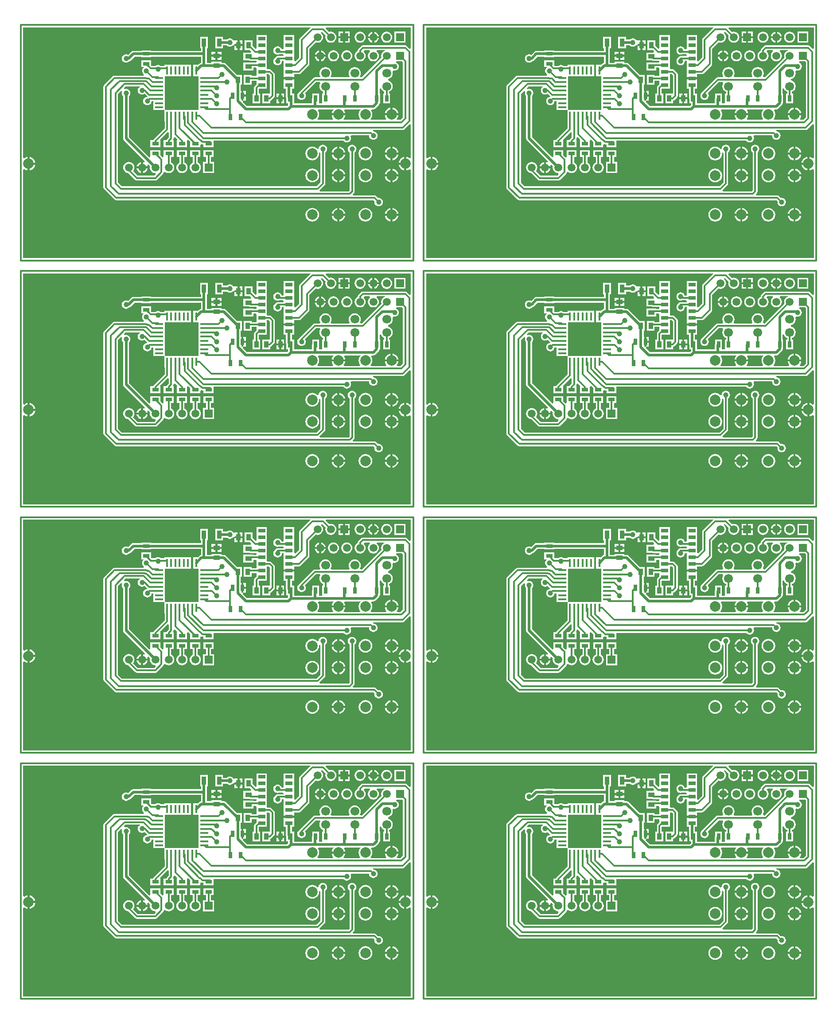
<source format=gtl>
%FSLAX42Y42*%
%MOMM*%
G71*
G01*
G75*
G04 Layer_Physical_Order=1*
G04 Layer_Color=255*
%ADD10C,0.30*%
%ADD11R,0.40X1.60*%
%ADD12R,1.60X0.40*%
%ADD13R,1.30X0.70*%
%ADD14R,1.30X0.90*%
%ADD15R,0.70X1.30*%
%ADD16R,0.90X1.30*%
%ADD17R,1.40X0.70*%
%ADD18R,0.90X1.60*%
%ADD19C,0.50*%
%ADD20C,1.50*%
%ADD21R,1.50X1.50*%
%ADD22C,2.00*%
%ADD23C,1.70*%
%ADD24R,1.52X1.52*%
%ADD25C,1.52*%
%ADD26C,1.00*%
G36*
X17314Y7084D02*
X17323Y7080D01*
X17340Y7067D01*
X17353Y7051D01*
X17361Y7031D01*
X17363Y7010D01*
X17361Y6990D01*
X17353Y6970D01*
X17340Y6953D01*
X17323Y6941D01*
X17304Y6932D01*
X17283Y6930D01*
X17262Y6932D01*
X17258Y6934D01*
X17240Y6916D01*
X17242Y6911D01*
X17246Y6881D01*
X17242Y6851D01*
X17231Y6823D01*
X17212Y6799D01*
X17188Y6781D01*
X17160Y6769D01*
X17157Y6769D01*
Y6744D01*
X17160Y6743D01*
X17188Y6732D01*
X17212Y6713D01*
X17231Y6689D01*
X17242Y6661D01*
X17246Y6631D01*
X17242Y6601D01*
X17231Y6573D01*
X17212Y6549D01*
X17188Y6531D01*
X17176Y6526D01*
Y6496D01*
X17195D01*
Y6306D01*
X17065D01*
Y6496D01*
X17085D01*
Y6526D01*
X17072Y6531D01*
X17048Y6549D01*
X17030Y6573D01*
X17021Y6595D01*
X16996Y6590D01*
Y6496D01*
X17005D01*
Y6306D01*
X16995D01*
X16992Y6291D01*
X16980Y6273D01*
X16980Y6273D01*
X16980D01*
Y6273D01*
X16980Y6273D01*
X16916Y6209D01*
X16916Y6209D01*
X16916D01*
X16916Y6209D01*
X16916D01*
X16916Y6209D01*
Y6209D01*
Y6209D01*
D01*
D01*
X16916D01*
Y6209D01*
X16898Y6197D01*
X16876Y6192D01*
X16842D01*
X16831Y6170D01*
X16838Y6162D01*
X16851Y6130D01*
X16855Y6096D01*
X16851Y6062D01*
X16838Y6030D01*
X16823Y6012D01*
X16834Y5989D01*
X17114D01*
X17125Y6012D01*
X17110Y6030D01*
X17097Y6062D01*
X17096Y6076D01*
X17352D01*
X17351Y6062D01*
X17338Y6030D01*
X17323Y6012D01*
X17334Y5989D01*
X17394D01*
X17440Y6035D01*
Y7093D01*
X17425Y7109D01*
X17319D01*
X17314Y7084D01*
D02*
G37*
G36*
X15815Y6170D02*
X15822Y6162D01*
X15835Y6130D01*
X15839Y6096D01*
X15835Y6062D01*
X15822Y6030D01*
X15807Y6012D01*
X15818Y5989D01*
X16098D01*
X16109Y6012D01*
X16094Y6030D01*
X16081Y6062D01*
X16080Y6076D01*
X16336D01*
X16335Y6062D01*
X16322Y6030D01*
X16307Y6012D01*
X16318Y5989D01*
X16614D01*
X16625Y6012D01*
X16610Y6030D01*
X16597Y6062D01*
X16593Y6096D01*
X16597Y6130D01*
X16610Y6162D01*
X16631Y6189D01*
X16630Y6192D01*
X16326D01*
X16315Y6170D01*
X16322Y6162D01*
X16335Y6130D01*
X16336Y6116D01*
X16080D01*
X16081Y6130D01*
X16094Y6162D01*
X16115Y6189D01*
X16114Y6192D01*
X15826D01*
X15815Y6170D01*
D02*
G37*
G36*
X10184Y5264D02*
X10207Y5253D01*
X10223Y5266D01*
X10254Y5279D01*
X10268Y5280D01*
Y5152D01*
Y5024D01*
X10254Y5025D01*
X10223Y5038D01*
X10207Y5051D01*
X10184Y5040D01*
Y3348D01*
X17593D01*
Y5040D01*
X17570Y5051D01*
X17554Y5038D01*
X17522Y5025D01*
X17508Y5024D01*
Y5152D01*
Y5280D01*
X17522Y5279D01*
X17554Y5266D01*
X17570Y5253D01*
X17593Y5264D01*
Y5899D01*
X17569Y5908D01*
X17471Y5810D01*
X17456Y5800D01*
X17438Y5796D01*
X16874D01*
X16873Y5795D01*
X16874Y5785D01*
X16881Y5770D01*
X16897Y5768D01*
X16917Y5759D01*
X16933Y5747D01*
X16946Y5730D01*
X16954Y5710D01*
X16957Y5690D01*
X16954Y5669D01*
X16946Y5649D01*
X16933Y5633D01*
X16917Y5620D01*
X16897Y5612D01*
X16876Y5609D01*
X16856Y5612D01*
X16836Y5620D01*
X16819Y5633D01*
X16807Y5649D01*
X16798Y5669D01*
X16796Y5690D01*
X16791Y5695D01*
X16454D01*
X16441Y5674D01*
X16446Y5660D01*
X16449Y5639D01*
X16446Y5618D01*
X16438Y5598D01*
X16425Y5582D01*
X16409Y5569D01*
X16389Y5561D01*
X16368Y5558D01*
X16348Y5561D01*
X16328Y5569D01*
X16311Y5582D01*
X16303Y5593D01*
X13822D01*
Y5472D01*
X13632D01*
Y5521D01*
X13608D01*
X13591Y5525D01*
X13590Y5525D01*
X13568Y5513D01*
Y5472D01*
X13378D01*
Y5567D01*
X13337Y5608D01*
X13314Y5599D01*
Y5472D01*
X13124D01*
Y5602D01*
X13124Y5602D01*
X13124D01*
X13128Y5613D01*
X13083Y5659D01*
X13060Y5649D01*
Y5637D01*
X13056Y5620D01*
X13046Y5605D01*
Y5605D01*
X13060Y5602D01*
X13060D01*
Y5472D01*
X12870D01*
Y5602D01*
X12922D01*
X12922Y5606D01*
X12932Y5620D01*
X12968Y5656D01*
Y5748D01*
X12945Y5757D01*
X12801Y5613D01*
X12806Y5602D01*
X12806D01*
X12806Y5602D01*
Y5472D01*
X12616D01*
Y5602D01*
X12668D01*
X12668Y5606D01*
X12678Y5620D01*
X12888Y5830D01*
Y5960D01*
X12884D01*
Y6180D01*
D01*
Y6180D01*
X12884Y6180D01*
X12674D01*
Y6260D01*
Y6340D01*
Y6345D01*
X12638D01*
X12636Y6329D01*
X12628Y6310D01*
X12615Y6293D01*
X12599Y6280D01*
X12579Y6272D01*
X12558Y6269D01*
X12538Y6272D01*
X12518Y6280D01*
X12501Y6293D01*
X12489Y6310D01*
X12480Y6329D01*
X12478Y6350D01*
X12480Y6371D01*
X12489Y6390D01*
X12501Y6407D01*
X12518Y6420D01*
X12538Y6428D01*
X12558Y6431D01*
X12560Y6436D01*
X12558Y6438D01*
X12506Y6490D01*
X12497Y6483D01*
X12478Y6475D01*
X12457Y6473D01*
X12436Y6475D01*
X12416Y6483D01*
X12400Y6496D01*
X12387Y6513D01*
X12379Y6532D01*
X12376Y6553D01*
X12379Y6574D01*
X12387Y6594D01*
X12400Y6610D01*
X12416Y6623D01*
X12415Y6631D01*
X12142D01*
X12109Y6598D01*
X12123Y6577D01*
X12131Y6580D01*
X12152Y6583D01*
X12173Y6580D01*
X12192Y6572D01*
X12209Y6559D01*
X12222Y6543D01*
X12230Y6523D01*
X12233Y6502D01*
X12230Y6482D01*
X12222Y6462D01*
X12209Y6445D01*
X12208Y6445D01*
Y5662D01*
X12593Y5277D01*
X12616Y5287D01*
Y5412D01*
X12806D01*
Y5317D01*
X12847Y5276D01*
X12870Y5286D01*
Y5412D01*
X13060D01*
Y5282D01*
X13011D01*
Y5176D01*
X13018Y5173D01*
X13041Y5156D01*
X13058Y5134D01*
X13068Y5108D01*
X13072Y5080D01*
X13068Y5052D01*
X13058Y5026D01*
X13041Y5004D01*
X13018Y4987D01*
X12993Y4977D01*
X12965Y4973D01*
X12937Y4977D01*
X12911Y4987D01*
X12904Y4993D01*
X12879Y4993D01*
X12872Y4990D01*
X12869Y4975D01*
X12859Y4961D01*
X12743Y4844D01*
X12743Y4844D01*
X12743D01*
X12743Y4844D01*
X12743D01*
X12743Y4844D01*
Y4844D01*
Y4844D01*
D01*
D01*
X12743D01*
Y4844D01*
X12728Y4834D01*
X12711Y4831D01*
X12355D01*
X12338Y4834D01*
X12323Y4844D01*
X12193Y4974D01*
X12175Y4977D01*
X12149Y4987D01*
X12127Y5004D01*
X12110Y5026D01*
X12099Y5052D01*
X12096Y5080D01*
X12099Y5108D01*
X12110Y5134D01*
X12127Y5156D01*
X12149Y5173D01*
X12175Y5183D01*
X12203Y5187D01*
X12231Y5183D01*
X12256Y5173D01*
X12279Y5156D01*
X12296Y5134D01*
X12306Y5108D01*
X12310Y5080D01*
X12306Y5052D01*
X12296Y5026D01*
X12285Y5012D01*
X12374Y4923D01*
X12692D01*
X12714Y4945D01*
X12711Y4973D01*
X12683Y4977D01*
X12657Y4987D01*
X12635Y5004D01*
X12618Y5026D01*
X12607Y5052D01*
X12604Y5080D01*
X12607Y5105D01*
X12575Y5137D01*
X12554Y5123D01*
X12560Y5108D01*
X12561Y5100D01*
X12477D01*
Y5184D01*
X12485Y5183D01*
X12500Y5177D01*
X12513Y5198D01*
X12112Y5599D01*
X12112Y5599D01*
X12112Y5599D01*
X12100Y5617D01*
X12096Y5639D01*
Y6445D01*
X12095Y6445D01*
X12082Y6462D01*
X12074Y6482D01*
X12071Y6502D01*
X12074Y6523D01*
X12077Y6532D01*
X12057Y6545D01*
X11995Y6483D01*
Y4794D01*
X12069Y4719D01*
X15791D01*
X15865Y4794D01*
Y5354D01*
X15844Y5367D01*
X15837Y5363D01*
X15839Y5346D01*
X15835Y5312D01*
X15822Y5280D01*
X15801Y5253D01*
X15774Y5232D01*
X15742Y5219D01*
X15708Y5215D01*
X15674Y5219D01*
X15642Y5232D01*
X15615Y5253D01*
X15594Y5280D01*
X15581Y5312D01*
X15577Y5346D01*
X15581Y5380D01*
X15594Y5412D01*
X15615Y5439D01*
X15642Y5460D01*
X15674Y5473D01*
X15708Y5477D01*
X15742Y5473D01*
X15774Y5460D01*
X15801Y5439D01*
X15806Y5432D01*
X15817Y5434D01*
X15831Y5438D01*
X15833Y5456D01*
X15841Y5476D01*
X15854Y5493D01*
X15871Y5505D01*
X15890Y5514D01*
X15911Y5516D01*
X15932Y5514D01*
X15952Y5505D01*
X15968Y5493D01*
X15981Y5476D01*
X15989Y5456D01*
X15992Y5436D01*
X15989Y5415D01*
X15981Y5395D01*
X15968Y5379D01*
X15957Y5370D01*
Y4775D01*
X15957Y4775D01*
X15957D01*
X15954Y4758D01*
X15944Y4743D01*
X15847Y4646D01*
X15856Y4623D01*
X16405D01*
X16424Y4642D01*
Y5370D01*
X16413Y5379D01*
X16400Y5395D01*
X16392Y5415D01*
X16389Y5436D01*
X16392Y5456D01*
X16400Y5476D01*
X16413Y5493D01*
X16430Y5505D01*
X16449Y5514D01*
X16470Y5516D01*
X16491Y5514D01*
X16510Y5505D01*
X16527Y5493D01*
X16540Y5476D01*
X16548Y5456D01*
X16551Y5436D01*
X16548Y5415D01*
X16540Y5395D01*
X16527Y5379D01*
X16516Y5370D01*
Y4623D01*
X16516Y4623D01*
X16516D01*
X16512Y4605D01*
X16502Y4590D01*
X16483Y4571D01*
X16493Y4548D01*
X16896D01*
X16913Y4544D01*
X16928Y4534D01*
X16964Y4498D01*
X16978Y4500D01*
X16999Y4498D01*
X17018Y4489D01*
X17035Y4477D01*
X17048Y4460D01*
X17056Y4440D01*
X17059Y4420D01*
X17056Y4399D01*
X17048Y4379D01*
X17035Y4363D01*
X17018Y4350D01*
X16999Y4342D01*
X16978Y4339D01*
X16957Y4342D01*
X16938Y4350D01*
X16921Y4363D01*
X16908Y4379D01*
X16900Y4399D01*
X16897Y4420D01*
X16899Y4434D01*
X16877Y4456D01*
X11963D01*
X11946Y4460D01*
X11931Y4470D01*
X11731Y4670D01*
X11721Y4684D01*
X11718Y4702D01*
X11718Y4702D01*
X11718Y4702D01*
Y4702D01*
Y6622D01*
X11721Y6639D01*
X11731Y6654D01*
X11896Y6819D01*
X11911Y6829D01*
X11929Y6833D01*
X12488D01*
X12498Y6857D01*
X12481Y6870D01*
X12469Y6887D01*
X12460Y6906D01*
X12458Y6927D01*
X12460Y6948D01*
X12469Y6967D01*
X12481Y6984D01*
X12498Y6997D01*
D01*
X12498D01*
X12498Y6997D01*
X12443D01*
Y7127D01*
X12633D01*
Y7024D01*
X12639Y7019D01*
X12707D01*
X12721Y7029D01*
X12741Y7038D01*
X12762Y7040D01*
X12782Y7038D01*
X12802Y7029D01*
X12816Y7019D01*
X12884D01*
Y7040D01*
X13394D01*
Y6930D01*
Y6820D01*
X12894D01*
Y6740D01*
Y6660D01*
Y6580D01*
Y6500D01*
Y6420D01*
Y6340D01*
Y6260D01*
Y6180D01*
D01*
Y6180D01*
X12894Y6180D01*
X13534D01*
Y6180D01*
X13534Y6180D01*
X13534Y6180D01*
Y6260D01*
Y6340D01*
Y6420D01*
Y6500D01*
Y6580D01*
Y6660D01*
Y6740D01*
Y6820D01*
X13434D01*
Y6930D01*
Y7040D01*
X13525D01*
X13548Y7063D01*
X13566Y7075D01*
X13584Y7079D01*
Y7196D01*
X12633D01*
Y7187D01*
X12443D01*
Y7196D01*
X12312D01*
X12239Y7123D01*
D01*
X12239D01*
X12239Y7123D01*
X12239Y7123D01*
X12239D01*
D01*
X12239D01*
X12239Y7123D01*
Y7123D01*
X12239Y7123D01*
Y7123D01*
X12221Y7111D01*
X12212Y7109D01*
X12209Y7106D01*
X12192Y7093D01*
X12173Y7085D01*
X12152Y7082D01*
X12131Y7085D01*
X12112Y7093D01*
X12095Y7106D01*
X12082Y7122D01*
X12074Y7142D01*
X12071Y7163D01*
X12074Y7184D01*
X12082Y7203D01*
X12095Y7220D01*
X12112Y7233D01*
X12131Y7241D01*
X12152Y7243D01*
X12173Y7241D01*
X12191Y7233D01*
X12249Y7292D01*
X12267Y7304D01*
X12288Y7308D01*
X12443D01*
Y7317D01*
X12633D01*
Y7308D01*
X13584D01*
Y7358D01*
X13565D01*
Y7578D01*
X13715D01*
Y7358D01*
X13696D01*
Y7252D01*
Y7080D01*
X13784D01*
Y7099D01*
X13974D01*
Y7080D01*
X14018D01*
X14040Y7075D01*
X14058Y7063D01*
X14270Y6851D01*
X14361D01*
Y6661D01*
X14342D01*
Y6547D01*
X14354D01*
Y6452D01*
Y6361D01*
X14358Y6357D01*
X14391D01*
X14381Y6334D01*
X14461Y6254D01*
X15228D01*
X15246Y6272D01*
Y6306D01*
X15213D01*
Y6401D01*
X15211Y6405D01*
X15207Y6426D01*
Y6590D01*
X15163D01*
Y6717D01*
Y6762D01*
X15363D01*
Y6717D01*
Y6590D01*
X15319D01*
Y6496D01*
X15363D01*
Y6306D01*
D01*
Y6306D01*
X15365Y6304D01*
X15703D01*
Y6388D01*
X15707Y6409D01*
X15707Y6409D01*
Y6496D01*
X15837D01*
Y6306D01*
D01*
Y6306D01*
X15838Y6304D01*
X15897D01*
Y6306D01*
X15897D01*
Y6496D01*
X15916D01*
Y6526D01*
X15904Y6531D01*
X15880Y6549D01*
X15862Y6573D01*
X15850Y6601D01*
X15846Y6631D01*
X15850Y6661D01*
X15862Y6689D01*
X15851Y6711D01*
X15778D01*
X15568Y6501D01*
X15575Y6492D01*
X15583Y6472D01*
X15585Y6452D01*
X15583Y6431D01*
X15575Y6411D01*
X15562Y6395D01*
X15545Y6382D01*
X15526Y6374D01*
X15505Y6371D01*
X15484Y6374D01*
X15464Y6382D01*
X15448Y6395D01*
X15435Y6411D01*
X15427Y6431D01*
X15424Y6452D01*
X15427Y6472D01*
X15435Y6492D01*
X15448Y6509D01*
X15462Y6520D01*
X15462Y6520D01*
X15472Y6535D01*
X15726Y6789D01*
X15741Y6799D01*
X15759Y6802D01*
X15851D01*
X15862Y6823D01*
X15850Y6851D01*
X15846Y6881D01*
X15850Y6911D01*
X15862Y6939D01*
X15880Y6963D01*
X15904Y6982D01*
X15932Y6993D01*
X15962Y6997D01*
X15992Y6993D01*
X16020Y6982D01*
X16044Y6963D01*
X16062Y6939D01*
X16074Y6911D01*
X16078Y6881D01*
X16074Y6851D01*
X16062Y6823D01*
X16073Y6802D01*
X16410D01*
X16420Y6823D01*
X16409Y6851D01*
X16405Y6881D01*
X16409Y6911D01*
X16420Y6939D01*
X16439Y6963D01*
X16463Y6982D01*
X16491Y6993D01*
X16521Y6997D01*
X16551Y6993D01*
X16579Y6982D01*
X16603Y6963D01*
X16621Y6939D01*
X16633Y6911D01*
X16637Y6881D01*
X16633Y6851D01*
X16621Y6823D01*
X16630Y6806D01*
X16654Y6802D01*
X17031Y7179D01*
X17028Y7186D01*
X17024Y7214D01*
X17028Y7241D01*
X17039Y7267D01*
X17056Y7288D01*
X17077Y7305D01*
X17101Y7315D01*
Y7315D01*
X17101Y7315D01*
X17103Y7316D01*
X17099Y7320D01*
X16949D01*
X16941Y7296D01*
X16951Y7288D01*
X16968Y7267D01*
X16979Y7241D01*
X16982Y7214D01*
X16979Y7186D01*
X16968Y7161D01*
X16951Y7139D01*
X16929Y7122D01*
X16904Y7111D01*
X16876Y7108D01*
X16849Y7111D01*
X16823Y7122D01*
X16802Y7139D01*
X16785Y7161D01*
X16774Y7186D01*
X16770Y7214D01*
X16774Y7241D01*
X16785Y7267D01*
X16802Y7288D01*
X16812Y7296D01*
X16804Y7320D01*
X16708D01*
X16691Y7302D01*
X16692Y7293D01*
X16697Y7288D01*
X16714Y7267D01*
X16725Y7241D01*
X16728Y7214D01*
X16725Y7186D01*
X16714Y7161D01*
X16697Y7139D01*
X16675Y7122D01*
X16650Y7111D01*
X16622Y7108D01*
X16595Y7111D01*
X16569Y7122D01*
X16548Y7139D01*
X16531Y7161D01*
X16520Y7186D01*
X16516Y7214D01*
X16520Y7241D01*
X16531Y7267D01*
X16548Y7288D01*
X16569Y7305D01*
X16577Y7308D01*
Y7315D01*
X16580Y7333D01*
X16590Y7348D01*
X16641Y7398D01*
X16656Y7408D01*
X16673Y7412D01*
X17486D01*
X17504Y7408D01*
X17518Y7398D01*
X17569Y7347D01*
X17593Y7357D01*
Y7756D01*
X15974D01*
X15965Y7733D01*
X16029Y7669D01*
X16036Y7671D01*
X16064Y7675D01*
X16091Y7671D01*
X16117Y7661D01*
X16138Y7644D01*
X16155Y7622D01*
X16166Y7597D01*
X16170Y7569D01*
X16166Y7542D01*
X16155Y7516D01*
X16138Y7494D01*
X16117Y7477D01*
X16091Y7467D01*
X16064Y7463D01*
X16036Y7467D01*
X16011Y7477D01*
X15989Y7494D01*
X15972Y7516D01*
X15961Y7542D01*
X15958Y7569D01*
X15961Y7597D01*
X15964Y7604D01*
X15901Y7666D01*
X15877Y7661D01*
X15874Y7652D01*
X15884Y7644D01*
X15901Y7622D01*
X15912Y7597D01*
X15916Y7569D01*
X15912Y7542D01*
X15901Y7516D01*
X15884Y7494D01*
X15863Y7477D01*
X15837Y7467D01*
X15810Y7463D01*
X15782Y7467D01*
X15775Y7470D01*
X15652Y7347D01*
Y7061D01*
X15649Y7044D01*
X15639Y7029D01*
X15486Y6876D01*
X15472Y6866D01*
X15454Y6863D01*
X15363D01*
Y6844D01*
Y6802D01*
X15163D01*
Y6844D01*
Y6971D01*
X15163D01*
Y7098D01*
Y7117D01*
X15133D01*
X15128Y7112D01*
X15126Y7091D01*
X15117Y7072D01*
X15105Y7055D01*
X15088Y7042D01*
X15068Y7034D01*
X15048Y7031D01*
X15027Y7034D01*
X15007Y7042D01*
X14991Y7055D01*
X14978Y7072D01*
X14970Y7091D01*
X14967Y7112D01*
X14970Y7133D01*
X14978Y7152D01*
X14991Y7169D01*
X15005Y7180D01*
X15005Y7180D01*
X15015Y7195D01*
X15030Y7205D01*
X15048Y7209D01*
X15163D01*
X15163Y7228D01*
D01*
X15147Y7244D01*
X15085D01*
X15068Y7237D01*
X15048Y7235D01*
X15027Y7237D01*
X15007Y7245D01*
X14991Y7258D01*
X14978Y7275D01*
X14970Y7294D01*
X14967Y7315D01*
X14970Y7336D01*
X14978Y7356D01*
X14991Y7372D01*
X15007Y7385D01*
X15027Y7393D01*
X15048Y7396D01*
X15068Y7393D01*
X15088Y7385D01*
X15105Y7372D01*
X15117Y7356D01*
X15126Y7336D01*
X15126Y7336D01*
X15147D01*
X15163Y7352D01*
Y7352D01*
D01*
Y7482D01*
X15163D01*
Y7609D01*
X15363D01*
Y7479D01*
X15363D01*
Y7355D01*
X15363D01*
Y7225D01*
X15363D01*
Y7118D01*
X15386Y7109D01*
X15459Y7182D01*
Y7518D01*
X15462Y7536D01*
X15472Y7551D01*
X15676Y7754D01*
X15675Y7756D01*
X10184D01*
Y5264D01*
D02*
G37*
%LPC*%
G36*
X12477Y5060D02*
X12561D01*
X12560Y5052D01*
X12550Y5026D01*
X12533Y5004D01*
X12510Y4987D01*
X12485Y4977D01*
X12477Y4976D01*
Y5060D01*
D02*
G37*
G36*
X12352D02*
X12437D01*
Y4976D01*
X12429Y4977D01*
X12403Y4987D01*
X12381Y5004D01*
X12364Y5026D01*
X12353Y5052D01*
X12352Y5060D01*
D02*
G37*
G36*
X17360Y5132D02*
X17468D01*
Y5024D01*
X17454Y5025D01*
X17423Y5038D01*
X17396Y5059D01*
X17375Y5086D01*
X17362Y5118D01*
X17360Y5132D01*
D02*
G37*
G36*
X10308D02*
X10417D01*
X10415Y5118D01*
X10402Y5086D01*
X10381Y5059D01*
X10354Y5038D01*
X10322Y5025D01*
X10308Y5024D01*
Y5132D01*
D02*
G37*
G36*
X13378Y5412D02*
X13568D01*
Y5282D01*
X13519D01*
Y5176D01*
X13526Y5173D01*
X13549Y5156D01*
X13566Y5134D01*
X13576Y5108D01*
X13580Y5080D01*
X13576Y5052D01*
X13566Y5026D01*
X13549Y5004D01*
X13526Y4987D01*
X13501Y4977D01*
X13473Y4973D01*
X13445Y4977D01*
X13419Y4987D01*
X13397Y5004D01*
X13380Y5026D01*
X13369Y5052D01*
X13366Y5080D01*
X13369Y5108D01*
X13380Y5134D01*
X13397Y5156D01*
X13419Y5173D01*
X13427Y5176D01*
Y5282D01*
X13378D01*
Y5412D01*
D02*
G37*
G36*
X16188Y5056D02*
Y4948D01*
X16080D01*
X16081Y4962D01*
X16094Y4993D01*
X16115Y5020D01*
X16142Y5041D01*
X16174Y5054D01*
X16188Y5056D01*
D02*
G37*
G36*
X13632Y5412D02*
X13822D01*
Y5282D01*
X13773D01*
Y5186D01*
X13833D01*
Y4974D01*
X13621D01*
Y5186D01*
X13681D01*
Y5282D01*
X13632D01*
Y5412D01*
D02*
G37*
G36*
X13124D02*
X13314D01*
Y5282D01*
X13265D01*
Y5176D01*
X13272Y5173D01*
X13295Y5156D01*
X13312Y5134D01*
X13322Y5108D01*
X13326Y5080D01*
X13322Y5052D01*
X13312Y5026D01*
X13295Y5004D01*
X13272Y4987D01*
X13247Y4977D01*
X13219Y4973D01*
X13191Y4977D01*
X13165Y4987D01*
X13143Y5004D01*
X13126Y5026D01*
X13115Y5052D01*
X13112Y5080D01*
X13115Y5108D01*
X13126Y5134D01*
X13143Y5156D01*
X13165Y5173D01*
X13173Y5176D01*
Y5282D01*
X13124D01*
Y5412D01*
D02*
G37*
G36*
X12437Y5184D02*
Y5100D01*
X12352D01*
X12353Y5108D01*
X12364Y5134D01*
X12381Y5156D01*
X12403Y5173D01*
X12429Y5183D01*
X12437Y5184D01*
D02*
G37*
G36*
X16228Y5326D02*
X16336D01*
X16335Y5312D01*
X16322Y5280D01*
X16301Y5253D01*
X16274Y5232D01*
X16242Y5219D01*
X16228Y5218D01*
Y5326D01*
D02*
G37*
G36*
X17096D02*
X17204D01*
Y5218D01*
X17190Y5219D01*
X17158Y5232D01*
X17131Y5253D01*
X17110Y5280D01*
X17097Y5312D01*
X17096Y5326D01*
D02*
G37*
G36*
X17244Y5474D02*
X17258Y5473D01*
X17290Y5460D01*
X17317Y5439D01*
X17338Y5412D01*
X17351Y5380D01*
X17352Y5366D01*
X17244D01*
Y5474D01*
D02*
G37*
G36*
X16080Y5326D02*
X16188D01*
Y5218D01*
X16174Y5219D01*
X16142Y5232D01*
X16115Y5253D01*
X16094Y5280D01*
X16081Y5312D01*
X16080Y5326D01*
D02*
G37*
G36*
X10308Y5280D02*
X10322Y5279D01*
X10354Y5266D01*
X10381Y5245D01*
X10402Y5218D01*
X10415Y5186D01*
X10417Y5172D01*
X10308D01*
Y5280D01*
D02*
G37*
G36*
X17468D02*
Y5172D01*
X17360D01*
X17362Y5186D01*
X17375Y5218D01*
X17396Y5245D01*
X17423Y5266D01*
X17454Y5279D01*
X17468Y5280D01*
D02*
G37*
G36*
X17244Y5326D02*
X17352D01*
X17351Y5312D01*
X17338Y5280D01*
X17317Y5253D01*
X17290Y5232D01*
X17258Y5219D01*
X17244Y5218D01*
Y5326D01*
D02*
G37*
G36*
X16724Y5477D02*
X16758Y5473D01*
X16790Y5460D01*
X16817Y5439D01*
X16838Y5412D01*
X16851Y5380D01*
X16855Y5346D01*
X16851Y5312D01*
X16838Y5280D01*
X16817Y5253D01*
X16790Y5232D01*
X16758Y5219D01*
X16724Y5215D01*
X16690Y5219D01*
X16658Y5232D01*
X16631Y5253D01*
X16610Y5280D01*
X16597Y5312D01*
X16593Y5346D01*
X16597Y5380D01*
X16610Y5412D01*
X16631Y5439D01*
X16658Y5460D01*
X16690Y5473D01*
X16724Y5477D01*
D02*
G37*
G36*
X17244Y4306D02*
X17258Y4304D01*
X17290Y4291D01*
X17317Y4270D01*
X17338Y4243D01*
X17351Y4212D01*
X17352Y4198D01*
X17244D01*
Y4306D01*
D02*
G37*
G36*
X16080Y4158D02*
X16188D01*
Y4049D01*
X16174Y4051D01*
X16142Y4064D01*
X16115Y4085D01*
X16094Y4112D01*
X16081Y4144D01*
X16080Y4158D01*
D02*
G37*
G36*
X16228Y4306D02*
X16242Y4304D01*
X16274Y4291D01*
X16301Y4270D01*
X16322Y4243D01*
X16335Y4212D01*
X16336Y4198D01*
X16228D01*
Y4306D01*
D02*
G37*
G36*
X17204D02*
Y4198D01*
X17096D01*
X17097Y4212D01*
X17110Y4243D01*
X17131Y4270D01*
X17158Y4291D01*
X17190Y4304D01*
X17204Y4306D01*
D02*
G37*
G36*
X16228Y4158D02*
X16336D01*
X16335Y4144D01*
X16322Y4112D01*
X16301Y4085D01*
X16274Y4064D01*
X16242Y4051D01*
X16228Y4049D01*
Y4158D01*
D02*
G37*
G36*
X15708Y4309D02*
X15742Y4304D01*
X15774Y4291D01*
X15801Y4270D01*
X15822Y4243D01*
X15835Y4212D01*
X15839Y4178D01*
X15835Y4144D01*
X15822Y4112D01*
X15801Y4085D01*
X15774Y4064D01*
X15742Y4051D01*
X15708Y4046D01*
X15674Y4051D01*
X15642Y4064D01*
X15615Y4085D01*
X15594Y4112D01*
X15581Y4144D01*
X15577Y4178D01*
X15581Y4212D01*
X15594Y4243D01*
X15615Y4270D01*
X15642Y4291D01*
X15674Y4304D01*
X15708Y4309D01*
D02*
G37*
G36*
X16724D02*
X16758Y4304D01*
X16790Y4291D01*
X16817Y4270D01*
X16838Y4243D01*
X16851Y4212D01*
X16855Y4178D01*
X16851Y4144D01*
X16838Y4112D01*
X16817Y4085D01*
X16790Y4064D01*
X16758Y4051D01*
X16724Y4046D01*
X16690Y4051D01*
X16658Y4064D01*
X16631Y4085D01*
X16610Y4112D01*
X16597Y4144D01*
X16593Y4178D01*
X16597Y4212D01*
X16610Y4243D01*
X16631Y4270D01*
X16658Y4291D01*
X16690Y4304D01*
X16724Y4309D01*
D02*
G37*
G36*
X17096Y4158D02*
X17204D01*
Y4049D01*
X17190Y4051D01*
X17158Y4064D01*
X17131Y4085D01*
X17110Y4112D01*
X17097Y4144D01*
X17096Y4158D01*
D02*
G37*
G36*
X17244D02*
X17352D01*
X17351Y4144D01*
X17338Y4112D01*
X17317Y4085D01*
X17290Y4064D01*
X17258Y4051D01*
X17244Y4049D01*
Y4158D01*
D02*
G37*
G36*
X16188Y4306D02*
Y4198D01*
X16080D01*
X16081Y4212D01*
X16094Y4243D01*
X16115Y4270D01*
X16142Y4291D01*
X16174Y4304D01*
X16188Y4306D01*
D02*
G37*
G36*
X17244Y5056D02*
X17258Y5054D01*
X17290Y5041D01*
X17317Y5020D01*
X17338Y4993D01*
X17351Y4962D01*
X17352Y4948D01*
X17244D01*
Y5056D01*
D02*
G37*
G36*
X16080Y4908D02*
X16188D01*
Y4799D01*
X16174Y4801D01*
X16142Y4814D01*
X16115Y4835D01*
X16094Y4862D01*
X16081Y4894D01*
X16080Y4908D01*
D02*
G37*
G36*
X16228Y5056D02*
X16242Y5054D01*
X16274Y5041D01*
X16301Y5020D01*
X16322Y4993D01*
X16335Y4962D01*
X16336Y4948D01*
X16228D01*
Y5056D01*
D02*
G37*
G36*
X17204D02*
Y4948D01*
X17096D01*
X17097Y4962D01*
X17110Y4993D01*
X17131Y5020D01*
X17158Y5041D01*
X17190Y5054D01*
X17204Y5056D01*
D02*
G37*
G36*
X16228Y4908D02*
X16336D01*
X16335Y4894D01*
X16322Y4862D01*
X16301Y4835D01*
X16274Y4814D01*
X16242Y4801D01*
X16228Y4799D01*
Y4908D01*
D02*
G37*
G36*
X15708Y5059D02*
X15742Y5054D01*
X15774Y5041D01*
X15801Y5020D01*
X15822Y4993D01*
X15835Y4962D01*
X15839Y4928D01*
X15835Y4894D01*
X15822Y4862D01*
X15801Y4835D01*
X15774Y4814D01*
X15742Y4801D01*
X15708Y4796D01*
X15674Y4801D01*
X15642Y4814D01*
X15615Y4835D01*
X15594Y4862D01*
X15581Y4894D01*
X15577Y4928D01*
X15581Y4962D01*
X15594Y4993D01*
X15615Y5020D01*
X15642Y5041D01*
X15674Y5054D01*
X15708Y5059D01*
D02*
G37*
G36*
X16724D02*
X16758Y5054D01*
X16790Y5041D01*
X16817Y5020D01*
X16838Y4993D01*
X16851Y4962D01*
X16855Y4928D01*
X16851Y4894D01*
X16838Y4862D01*
X16817Y4835D01*
X16790Y4814D01*
X16758Y4801D01*
X16724Y4796D01*
X16690Y4801D01*
X16658Y4814D01*
X16631Y4835D01*
X16610Y4862D01*
X16597Y4894D01*
X16593Y4928D01*
X16597Y4962D01*
X16610Y4993D01*
X16631Y5020D01*
X16658Y5041D01*
X16690Y5054D01*
X16724Y5059D01*
D02*
G37*
G36*
X17096Y4908D02*
X17204D01*
Y4799D01*
X17190Y4801D01*
X17158Y4814D01*
X17131Y4835D01*
X17110Y4862D01*
X17097Y4894D01*
X17096Y4908D01*
D02*
G37*
G36*
X17244D02*
X17352D01*
X17351Y4894D01*
X17338Y4862D01*
X17317Y4835D01*
X17290Y4814D01*
X17258Y4801D01*
X17244Y4799D01*
Y4908D01*
D02*
G37*
G36*
X17204Y5474D02*
Y5366D01*
X17096D01*
X17097Y5380D01*
X17110Y5412D01*
X17131Y5439D01*
X17158Y5460D01*
X17190Y5473D01*
X17204Y5474D01*
D02*
G37*
G36*
X17130Y7675D02*
X17158Y7671D01*
X17183Y7661D01*
X17205Y7644D01*
X17222Y7622D01*
X17233Y7597D01*
X17236Y7569D01*
X17233Y7542D01*
X17222Y7516D01*
X17205Y7494D01*
X17183Y7477D01*
X17158Y7467D01*
X17130Y7463D01*
X17103Y7467D01*
X17077Y7477D01*
X17056Y7494D01*
X17039Y7516D01*
X17028Y7542D01*
X17024Y7569D01*
X17028Y7597D01*
X17039Y7622D01*
X17056Y7644D01*
X17077Y7661D01*
X17103Y7671D01*
X17130Y7675D01*
D02*
G37*
G36*
X14319Y7512D02*
X14374D01*
Y7437D01*
X14319D01*
Y7512D01*
D02*
G37*
G36*
X17279Y7674D02*
X17489D01*
Y7464D01*
X17279D01*
Y7674D01*
D02*
G37*
G36*
X16622Y7675D02*
X16650Y7671D01*
X16675Y7661D01*
X16697Y7644D01*
X16714Y7622D01*
X16725Y7597D01*
X16728Y7569D01*
X16725Y7542D01*
X16714Y7516D01*
X16697Y7494D01*
X16675Y7477D01*
X16650Y7467D01*
X16622Y7463D01*
X16595Y7467D01*
X16569Y7477D01*
X16548Y7494D01*
X16531Y7516D01*
X16520Y7542D01*
X16516Y7569D01*
X16520Y7597D01*
X16531Y7622D01*
X16548Y7644D01*
X16569Y7661D01*
X16595Y7671D01*
X16622Y7675D01*
D02*
G37*
G36*
X14224Y7397D02*
X14279D01*
Y7322D01*
X14224D01*
Y7397D01*
D02*
G37*
G36*
X13899Y7289D02*
X13974D01*
Y7234D01*
X13899D01*
Y7289D01*
D02*
G37*
G36*
X15840Y7317D02*
Y7234D01*
X15757D01*
X15758Y7241D01*
X15769Y7267D01*
X15786Y7288D01*
X15807Y7305D01*
X15833Y7316D01*
X15840Y7317D01*
D02*
G37*
G36*
X14319Y7397D02*
X14374D01*
Y7322D01*
X14319D01*
Y7397D01*
D02*
G37*
G36*
X13784Y7289D02*
X13859D01*
Y7234D01*
X13784D01*
Y7289D01*
D02*
G37*
G36*
X16856Y7672D02*
Y7589D01*
X16773D01*
X16774Y7597D01*
X16785Y7622D01*
X16802Y7644D01*
X16823Y7661D01*
X16849Y7671D01*
X16856Y7672D01*
D02*
G37*
G36*
X16896D02*
X16904Y7671D01*
X16929Y7661D01*
X16951Y7644D01*
X16968Y7622D01*
X16979Y7597D01*
X16980Y7589D01*
X16896D01*
Y7672D01*
D02*
G37*
G36*
X16213Y7674D02*
X16298D01*
Y7589D01*
X16213D01*
Y7674D01*
D02*
G37*
G36*
X16338D02*
X16423D01*
Y7589D01*
X16338D01*
Y7674D01*
D02*
G37*
G36*
X13855Y7578D02*
X14005D01*
Y7524D01*
X14075D01*
X14076Y7525D01*
X14093Y7537D01*
X14112Y7546D01*
X14133Y7548D01*
X14154Y7546D01*
X14174Y7537D01*
X14190Y7525D01*
X14203Y7508D01*
X14209Y7506D01*
X14224Y7512D01*
X14224Y7512D01*
X14224Y7512D01*
X14224Y7512D01*
X14279D01*
Y7437D01*
X14224D01*
Y7415D01*
X14200Y7423D01*
X14190Y7411D01*
X14174Y7398D01*
X14154Y7390D01*
X14133Y7387D01*
X14112Y7390D01*
X14093Y7398D01*
X14076Y7411D01*
X14075Y7412D01*
X14005D01*
Y7358D01*
X13855D01*
Y7578D01*
D02*
G37*
G36*
X16213Y7549D02*
X16298D01*
Y7464D01*
X16213D01*
Y7549D01*
D02*
G37*
G36*
X16338D02*
X16423D01*
Y7464D01*
X16338D01*
Y7549D01*
D02*
G37*
G36*
X16773D02*
X16856D01*
Y7466D01*
X16849Y7467D01*
X16823Y7477D01*
X16802Y7494D01*
X16785Y7516D01*
X16774Y7542D01*
X16773Y7549D01*
D02*
G37*
G36*
X16896D02*
X16980D01*
X16979Y7542D01*
X16968Y7516D01*
X16951Y7494D01*
X16929Y7477D01*
X16904Y7467D01*
X16896Y7466D01*
Y7549D01*
D02*
G37*
G36*
X14394Y6432D02*
X14439D01*
Y6357D01*
X14394D01*
Y6432D01*
D02*
G37*
G36*
X15023Y6381D02*
X15078D01*
Y6306D01*
X15023D01*
Y6381D01*
D02*
G37*
G36*
Y6496D02*
X15078D01*
Y6421D01*
X15023D01*
Y6496D01*
D02*
G37*
G36*
X15118D02*
X15173D01*
Y6421D01*
X15118D01*
Y6496D01*
D02*
G37*
G36*
Y6381D02*
X15173D01*
Y6306D01*
X15118D01*
Y6381D01*
D02*
G37*
G36*
X16188Y5474D02*
Y5366D01*
X16080D01*
X16081Y5380D01*
X16094Y5412D01*
X16115Y5439D01*
X16142Y5460D01*
X16174Y5473D01*
X16188Y5474D01*
D02*
G37*
G36*
X16228D02*
X16242Y5473D01*
X16274Y5460D01*
X16301Y5439D01*
X16322Y5412D01*
X16335Y5380D01*
X16336Y5366D01*
X16228D01*
Y5474D01*
D02*
G37*
G36*
X17204Y6224D02*
Y6116D01*
X17096D01*
X17097Y6130D01*
X17110Y6162D01*
X17131Y6189D01*
X17158Y6210D01*
X17190Y6223D01*
X17204Y6224D01*
D02*
G37*
G36*
X17244D02*
X17258Y6223D01*
X17290Y6210D01*
X17317Y6189D01*
X17338Y6162D01*
X17351Y6130D01*
X17352Y6116D01*
X17244D01*
Y6224D01*
D02*
G37*
G36*
X13899Y7194D02*
X13974D01*
Y7139D01*
X13899D01*
Y7194D01*
D02*
G37*
G36*
X15757D02*
X15840D01*
Y7110D01*
X15833Y7111D01*
X15807Y7122D01*
X15786Y7139D01*
X15769Y7161D01*
X15758Y7186D01*
X15757Y7194D01*
D02*
G37*
G36*
X15880Y7317D02*
X15888Y7316D01*
X15913Y7305D01*
X15935Y7288D01*
X15952Y7267D01*
X15963Y7241D01*
X15964Y7234D01*
X15880D01*
Y7317D01*
D02*
G37*
G36*
X13784Y7194D02*
X13859D01*
Y7139D01*
X13784D01*
Y7194D01*
D02*
G37*
G36*
X15880D02*
X15964D01*
X15963Y7186D01*
X15952Y7161D01*
X15935Y7139D01*
X15913Y7122D01*
X15888Y7111D01*
X15880Y7110D01*
Y7194D01*
D02*
G37*
G36*
X14643Y7609D02*
X14843D01*
Y7479D01*
Y7352D01*
Y7225D01*
Y7101D01*
X14843D01*
Y6971D01*
D01*
Y6971D01*
X14859Y6955D01*
X14895D01*
X14913Y6951D01*
X14928Y6941D01*
X14978Y6890D01*
X14988Y6876D01*
X14992Y6858D01*
Y6452D01*
X14988Y6434D01*
X14978Y6419D01*
X14928Y6368D01*
X14913Y6358D01*
X14906Y6357D01*
Y6306D01*
X14756D01*
Y6496D01*
X14900D01*
Y6839D01*
X14876Y6863D01*
X14843D01*
Y6844D01*
Y6717D01*
Y6590D01*
X14692D01*
X14687Y6585D01*
Y6496D01*
X14716D01*
Y6306D01*
X14566D01*
Y6496D01*
X14595D01*
Y6604D01*
X14599Y6622D01*
X14609Y6636D01*
X14643Y6670D01*
Y6717D01*
Y6736D01*
X14551D01*
Y6661D01*
X14401D01*
Y6851D01*
X14551D01*
Y6828D01*
X14643D01*
Y6844D01*
Y6974D01*
D01*
Y6974D01*
X14627Y6990D01*
X14584D01*
Y6935D01*
X14394D01*
Y7085D01*
X14584D01*
Y7082D01*
X14627D01*
X14643Y7098D01*
D01*
X14643Y7117D01*
X14526D01*
X14509Y7120D01*
X14501Y7125D01*
X14394D01*
Y7275D01*
X14533D01*
X14542Y7298D01*
X14519Y7322D01*
X14414D01*
Y7512D01*
X14564D01*
Y7407D01*
X14619Y7352D01*
X14622D01*
X14643Y7360D01*
Y7479D01*
Y7609D01*
D02*
G37*
G36*
X14394Y6547D02*
X14439D01*
Y6472D01*
X14394D01*
Y6547D01*
D02*
G37*
G36*
X16114Y7320D02*
X16142Y7316D01*
X16167Y7305D01*
X16189Y7288D01*
X16206Y7267D01*
X16217Y7241D01*
X16220Y7214D01*
X16217Y7186D01*
X16206Y7161D01*
X16189Y7139D01*
X16167Y7122D01*
X16142Y7111D01*
X16114Y7108D01*
X16087Y7111D01*
X16061Y7122D01*
X16040Y7139D01*
X16023Y7161D01*
X16012Y7186D01*
X16008Y7214D01*
X16012Y7241D01*
X16023Y7267D01*
X16040Y7288D01*
X16061Y7305D01*
X16087Y7316D01*
X16114Y7320D01*
D02*
G37*
G36*
X16368D02*
X16396Y7316D01*
X16421Y7305D01*
X16443Y7288D01*
X16460Y7267D01*
X16471Y7241D01*
X16474Y7214D01*
X16471Y7186D01*
X16460Y7161D01*
X16443Y7139D01*
X16421Y7122D01*
X16396Y7111D01*
X16368Y7108D01*
X16341Y7111D01*
X16315Y7122D01*
X16294Y7139D01*
X16277Y7161D01*
X16266Y7186D01*
X16262Y7214D01*
X16266Y7241D01*
X16277Y7267D01*
X16294Y7288D01*
X16315Y7305D01*
X16341Y7316D01*
X16368Y7320D01*
D02*
G37*
%LPD*%
G36*
X9614Y7084D02*
X9623Y7080D01*
X9640Y7067D01*
X9653Y7051D01*
X9661Y7031D01*
X9663Y7010D01*
X9661Y6990D01*
X9653Y6970D01*
X9640Y6953D01*
X9623Y6941D01*
X9604Y6932D01*
X9583Y6930D01*
X9562Y6932D01*
X9558Y6934D01*
X9540Y6916D01*
X9542Y6911D01*
X9546Y6881D01*
X9542Y6851D01*
X9531Y6823D01*
X9512Y6799D01*
X9488Y6781D01*
X9460Y6769D01*
X9457Y6769D01*
Y6744D01*
X9460Y6743D01*
X9488Y6732D01*
X9512Y6713D01*
X9531Y6689D01*
X9542Y6661D01*
X9546Y6631D01*
X9542Y6601D01*
X9531Y6573D01*
X9512Y6549D01*
X9488Y6531D01*
X9476Y6526D01*
Y6496D01*
X9495D01*
Y6306D01*
X9365D01*
Y6496D01*
X9385D01*
Y6526D01*
X9372Y6531D01*
X9348Y6549D01*
X9330Y6573D01*
X9321Y6595D01*
X9296Y6590D01*
Y6496D01*
X9305D01*
Y6306D01*
X9295D01*
X9292Y6291D01*
X9280Y6273D01*
X9280Y6273D01*
X9280D01*
Y6273D01*
X9280Y6273D01*
X9216Y6209D01*
X9216Y6209D01*
X9216D01*
X9216Y6209D01*
X9216D01*
X9216Y6209D01*
Y6209D01*
Y6209D01*
D01*
D01*
X9216D01*
Y6209D01*
X9198Y6197D01*
X9176Y6192D01*
X9142D01*
X9131Y6170D01*
X9138Y6162D01*
X9151Y6130D01*
X9155Y6096D01*
X9151Y6062D01*
X9138Y6030D01*
X9123Y6012D01*
X9134Y5989D01*
X9414D01*
X9425Y6012D01*
X9410Y6030D01*
X9397Y6062D01*
X9396Y6076D01*
X9652D01*
X9651Y6062D01*
X9638Y6030D01*
X9623Y6012D01*
X9634Y5989D01*
X9694D01*
X9740Y6035D01*
Y7093D01*
X9725Y7109D01*
X9619D01*
X9614Y7084D01*
D02*
G37*
G36*
X8115Y6170D02*
X8122Y6162D01*
X8135Y6130D01*
X8139Y6096D01*
X8135Y6062D01*
X8122Y6030D01*
X8107Y6012D01*
X8118Y5989D01*
X8398D01*
X8409Y6012D01*
X8394Y6030D01*
X8381Y6062D01*
X8380Y6076D01*
X8636D01*
X8635Y6062D01*
X8622Y6030D01*
X8607Y6012D01*
X8618Y5989D01*
X8914D01*
X8925Y6012D01*
X8910Y6030D01*
X8897Y6062D01*
X8893Y6096D01*
X8897Y6130D01*
X8910Y6162D01*
X8931Y6189D01*
X8930Y6192D01*
X8626D01*
X8615Y6170D01*
X8622Y6162D01*
X8635Y6130D01*
X8636Y6116D01*
X8380D01*
X8381Y6130D01*
X8394Y6162D01*
X8415Y6189D01*
X8414Y6192D01*
X8126D01*
X8115Y6170D01*
D02*
G37*
G36*
X2484Y5264D02*
X2507Y5253D01*
X2523Y5266D01*
X2554Y5279D01*
X2568Y5280D01*
Y5152D01*
Y5024D01*
X2554Y5025D01*
X2523Y5038D01*
X2507Y5051D01*
X2484Y5040D01*
Y3348D01*
X9893D01*
Y5040D01*
X9870Y5051D01*
X9854Y5038D01*
X9822Y5025D01*
X9808Y5024D01*
Y5152D01*
Y5280D01*
X9822Y5279D01*
X9854Y5266D01*
X9870Y5253D01*
X9893Y5264D01*
Y5899D01*
X9869Y5908D01*
X9771Y5810D01*
X9756Y5800D01*
X9738Y5796D01*
X9174D01*
X9173Y5795D01*
X9174Y5785D01*
X9181Y5770D01*
X9197Y5768D01*
X9217Y5759D01*
X9233Y5747D01*
X9246Y5730D01*
X9254Y5710D01*
X9257Y5690D01*
X9254Y5669D01*
X9246Y5649D01*
X9233Y5633D01*
X9217Y5620D01*
X9197Y5612D01*
X9176Y5609D01*
X9156Y5612D01*
X9136Y5620D01*
X9119Y5633D01*
X9107Y5649D01*
X9098Y5669D01*
X9096Y5690D01*
X9091Y5695D01*
X8754D01*
X8741Y5674D01*
X8746Y5660D01*
X8749Y5639D01*
X8746Y5618D01*
X8738Y5598D01*
X8725Y5582D01*
X8709Y5569D01*
X8689Y5561D01*
X8668Y5558D01*
X8648Y5561D01*
X8628Y5569D01*
X8611Y5582D01*
X8603Y5593D01*
X6122D01*
Y5472D01*
X5932D01*
Y5521D01*
X5908D01*
X5891Y5525D01*
X5890Y5525D01*
X5868Y5513D01*
Y5472D01*
X5678D01*
Y5567D01*
X5637Y5608D01*
X5614Y5599D01*
Y5472D01*
X5424D01*
Y5602D01*
X5424Y5602D01*
X5424D01*
X5428Y5613D01*
X5383Y5659D01*
X5360Y5649D01*
Y5637D01*
X5356Y5620D01*
X5346Y5605D01*
Y5605D01*
X5360Y5602D01*
X5360D01*
Y5472D01*
X5170D01*
Y5602D01*
X5222D01*
X5222Y5606D01*
X5232Y5620D01*
X5268Y5656D01*
Y5748D01*
X5245Y5757D01*
X5101Y5613D01*
X5106Y5602D01*
X5106D01*
X5106Y5602D01*
Y5472D01*
X4916D01*
Y5602D01*
X4968D01*
X4968Y5606D01*
X4978Y5620D01*
X5188Y5830D01*
Y5960D01*
X5184D01*
Y6180D01*
D01*
Y6180D01*
X5184Y6180D01*
X4974D01*
Y6260D01*
Y6340D01*
Y6345D01*
X4938D01*
X4936Y6329D01*
X4928Y6310D01*
X4915Y6293D01*
X4899Y6280D01*
X4879Y6272D01*
X4858Y6269D01*
X4838Y6272D01*
X4818Y6280D01*
X4801Y6293D01*
X4789Y6310D01*
X4780Y6329D01*
X4778Y6350D01*
X4780Y6371D01*
X4789Y6390D01*
X4801Y6407D01*
X4818Y6420D01*
X4838Y6428D01*
X4858Y6431D01*
X4860Y6436D01*
X4858Y6438D01*
X4806Y6490D01*
X4797Y6483D01*
X4778Y6475D01*
X4757Y6473D01*
X4736Y6475D01*
X4716Y6483D01*
X4700Y6496D01*
X4687Y6513D01*
X4679Y6532D01*
X4676Y6553D01*
X4679Y6574D01*
X4687Y6594D01*
X4700Y6610D01*
X4716Y6623D01*
X4715Y6631D01*
X4442D01*
X4409Y6598D01*
X4423Y6577D01*
X4431Y6580D01*
X4452Y6583D01*
X4473Y6580D01*
X4492Y6572D01*
X4509Y6559D01*
X4522Y6543D01*
X4530Y6523D01*
X4533Y6502D01*
X4530Y6482D01*
X4522Y6462D01*
X4509Y6445D01*
X4508Y6445D01*
Y5662D01*
X4893Y5277D01*
X4916Y5287D01*
Y5412D01*
X5106D01*
Y5317D01*
X5147Y5276D01*
X5170Y5286D01*
Y5412D01*
X5360D01*
Y5282D01*
X5311D01*
Y5176D01*
X5318Y5173D01*
X5341Y5156D01*
X5358Y5134D01*
X5368Y5108D01*
X5372Y5080D01*
X5368Y5052D01*
X5358Y5026D01*
X5341Y5004D01*
X5318Y4987D01*
X5293Y4977D01*
X5265Y4973D01*
X5237Y4977D01*
X5211Y4987D01*
X5204Y4993D01*
X5179Y4993D01*
X5172Y4990D01*
X5169Y4975D01*
X5159Y4961D01*
X5043Y4844D01*
X5043Y4844D01*
X5043D01*
X5043Y4844D01*
X5043D01*
X5043Y4844D01*
Y4844D01*
Y4844D01*
D01*
D01*
X5043D01*
Y4844D01*
X5028Y4834D01*
X5011Y4831D01*
X4655D01*
X4638Y4834D01*
X4623Y4844D01*
X4493Y4974D01*
X4475Y4977D01*
X4449Y4987D01*
X4427Y5004D01*
X4410Y5026D01*
X4399Y5052D01*
X4396Y5080D01*
X4399Y5108D01*
X4410Y5134D01*
X4427Y5156D01*
X4449Y5173D01*
X4475Y5183D01*
X4503Y5187D01*
X4531Y5183D01*
X4556Y5173D01*
X4579Y5156D01*
X4596Y5134D01*
X4606Y5108D01*
X4610Y5080D01*
X4606Y5052D01*
X4596Y5026D01*
X4585Y5012D01*
X4674Y4923D01*
X4992D01*
X5014Y4945D01*
X5011Y4973D01*
X4983Y4977D01*
X4957Y4987D01*
X4935Y5004D01*
X4918Y5026D01*
X4907Y5052D01*
X4904Y5080D01*
X4907Y5105D01*
X4875Y5137D01*
X4854Y5123D01*
X4860Y5108D01*
X4861Y5100D01*
X4777D01*
Y5184D01*
X4785Y5183D01*
X4800Y5177D01*
X4813Y5198D01*
X4412Y5599D01*
X4412Y5599D01*
X4412Y5599D01*
X4400Y5617D01*
X4396Y5639D01*
Y6445D01*
X4395Y6445D01*
X4382Y6462D01*
X4374Y6482D01*
X4371Y6502D01*
X4374Y6523D01*
X4377Y6532D01*
X4357Y6545D01*
X4295Y6483D01*
Y4794D01*
X4369Y4719D01*
X8091D01*
X8165Y4794D01*
Y5354D01*
X8144Y5367D01*
X8137Y5363D01*
X8139Y5346D01*
X8135Y5312D01*
X8122Y5280D01*
X8101Y5253D01*
X8074Y5232D01*
X8042Y5219D01*
X8008Y5215D01*
X7974Y5219D01*
X7942Y5232D01*
X7915Y5253D01*
X7894Y5280D01*
X7881Y5312D01*
X7877Y5346D01*
X7881Y5380D01*
X7894Y5412D01*
X7915Y5439D01*
X7942Y5460D01*
X7974Y5473D01*
X8008Y5477D01*
X8042Y5473D01*
X8074Y5460D01*
X8101Y5439D01*
X8106Y5432D01*
X8117Y5434D01*
X8131Y5438D01*
X8133Y5456D01*
X8141Y5476D01*
X8154Y5493D01*
X8171Y5505D01*
X8190Y5514D01*
X8211Y5516D01*
X8232Y5514D01*
X8252Y5505D01*
X8268Y5493D01*
X8281Y5476D01*
X8289Y5456D01*
X8292Y5436D01*
X8289Y5415D01*
X8281Y5395D01*
X8268Y5379D01*
X8257Y5370D01*
Y4775D01*
X8257Y4775D01*
X8257D01*
X8254Y4758D01*
X8244Y4743D01*
X8147Y4646D01*
X8156Y4623D01*
X8705D01*
X8724Y4642D01*
Y5370D01*
X8713Y5379D01*
X8700Y5395D01*
X8692Y5415D01*
X8689Y5436D01*
X8692Y5456D01*
X8700Y5476D01*
X8713Y5493D01*
X8730Y5505D01*
X8749Y5514D01*
X8770Y5516D01*
X8791Y5514D01*
X8810Y5505D01*
X8827Y5493D01*
X8840Y5476D01*
X8848Y5456D01*
X8851Y5436D01*
X8848Y5415D01*
X8840Y5395D01*
X8827Y5379D01*
X8816Y5370D01*
Y4623D01*
X8816Y4623D01*
X8816D01*
X8812Y4605D01*
X8802Y4590D01*
X8783Y4571D01*
X8793Y4548D01*
X9196D01*
X9213Y4544D01*
X9228Y4534D01*
X9264Y4498D01*
X9278Y4500D01*
X9299Y4498D01*
X9318Y4489D01*
X9335Y4477D01*
X9348Y4460D01*
X9356Y4440D01*
X9359Y4420D01*
X9356Y4399D01*
X9348Y4379D01*
X9335Y4363D01*
X9318Y4350D01*
X9299Y4342D01*
X9278Y4339D01*
X9257Y4342D01*
X9238Y4350D01*
X9221Y4363D01*
X9208Y4379D01*
X9200Y4399D01*
X9197Y4420D01*
X9199Y4434D01*
X9177Y4456D01*
X4263D01*
X4246Y4460D01*
X4231Y4470D01*
X4031Y4670D01*
X4021Y4684D01*
X4018Y4702D01*
X4018Y4702D01*
X4018Y4702D01*
Y4702D01*
Y6622D01*
X4021Y6639D01*
X4031Y6654D01*
X4196Y6819D01*
X4211Y6829D01*
X4229Y6833D01*
X4788D01*
X4798Y6857D01*
X4781Y6870D01*
X4769Y6887D01*
X4760Y6906D01*
X4758Y6927D01*
X4760Y6948D01*
X4769Y6967D01*
X4781Y6984D01*
X4798Y6997D01*
D01*
X4798D01*
X4798Y6997D01*
X4743D01*
Y7127D01*
X4933D01*
Y7024D01*
X4939Y7019D01*
X5007D01*
X5021Y7029D01*
X5041Y7038D01*
X5062Y7040D01*
X5082Y7038D01*
X5102Y7029D01*
X5116Y7019D01*
X5184D01*
Y7040D01*
X5694D01*
Y6930D01*
Y6820D01*
X5194D01*
Y6740D01*
Y6660D01*
Y6580D01*
Y6500D01*
Y6420D01*
Y6340D01*
Y6260D01*
Y6180D01*
D01*
Y6180D01*
X5194Y6180D01*
X5834D01*
Y6180D01*
X5834Y6180D01*
X5834Y6180D01*
Y6260D01*
Y6340D01*
Y6420D01*
Y6500D01*
Y6580D01*
Y6660D01*
Y6740D01*
Y6820D01*
X5734D01*
Y6930D01*
Y7040D01*
X5825D01*
X5848Y7063D01*
X5866Y7075D01*
X5884Y7079D01*
Y7196D01*
X4933D01*
Y7187D01*
X4743D01*
Y7196D01*
X4612D01*
X4539Y7123D01*
D01*
X4539D01*
X4539Y7123D01*
X4539Y7123D01*
X4539D01*
D01*
X4539D01*
X4539Y7123D01*
Y7123D01*
X4539Y7123D01*
Y7123D01*
X4521Y7111D01*
X4512Y7109D01*
X4509Y7106D01*
X4492Y7093D01*
X4473Y7085D01*
X4452Y7082D01*
X4431Y7085D01*
X4412Y7093D01*
X4395Y7106D01*
X4382Y7122D01*
X4374Y7142D01*
X4371Y7163D01*
X4374Y7184D01*
X4382Y7203D01*
X4395Y7220D01*
X4412Y7233D01*
X4431Y7241D01*
X4452Y7243D01*
X4473Y7241D01*
X4491Y7233D01*
X4549Y7292D01*
X4567Y7304D01*
X4588Y7308D01*
X4743D01*
Y7317D01*
X4933D01*
Y7308D01*
X5884D01*
Y7358D01*
X5865D01*
Y7578D01*
X6015D01*
Y7358D01*
X5996D01*
Y7252D01*
Y7080D01*
X6084D01*
Y7099D01*
X6274D01*
Y7080D01*
X6318D01*
X6340Y7075D01*
X6358Y7063D01*
X6570Y6851D01*
X6661D01*
Y6661D01*
X6642D01*
Y6547D01*
X6654D01*
Y6452D01*
Y6361D01*
X6658Y6357D01*
X6691D01*
X6681Y6334D01*
X6761Y6254D01*
X7528D01*
X7546Y6272D01*
Y6306D01*
X7513D01*
Y6401D01*
X7511Y6405D01*
X7507Y6426D01*
Y6590D01*
X7463D01*
Y6717D01*
Y6762D01*
X7663D01*
Y6717D01*
Y6590D01*
X7619D01*
Y6496D01*
X7663D01*
Y6306D01*
D01*
Y6306D01*
X7665Y6304D01*
X8003D01*
Y6388D01*
X8007Y6409D01*
X8007Y6409D01*
Y6496D01*
X8137D01*
Y6306D01*
D01*
Y6306D01*
X8138Y6304D01*
X8197D01*
Y6306D01*
X8197D01*
Y6496D01*
X8216D01*
Y6526D01*
X8204Y6531D01*
X8180Y6549D01*
X8162Y6573D01*
X8150Y6601D01*
X8146Y6631D01*
X8150Y6661D01*
X8162Y6689D01*
X8151Y6711D01*
X8078D01*
X7868Y6501D01*
X7875Y6492D01*
X7883Y6472D01*
X7885Y6452D01*
X7883Y6431D01*
X7875Y6411D01*
X7862Y6395D01*
X7845Y6382D01*
X7826Y6374D01*
X7805Y6371D01*
X7784Y6374D01*
X7764Y6382D01*
X7748Y6395D01*
X7735Y6411D01*
X7727Y6431D01*
X7724Y6452D01*
X7727Y6472D01*
X7735Y6492D01*
X7748Y6509D01*
X7762Y6520D01*
X7762Y6520D01*
X7772Y6535D01*
X8026Y6789D01*
X8041Y6799D01*
X8059Y6802D01*
X8151D01*
X8162Y6823D01*
X8150Y6851D01*
X8146Y6881D01*
X8150Y6911D01*
X8162Y6939D01*
X8180Y6963D01*
X8204Y6982D01*
X8232Y6993D01*
X8262Y6997D01*
X8292Y6993D01*
X8320Y6982D01*
X8344Y6963D01*
X8362Y6939D01*
X8374Y6911D01*
X8378Y6881D01*
X8374Y6851D01*
X8362Y6823D01*
X8373Y6802D01*
X8710D01*
X8720Y6823D01*
X8709Y6851D01*
X8705Y6881D01*
X8709Y6911D01*
X8720Y6939D01*
X8739Y6963D01*
X8763Y6982D01*
X8791Y6993D01*
X8821Y6997D01*
X8851Y6993D01*
X8879Y6982D01*
X8903Y6963D01*
X8921Y6939D01*
X8933Y6911D01*
X8937Y6881D01*
X8933Y6851D01*
X8921Y6823D01*
X8930Y6806D01*
X8954Y6802D01*
X9331Y7179D01*
X9328Y7186D01*
X9324Y7214D01*
X9328Y7241D01*
X9339Y7267D01*
X9356Y7288D01*
X9377Y7305D01*
X9401Y7315D01*
Y7315D01*
X9401Y7315D01*
X9403Y7316D01*
X9399Y7320D01*
X9249D01*
X9241Y7296D01*
X9251Y7288D01*
X9268Y7267D01*
X9279Y7241D01*
X9282Y7214D01*
X9279Y7186D01*
X9268Y7161D01*
X9251Y7139D01*
X9229Y7122D01*
X9204Y7111D01*
X9176Y7108D01*
X9149Y7111D01*
X9123Y7122D01*
X9102Y7139D01*
X9085Y7161D01*
X9074Y7186D01*
X9070Y7214D01*
X9074Y7241D01*
X9085Y7267D01*
X9102Y7288D01*
X9112Y7296D01*
X9104Y7320D01*
X9008D01*
X8991Y7302D01*
X8992Y7293D01*
X8997Y7288D01*
X9014Y7267D01*
X9025Y7241D01*
X9028Y7214D01*
X9025Y7186D01*
X9014Y7161D01*
X8997Y7139D01*
X8975Y7122D01*
X8950Y7111D01*
X8922Y7108D01*
X8895Y7111D01*
X8869Y7122D01*
X8848Y7139D01*
X8831Y7161D01*
X8820Y7186D01*
X8816Y7214D01*
X8820Y7241D01*
X8831Y7267D01*
X8848Y7288D01*
X8869Y7305D01*
X8877Y7308D01*
Y7315D01*
X8880Y7333D01*
X8890Y7348D01*
X8941Y7398D01*
X8956Y7408D01*
X8973Y7412D01*
X9786D01*
X9804Y7408D01*
X9818Y7398D01*
X9869Y7347D01*
X9893Y7357D01*
Y7756D01*
X8274D01*
X8265Y7733D01*
X8329Y7669D01*
X8336Y7671D01*
X8364Y7675D01*
X8391Y7671D01*
X8417Y7661D01*
X8438Y7644D01*
X8455Y7622D01*
X8466Y7597D01*
X8470Y7569D01*
X8466Y7542D01*
X8455Y7516D01*
X8438Y7494D01*
X8417Y7477D01*
X8391Y7467D01*
X8364Y7463D01*
X8336Y7467D01*
X8311Y7477D01*
X8289Y7494D01*
X8272Y7516D01*
X8261Y7542D01*
X8258Y7569D01*
X8261Y7597D01*
X8264Y7604D01*
X8201Y7666D01*
X8177Y7661D01*
X8174Y7652D01*
X8184Y7644D01*
X8201Y7622D01*
X8212Y7597D01*
X8216Y7569D01*
X8212Y7542D01*
X8201Y7516D01*
X8184Y7494D01*
X8163Y7477D01*
X8137Y7467D01*
X8110Y7463D01*
X8082Y7467D01*
X8075Y7470D01*
X7952Y7347D01*
Y7061D01*
X7949Y7044D01*
X7939Y7029D01*
X7786Y6876D01*
X7772Y6866D01*
X7754Y6863D01*
X7663D01*
Y6844D01*
Y6802D01*
X7463D01*
Y6844D01*
Y6971D01*
X7463D01*
Y7098D01*
Y7117D01*
X7433D01*
X7428Y7112D01*
X7426Y7091D01*
X7417Y7072D01*
X7405Y7055D01*
X7388Y7042D01*
X7368Y7034D01*
X7348Y7031D01*
X7327Y7034D01*
X7307Y7042D01*
X7291Y7055D01*
X7278Y7072D01*
X7270Y7091D01*
X7267Y7112D01*
X7270Y7133D01*
X7278Y7152D01*
X7291Y7169D01*
X7305Y7180D01*
X7305Y7180D01*
X7315Y7195D01*
X7330Y7205D01*
X7348Y7209D01*
X7463D01*
X7463Y7228D01*
D01*
X7447Y7244D01*
X7385D01*
X7368Y7237D01*
X7348Y7235D01*
X7327Y7237D01*
X7307Y7245D01*
X7291Y7258D01*
X7278Y7275D01*
X7270Y7294D01*
X7267Y7315D01*
X7270Y7336D01*
X7278Y7356D01*
X7291Y7372D01*
X7307Y7385D01*
X7327Y7393D01*
X7348Y7396D01*
X7368Y7393D01*
X7388Y7385D01*
X7405Y7372D01*
X7417Y7356D01*
X7426Y7336D01*
X7426Y7336D01*
X7447D01*
X7463Y7352D01*
Y7352D01*
D01*
Y7482D01*
X7463D01*
Y7609D01*
X7663D01*
Y7479D01*
X7663D01*
Y7355D01*
X7663D01*
Y7225D01*
X7663D01*
Y7118D01*
X7686Y7109D01*
X7759Y7182D01*
Y7518D01*
X7762Y7536D01*
X7772Y7551D01*
X7976Y7754D01*
X7975Y7756D01*
X2484D01*
Y5264D01*
D02*
G37*
%LPC*%
G36*
X4777Y5060D02*
X4861D01*
X4860Y5052D01*
X4850Y5026D01*
X4833Y5004D01*
X4810Y4987D01*
X4785Y4977D01*
X4777Y4976D01*
Y5060D01*
D02*
G37*
G36*
X4652D02*
X4737D01*
Y4976D01*
X4729Y4977D01*
X4703Y4987D01*
X4681Y5004D01*
X4664Y5026D01*
X4653Y5052D01*
X4652Y5060D01*
D02*
G37*
G36*
X9660Y5132D02*
X9768D01*
Y5024D01*
X9754Y5025D01*
X9723Y5038D01*
X9696Y5059D01*
X9675Y5086D01*
X9662Y5118D01*
X9660Y5132D01*
D02*
G37*
G36*
X2608D02*
X2717D01*
X2715Y5118D01*
X2702Y5086D01*
X2681Y5059D01*
X2654Y5038D01*
X2622Y5025D01*
X2608Y5024D01*
Y5132D01*
D02*
G37*
G36*
X5678Y5412D02*
X5868D01*
Y5282D01*
X5819D01*
Y5176D01*
X5826Y5173D01*
X5849Y5156D01*
X5866Y5134D01*
X5876Y5108D01*
X5880Y5080D01*
X5876Y5052D01*
X5866Y5026D01*
X5849Y5004D01*
X5826Y4987D01*
X5801Y4977D01*
X5773Y4973D01*
X5745Y4977D01*
X5719Y4987D01*
X5697Y5004D01*
X5680Y5026D01*
X5669Y5052D01*
X5666Y5080D01*
X5669Y5108D01*
X5680Y5134D01*
X5697Y5156D01*
X5719Y5173D01*
X5727Y5176D01*
Y5282D01*
X5678D01*
Y5412D01*
D02*
G37*
G36*
X8488Y5056D02*
Y4948D01*
X8380D01*
X8381Y4962D01*
X8394Y4993D01*
X8415Y5020D01*
X8442Y5041D01*
X8474Y5054D01*
X8488Y5056D01*
D02*
G37*
G36*
X5932Y5412D02*
X6122D01*
Y5282D01*
X6073D01*
Y5186D01*
X6133D01*
Y4974D01*
X5921D01*
Y5186D01*
X5981D01*
Y5282D01*
X5932D01*
Y5412D01*
D02*
G37*
G36*
X5424D02*
X5614D01*
Y5282D01*
X5565D01*
Y5176D01*
X5572Y5173D01*
X5595Y5156D01*
X5612Y5134D01*
X5622Y5108D01*
X5626Y5080D01*
X5622Y5052D01*
X5612Y5026D01*
X5595Y5004D01*
X5572Y4987D01*
X5547Y4977D01*
X5519Y4973D01*
X5491Y4977D01*
X5465Y4987D01*
X5443Y5004D01*
X5426Y5026D01*
X5415Y5052D01*
X5412Y5080D01*
X5415Y5108D01*
X5426Y5134D01*
X5443Y5156D01*
X5465Y5173D01*
X5473Y5176D01*
Y5282D01*
X5424D01*
Y5412D01*
D02*
G37*
G36*
X4737Y5184D02*
Y5100D01*
X4652D01*
X4653Y5108D01*
X4664Y5134D01*
X4681Y5156D01*
X4703Y5173D01*
X4729Y5183D01*
X4737Y5184D01*
D02*
G37*
G36*
X8528Y5326D02*
X8636D01*
X8635Y5312D01*
X8622Y5280D01*
X8601Y5253D01*
X8574Y5232D01*
X8542Y5219D01*
X8528Y5218D01*
Y5326D01*
D02*
G37*
G36*
X9396D02*
X9504D01*
Y5218D01*
X9490Y5219D01*
X9458Y5232D01*
X9431Y5253D01*
X9410Y5280D01*
X9397Y5312D01*
X9396Y5326D01*
D02*
G37*
G36*
X9544Y5474D02*
X9558Y5473D01*
X9590Y5460D01*
X9617Y5439D01*
X9638Y5412D01*
X9651Y5380D01*
X9652Y5366D01*
X9544D01*
Y5474D01*
D02*
G37*
G36*
X8380Y5326D02*
X8488D01*
Y5218D01*
X8474Y5219D01*
X8442Y5232D01*
X8415Y5253D01*
X8394Y5280D01*
X8381Y5312D01*
X8380Y5326D01*
D02*
G37*
G36*
X2608Y5280D02*
X2622Y5279D01*
X2654Y5266D01*
X2681Y5245D01*
X2702Y5218D01*
X2715Y5186D01*
X2717Y5172D01*
X2608D01*
Y5280D01*
D02*
G37*
G36*
X9768D02*
Y5172D01*
X9660D01*
X9662Y5186D01*
X9675Y5218D01*
X9696Y5245D01*
X9723Y5266D01*
X9754Y5279D01*
X9768Y5280D01*
D02*
G37*
G36*
X9544Y5326D02*
X9652D01*
X9651Y5312D01*
X9638Y5280D01*
X9617Y5253D01*
X9590Y5232D01*
X9558Y5219D01*
X9544Y5218D01*
Y5326D01*
D02*
G37*
G36*
X9024Y5477D02*
X9058Y5473D01*
X9090Y5460D01*
X9117Y5439D01*
X9138Y5412D01*
X9151Y5380D01*
X9155Y5346D01*
X9151Y5312D01*
X9138Y5280D01*
X9117Y5253D01*
X9090Y5232D01*
X9058Y5219D01*
X9024Y5215D01*
X8990Y5219D01*
X8958Y5232D01*
X8931Y5253D01*
X8910Y5280D01*
X8897Y5312D01*
X8893Y5346D01*
X8897Y5380D01*
X8910Y5412D01*
X8931Y5439D01*
X8958Y5460D01*
X8990Y5473D01*
X9024Y5477D01*
D02*
G37*
G36*
X9544Y4306D02*
X9558Y4304D01*
X9590Y4291D01*
X9617Y4270D01*
X9638Y4243D01*
X9651Y4212D01*
X9652Y4198D01*
X9544D01*
Y4306D01*
D02*
G37*
G36*
X8380Y4158D02*
X8488D01*
Y4049D01*
X8474Y4051D01*
X8442Y4064D01*
X8415Y4085D01*
X8394Y4112D01*
X8381Y4144D01*
X8380Y4158D01*
D02*
G37*
G36*
X8528Y4306D02*
X8542Y4304D01*
X8574Y4291D01*
X8601Y4270D01*
X8622Y4243D01*
X8635Y4212D01*
X8636Y4198D01*
X8528D01*
Y4306D01*
D02*
G37*
G36*
X9504D02*
Y4198D01*
X9396D01*
X9397Y4212D01*
X9410Y4243D01*
X9431Y4270D01*
X9458Y4291D01*
X9490Y4304D01*
X9504Y4306D01*
D02*
G37*
G36*
X8528Y4158D02*
X8636D01*
X8635Y4144D01*
X8622Y4112D01*
X8601Y4085D01*
X8574Y4064D01*
X8542Y4051D01*
X8528Y4049D01*
Y4158D01*
D02*
G37*
G36*
X8008Y4309D02*
X8042Y4304D01*
X8074Y4291D01*
X8101Y4270D01*
X8122Y4243D01*
X8135Y4212D01*
X8139Y4178D01*
X8135Y4144D01*
X8122Y4112D01*
X8101Y4085D01*
X8074Y4064D01*
X8042Y4051D01*
X8008Y4046D01*
X7974Y4051D01*
X7942Y4064D01*
X7915Y4085D01*
X7894Y4112D01*
X7881Y4144D01*
X7877Y4178D01*
X7881Y4212D01*
X7894Y4243D01*
X7915Y4270D01*
X7942Y4291D01*
X7974Y4304D01*
X8008Y4309D01*
D02*
G37*
G36*
X9024D02*
X9058Y4304D01*
X9090Y4291D01*
X9117Y4270D01*
X9138Y4243D01*
X9151Y4212D01*
X9155Y4178D01*
X9151Y4144D01*
X9138Y4112D01*
X9117Y4085D01*
X9090Y4064D01*
X9058Y4051D01*
X9024Y4046D01*
X8990Y4051D01*
X8958Y4064D01*
X8931Y4085D01*
X8910Y4112D01*
X8897Y4144D01*
X8893Y4178D01*
X8897Y4212D01*
X8910Y4243D01*
X8931Y4270D01*
X8958Y4291D01*
X8990Y4304D01*
X9024Y4309D01*
D02*
G37*
G36*
X9396Y4158D02*
X9504D01*
Y4049D01*
X9490Y4051D01*
X9458Y4064D01*
X9431Y4085D01*
X9410Y4112D01*
X9397Y4144D01*
X9396Y4158D01*
D02*
G37*
G36*
X9544D02*
X9652D01*
X9651Y4144D01*
X9638Y4112D01*
X9617Y4085D01*
X9590Y4064D01*
X9558Y4051D01*
X9544Y4049D01*
Y4158D01*
D02*
G37*
G36*
X8488Y4306D02*
Y4198D01*
X8380D01*
X8381Y4212D01*
X8394Y4243D01*
X8415Y4270D01*
X8442Y4291D01*
X8474Y4304D01*
X8488Y4306D01*
D02*
G37*
G36*
X9544Y5056D02*
X9558Y5054D01*
X9590Y5041D01*
X9617Y5020D01*
X9638Y4993D01*
X9651Y4962D01*
X9652Y4948D01*
X9544D01*
Y5056D01*
D02*
G37*
G36*
X8380Y4908D02*
X8488D01*
Y4799D01*
X8474Y4801D01*
X8442Y4814D01*
X8415Y4835D01*
X8394Y4862D01*
X8381Y4894D01*
X8380Y4908D01*
D02*
G37*
G36*
X8528Y5056D02*
X8542Y5054D01*
X8574Y5041D01*
X8601Y5020D01*
X8622Y4993D01*
X8635Y4962D01*
X8636Y4948D01*
X8528D01*
Y5056D01*
D02*
G37*
G36*
X9504D02*
Y4948D01*
X9396D01*
X9397Y4962D01*
X9410Y4993D01*
X9431Y5020D01*
X9458Y5041D01*
X9490Y5054D01*
X9504Y5056D01*
D02*
G37*
G36*
X8528Y4908D02*
X8636D01*
X8635Y4894D01*
X8622Y4862D01*
X8601Y4835D01*
X8574Y4814D01*
X8542Y4801D01*
X8528Y4799D01*
Y4908D01*
D02*
G37*
G36*
X8008Y5059D02*
X8042Y5054D01*
X8074Y5041D01*
X8101Y5020D01*
X8122Y4993D01*
X8135Y4962D01*
X8139Y4928D01*
X8135Y4894D01*
X8122Y4862D01*
X8101Y4835D01*
X8074Y4814D01*
X8042Y4801D01*
X8008Y4796D01*
X7974Y4801D01*
X7942Y4814D01*
X7915Y4835D01*
X7894Y4862D01*
X7881Y4894D01*
X7877Y4928D01*
X7881Y4962D01*
X7894Y4993D01*
X7915Y5020D01*
X7942Y5041D01*
X7974Y5054D01*
X8008Y5059D01*
D02*
G37*
G36*
X9024D02*
X9058Y5054D01*
X9090Y5041D01*
X9117Y5020D01*
X9138Y4993D01*
X9151Y4962D01*
X9155Y4928D01*
X9151Y4894D01*
X9138Y4862D01*
X9117Y4835D01*
X9090Y4814D01*
X9058Y4801D01*
X9024Y4796D01*
X8990Y4801D01*
X8958Y4814D01*
X8931Y4835D01*
X8910Y4862D01*
X8897Y4894D01*
X8893Y4928D01*
X8897Y4962D01*
X8910Y4993D01*
X8931Y5020D01*
X8958Y5041D01*
X8990Y5054D01*
X9024Y5059D01*
D02*
G37*
G36*
X9396Y4908D02*
X9504D01*
Y4799D01*
X9490Y4801D01*
X9458Y4814D01*
X9431Y4835D01*
X9410Y4862D01*
X9397Y4894D01*
X9396Y4908D01*
D02*
G37*
G36*
X9544D02*
X9652D01*
X9651Y4894D01*
X9638Y4862D01*
X9617Y4835D01*
X9590Y4814D01*
X9558Y4801D01*
X9544Y4799D01*
Y4908D01*
D02*
G37*
G36*
X9504Y5474D02*
Y5366D01*
X9396D01*
X9397Y5380D01*
X9410Y5412D01*
X9431Y5439D01*
X9458Y5460D01*
X9490Y5473D01*
X9504Y5474D01*
D02*
G37*
G36*
X9430Y7675D02*
X9458Y7671D01*
X9483Y7661D01*
X9505Y7644D01*
X9522Y7622D01*
X9533Y7597D01*
X9536Y7569D01*
X9533Y7542D01*
X9522Y7516D01*
X9505Y7494D01*
X9483Y7477D01*
X9458Y7467D01*
X9430Y7463D01*
X9403Y7467D01*
X9377Y7477D01*
X9356Y7494D01*
X9339Y7516D01*
X9328Y7542D01*
X9324Y7569D01*
X9328Y7597D01*
X9339Y7622D01*
X9356Y7644D01*
X9377Y7661D01*
X9403Y7671D01*
X9430Y7675D01*
D02*
G37*
G36*
X6619Y7512D02*
X6674D01*
Y7437D01*
X6619D01*
Y7512D01*
D02*
G37*
G36*
X9579Y7674D02*
X9789D01*
Y7464D01*
X9579D01*
Y7674D01*
D02*
G37*
G36*
X8922Y7675D02*
X8950Y7671D01*
X8975Y7661D01*
X8997Y7644D01*
X9014Y7622D01*
X9025Y7597D01*
X9028Y7569D01*
X9025Y7542D01*
X9014Y7516D01*
X8997Y7494D01*
X8975Y7477D01*
X8950Y7467D01*
X8922Y7463D01*
X8895Y7467D01*
X8869Y7477D01*
X8848Y7494D01*
X8831Y7516D01*
X8820Y7542D01*
X8816Y7569D01*
X8820Y7597D01*
X8831Y7622D01*
X8848Y7644D01*
X8869Y7661D01*
X8895Y7671D01*
X8922Y7675D01*
D02*
G37*
G36*
X6524Y7397D02*
X6579D01*
Y7322D01*
X6524D01*
Y7397D01*
D02*
G37*
G36*
X6199Y7289D02*
X6274D01*
Y7234D01*
X6199D01*
Y7289D01*
D02*
G37*
G36*
X8140Y7317D02*
Y7234D01*
X8057D01*
X8058Y7241D01*
X8069Y7267D01*
X8086Y7288D01*
X8107Y7305D01*
X8133Y7316D01*
X8140Y7317D01*
D02*
G37*
G36*
X6619Y7397D02*
X6674D01*
Y7322D01*
X6619D01*
Y7397D01*
D02*
G37*
G36*
X6084Y7289D02*
X6159D01*
Y7234D01*
X6084D01*
Y7289D01*
D02*
G37*
G36*
X9156Y7672D02*
Y7589D01*
X9073D01*
X9074Y7597D01*
X9085Y7622D01*
X9102Y7644D01*
X9123Y7661D01*
X9149Y7671D01*
X9156Y7672D01*
D02*
G37*
G36*
X9196D02*
X9204Y7671D01*
X9229Y7661D01*
X9251Y7644D01*
X9268Y7622D01*
X9279Y7597D01*
X9280Y7589D01*
X9196D01*
Y7672D01*
D02*
G37*
G36*
X8513Y7674D02*
X8598D01*
Y7589D01*
X8513D01*
Y7674D01*
D02*
G37*
G36*
X8638D02*
X8723D01*
Y7589D01*
X8638D01*
Y7674D01*
D02*
G37*
G36*
X6155Y7578D02*
X6305D01*
Y7524D01*
X6375D01*
X6376Y7525D01*
X6393Y7537D01*
X6412Y7546D01*
X6433Y7548D01*
X6454Y7546D01*
X6474Y7537D01*
X6490Y7525D01*
X6503Y7508D01*
X6509Y7506D01*
X6524Y7512D01*
X6524Y7512D01*
X6524Y7512D01*
X6524Y7512D01*
X6579D01*
Y7437D01*
X6524D01*
Y7415D01*
X6500Y7423D01*
X6490Y7411D01*
X6474Y7398D01*
X6454Y7390D01*
X6433Y7387D01*
X6412Y7390D01*
X6393Y7398D01*
X6376Y7411D01*
X6375Y7412D01*
X6305D01*
Y7358D01*
X6155D01*
Y7578D01*
D02*
G37*
G36*
X8513Y7549D02*
X8598D01*
Y7464D01*
X8513D01*
Y7549D01*
D02*
G37*
G36*
X8638D02*
X8723D01*
Y7464D01*
X8638D01*
Y7549D01*
D02*
G37*
G36*
X9073D02*
X9156D01*
Y7466D01*
X9149Y7467D01*
X9123Y7477D01*
X9102Y7494D01*
X9085Y7516D01*
X9074Y7542D01*
X9073Y7549D01*
D02*
G37*
G36*
X9196D02*
X9280D01*
X9279Y7542D01*
X9268Y7516D01*
X9251Y7494D01*
X9229Y7477D01*
X9204Y7467D01*
X9196Y7466D01*
Y7549D01*
D02*
G37*
G36*
X6694Y6432D02*
X6739D01*
Y6357D01*
X6694D01*
Y6432D01*
D02*
G37*
G36*
X7323Y6381D02*
X7378D01*
Y6306D01*
X7323D01*
Y6381D01*
D02*
G37*
G36*
Y6496D02*
X7378D01*
Y6421D01*
X7323D01*
Y6496D01*
D02*
G37*
G36*
X7418D02*
X7473D01*
Y6421D01*
X7418D01*
Y6496D01*
D02*
G37*
G36*
Y6381D02*
X7473D01*
Y6306D01*
X7418D01*
Y6381D01*
D02*
G37*
G36*
X8488Y5474D02*
Y5366D01*
X8380D01*
X8381Y5380D01*
X8394Y5412D01*
X8415Y5439D01*
X8442Y5460D01*
X8474Y5473D01*
X8488Y5474D01*
D02*
G37*
G36*
X8528D02*
X8542Y5473D01*
X8574Y5460D01*
X8601Y5439D01*
X8622Y5412D01*
X8635Y5380D01*
X8636Y5366D01*
X8528D01*
Y5474D01*
D02*
G37*
G36*
X9504Y6224D02*
Y6116D01*
X9396D01*
X9397Y6130D01*
X9410Y6162D01*
X9431Y6189D01*
X9458Y6210D01*
X9490Y6223D01*
X9504Y6224D01*
D02*
G37*
G36*
X9544D02*
X9558Y6223D01*
X9590Y6210D01*
X9617Y6189D01*
X9638Y6162D01*
X9651Y6130D01*
X9652Y6116D01*
X9544D01*
Y6224D01*
D02*
G37*
G36*
X6199Y7194D02*
X6274D01*
Y7139D01*
X6199D01*
Y7194D01*
D02*
G37*
G36*
X8057D02*
X8140D01*
Y7110D01*
X8133Y7111D01*
X8107Y7122D01*
X8086Y7139D01*
X8069Y7161D01*
X8058Y7186D01*
X8057Y7194D01*
D02*
G37*
G36*
X8180Y7317D02*
X8188Y7316D01*
X8213Y7305D01*
X8235Y7288D01*
X8252Y7267D01*
X8263Y7241D01*
X8264Y7234D01*
X8180D01*
Y7317D01*
D02*
G37*
G36*
X6084Y7194D02*
X6159D01*
Y7139D01*
X6084D01*
Y7194D01*
D02*
G37*
G36*
X8180D02*
X8264D01*
X8263Y7186D01*
X8252Y7161D01*
X8235Y7139D01*
X8213Y7122D01*
X8188Y7111D01*
X8180Y7110D01*
Y7194D01*
D02*
G37*
G36*
X6943Y7609D02*
X7143D01*
Y7479D01*
Y7352D01*
Y7225D01*
Y7101D01*
X7143D01*
Y6971D01*
D01*
Y6971D01*
X7159Y6955D01*
X7195D01*
X7213Y6951D01*
X7228Y6941D01*
X7278Y6890D01*
X7288Y6876D01*
X7292Y6858D01*
Y6452D01*
X7288Y6434D01*
X7278Y6419D01*
X7228Y6368D01*
X7213Y6358D01*
X7206Y6357D01*
Y6306D01*
X7056D01*
Y6496D01*
X7200D01*
Y6839D01*
X7176Y6863D01*
X7143D01*
Y6844D01*
Y6717D01*
Y6590D01*
X6992D01*
X6987Y6585D01*
Y6496D01*
X7016D01*
Y6306D01*
X6866D01*
Y6496D01*
X6895D01*
Y6604D01*
X6899Y6622D01*
X6909Y6636D01*
X6943Y6670D01*
Y6717D01*
Y6736D01*
X6851D01*
Y6661D01*
X6701D01*
Y6851D01*
X6851D01*
Y6828D01*
X6943D01*
Y6844D01*
Y6974D01*
D01*
Y6974D01*
X6927Y6990D01*
X6884D01*
Y6935D01*
X6694D01*
Y7085D01*
X6884D01*
Y7082D01*
X6927D01*
X6943Y7098D01*
D01*
X6943Y7117D01*
X6826D01*
X6809Y7120D01*
X6801Y7125D01*
X6694D01*
Y7275D01*
X6833D01*
X6842Y7298D01*
X6819Y7322D01*
X6714D01*
Y7512D01*
X6864D01*
Y7407D01*
X6919Y7352D01*
X6922D01*
X6943Y7360D01*
Y7479D01*
Y7609D01*
D02*
G37*
G36*
X6694Y6547D02*
X6739D01*
Y6472D01*
X6694D01*
Y6547D01*
D02*
G37*
G36*
X8414Y7320D02*
X8442Y7316D01*
X8467Y7305D01*
X8489Y7288D01*
X8506Y7267D01*
X8517Y7241D01*
X8520Y7214D01*
X8517Y7186D01*
X8506Y7161D01*
X8489Y7139D01*
X8467Y7122D01*
X8442Y7111D01*
X8414Y7108D01*
X8387Y7111D01*
X8361Y7122D01*
X8340Y7139D01*
X8323Y7161D01*
X8312Y7186D01*
X8308Y7214D01*
X8312Y7241D01*
X8323Y7267D01*
X8340Y7288D01*
X8361Y7305D01*
X8387Y7316D01*
X8414Y7320D01*
D02*
G37*
G36*
X8668D02*
X8696Y7316D01*
X8721Y7305D01*
X8743Y7288D01*
X8760Y7267D01*
X8771Y7241D01*
X8774Y7214D01*
X8771Y7186D01*
X8760Y7161D01*
X8743Y7139D01*
X8721Y7122D01*
X8696Y7111D01*
X8668Y7108D01*
X8641Y7111D01*
X8615Y7122D01*
X8594Y7139D01*
X8577Y7161D01*
X8566Y7186D01*
X8562Y7214D01*
X8566Y7241D01*
X8577Y7267D01*
X8594Y7288D01*
X8615Y7305D01*
X8641Y7316D01*
X8668Y7320D01*
D02*
G37*
%LPD*%
G36*
X17314Y11784D02*
X17323Y11780D01*
X17340Y11767D01*
X17353Y11751D01*
X17361Y11731D01*
X17363Y11710D01*
X17361Y11690D01*
X17353Y11670D01*
X17340Y11653D01*
X17323Y11641D01*
X17304Y11632D01*
X17283Y11630D01*
X17262Y11632D01*
X17258Y11634D01*
X17240Y11616D01*
X17242Y11611D01*
X17246Y11581D01*
X17242Y11551D01*
X17231Y11523D01*
X17212Y11499D01*
X17188Y11481D01*
X17160Y11469D01*
X17157Y11469D01*
Y11444D01*
X17160Y11443D01*
X17188Y11432D01*
X17212Y11413D01*
X17231Y11389D01*
X17242Y11361D01*
X17246Y11331D01*
X17242Y11301D01*
X17231Y11273D01*
X17212Y11249D01*
X17188Y11231D01*
X17176Y11226D01*
Y11196D01*
X17195D01*
Y11006D01*
X17065D01*
Y11196D01*
X17085D01*
Y11226D01*
X17072Y11231D01*
X17048Y11249D01*
X17030Y11273D01*
X17021Y11295D01*
X16996Y11290D01*
Y11196D01*
X17005D01*
Y11006D01*
X16995D01*
X16992Y10991D01*
X16980Y10973D01*
X16980Y10973D01*
X16980D01*
Y10973D01*
X16980Y10973D01*
X16916Y10909D01*
X16916Y10909D01*
X16916D01*
X16916Y10909D01*
X16916D01*
X16916Y10909D01*
Y10909D01*
Y10909D01*
D01*
D01*
X16916D01*
Y10909D01*
X16898Y10897D01*
X16876Y10892D01*
X16842D01*
X16831Y10870D01*
X16838Y10862D01*
X16851Y10830D01*
X16855Y10796D01*
X16851Y10762D01*
X16838Y10730D01*
X16823Y10712D01*
X16834Y10689D01*
X17114D01*
X17125Y10712D01*
X17110Y10730D01*
X17097Y10762D01*
X17096Y10776D01*
X17352D01*
X17351Y10762D01*
X17338Y10730D01*
X17323Y10712D01*
X17334Y10689D01*
X17394D01*
X17440Y10735D01*
Y11793D01*
X17425Y11809D01*
X17319D01*
X17314Y11784D01*
D02*
G37*
G36*
X15815Y10870D02*
X15822Y10862D01*
X15835Y10830D01*
X15839Y10796D01*
X15835Y10762D01*
X15822Y10730D01*
X15807Y10712D01*
X15818Y10689D01*
X16098D01*
X16109Y10712D01*
X16094Y10730D01*
X16081Y10762D01*
X16080Y10776D01*
X16336D01*
X16335Y10762D01*
X16322Y10730D01*
X16307Y10712D01*
X16318Y10689D01*
X16614D01*
X16625Y10712D01*
X16610Y10730D01*
X16597Y10762D01*
X16593Y10796D01*
X16597Y10830D01*
X16610Y10862D01*
X16631Y10889D01*
X16630Y10892D01*
X16326D01*
X16315Y10870D01*
X16322Y10862D01*
X16335Y10830D01*
X16336Y10816D01*
X16080D01*
X16081Y10830D01*
X16094Y10862D01*
X16115Y10889D01*
X16114Y10892D01*
X15826D01*
X15815Y10870D01*
D02*
G37*
G36*
X10184Y9964D02*
X10207Y9953D01*
X10223Y9966D01*
X10254Y9979D01*
X10268Y9980D01*
Y9852D01*
Y9724D01*
X10254Y9725D01*
X10223Y9738D01*
X10207Y9751D01*
X10184Y9740D01*
Y8048D01*
X17593D01*
Y9740D01*
X17570Y9751D01*
X17554Y9738D01*
X17522Y9725D01*
X17508Y9724D01*
Y9852D01*
Y9980D01*
X17522Y9979D01*
X17554Y9966D01*
X17570Y9953D01*
X17593Y9964D01*
Y10599D01*
X17569Y10608D01*
X17471Y10510D01*
X17456Y10500D01*
X17438Y10496D01*
X16874D01*
X16873Y10495D01*
X16874Y10485D01*
X16881Y10470D01*
X16897Y10468D01*
X16917Y10459D01*
X16933Y10447D01*
X16946Y10430D01*
X16954Y10410D01*
X16957Y10390D01*
X16954Y10369D01*
X16946Y10349D01*
X16933Y10333D01*
X16917Y10320D01*
X16897Y10312D01*
X16876Y10309D01*
X16856Y10312D01*
X16836Y10320D01*
X16819Y10333D01*
X16807Y10349D01*
X16798Y10369D01*
X16796Y10390D01*
X16791Y10395D01*
X16454D01*
X16441Y10374D01*
X16446Y10360D01*
X16449Y10339D01*
X16446Y10318D01*
X16438Y10298D01*
X16425Y10282D01*
X16409Y10269D01*
X16389Y10261D01*
X16368Y10258D01*
X16348Y10261D01*
X16328Y10269D01*
X16311Y10282D01*
X16303Y10293D01*
X13822D01*
Y10172D01*
X13632D01*
Y10221D01*
X13608D01*
X13591Y10225D01*
X13590Y10225D01*
X13568Y10213D01*
Y10172D01*
X13378D01*
Y10267D01*
X13337Y10308D01*
X13314Y10299D01*
Y10172D01*
X13124D01*
Y10302D01*
X13124Y10302D01*
X13124D01*
X13128Y10313D01*
X13083Y10359D01*
X13060Y10349D01*
Y10337D01*
X13056Y10320D01*
X13046Y10305D01*
Y10305D01*
X13060Y10302D01*
X13060D01*
Y10172D01*
X12870D01*
Y10302D01*
X12922D01*
X12922Y10306D01*
X12932Y10320D01*
X12968Y10356D01*
Y10448D01*
X12945Y10457D01*
X12801Y10313D01*
X12806Y10302D01*
X12806D01*
X12806Y10302D01*
Y10172D01*
X12616D01*
Y10302D01*
X12668D01*
X12668Y10306D01*
X12678Y10320D01*
X12888Y10530D01*
Y10660D01*
X12884D01*
Y10880D01*
D01*
Y10880D01*
X12884Y10880D01*
X12674D01*
Y10960D01*
Y11040D01*
Y11045D01*
X12638D01*
X12636Y11029D01*
X12628Y11010D01*
X12615Y10993D01*
X12599Y10980D01*
X12579Y10972D01*
X12558Y10969D01*
X12538Y10972D01*
X12518Y10980D01*
X12501Y10993D01*
X12489Y11010D01*
X12480Y11029D01*
X12478Y11050D01*
X12480Y11071D01*
X12489Y11090D01*
X12501Y11107D01*
X12518Y11120D01*
X12538Y11128D01*
X12558Y11131D01*
X12560Y11136D01*
X12558Y11138D01*
X12506Y11190D01*
X12497Y11183D01*
X12478Y11175D01*
X12457Y11173D01*
X12436Y11175D01*
X12416Y11183D01*
X12400Y11196D01*
X12387Y11213D01*
X12379Y11232D01*
X12376Y11253D01*
X12379Y11274D01*
X12387Y11294D01*
X12400Y11310D01*
X12416Y11323D01*
X12415Y11331D01*
X12142D01*
X12109Y11298D01*
X12123Y11277D01*
X12131Y11280D01*
X12152Y11283D01*
X12173Y11280D01*
X12192Y11272D01*
X12209Y11259D01*
X12222Y11243D01*
X12230Y11223D01*
X12233Y11202D01*
X12230Y11182D01*
X12222Y11162D01*
X12209Y11145D01*
X12208Y11145D01*
Y10362D01*
X12593Y9977D01*
X12616Y9987D01*
Y10112D01*
X12806D01*
Y10017D01*
X12847Y9976D01*
X12870Y9986D01*
Y10112D01*
X13060D01*
Y9982D01*
X13011D01*
Y9876D01*
X13018Y9873D01*
X13041Y9856D01*
X13058Y9834D01*
X13068Y9808D01*
X13072Y9780D01*
X13068Y9752D01*
X13058Y9726D01*
X13041Y9704D01*
X13018Y9687D01*
X12993Y9677D01*
X12965Y9673D01*
X12937Y9677D01*
X12911Y9687D01*
X12904Y9693D01*
X12879Y9693D01*
X12872Y9690D01*
X12869Y9675D01*
X12859Y9661D01*
X12743Y9544D01*
X12743Y9544D01*
X12743D01*
X12743Y9544D01*
X12743D01*
X12743Y9544D01*
Y9544D01*
Y9544D01*
D01*
D01*
X12743D01*
Y9544D01*
X12728Y9534D01*
X12711Y9531D01*
X12355D01*
X12338Y9534D01*
X12323Y9544D01*
X12193Y9674D01*
X12175Y9677D01*
X12149Y9687D01*
X12127Y9704D01*
X12110Y9726D01*
X12099Y9752D01*
X12096Y9780D01*
X12099Y9808D01*
X12110Y9834D01*
X12127Y9856D01*
X12149Y9873D01*
X12175Y9883D01*
X12203Y9887D01*
X12231Y9883D01*
X12256Y9873D01*
X12279Y9856D01*
X12296Y9834D01*
X12306Y9808D01*
X12310Y9780D01*
X12306Y9752D01*
X12296Y9726D01*
X12285Y9712D01*
X12374Y9623D01*
X12692D01*
X12714Y9645D01*
X12711Y9673D01*
X12683Y9677D01*
X12657Y9687D01*
X12635Y9704D01*
X12618Y9726D01*
X12607Y9752D01*
X12604Y9780D01*
X12607Y9805D01*
X12575Y9837D01*
X12554Y9823D01*
X12560Y9808D01*
X12561Y9800D01*
X12477D01*
Y9884D01*
X12485Y9883D01*
X12500Y9877D01*
X12513Y9898D01*
X12112Y10299D01*
X12112Y10299D01*
X12112Y10299D01*
X12100Y10317D01*
X12096Y10339D01*
Y11145D01*
X12095Y11145D01*
X12082Y11162D01*
X12074Y11182D01*
X12071Y11202D01*
X12074Y11223D01*
X12077Y11232D01*
X12057Y11245D01*
X11995Y11183D01*
Y9494D01*
X12069Y9419D01*
X15791D01*
X15865Y9494D01*
Y10054D01*
X15844Y10067D01*
X15837Y10063D01*
X15839Y10046D01*
X15835Y10012D01*
X15822Y9980D01*
X15801Y9953D01*
X15774Y9932D01*
X15742Y9919D01*
X15708Y9915D01*
X15674Y9919D01*
X15642Y9932D01*
X15615Y9953D01*
X15594Y9980D01*
X15581Y10012D01*
X15577Y10046D01*
X15581Y10080D01*
X15594Y10112D01*
X15615Y10139D01*
X15642Y10160D01*
X15674Y10173D01*
X15708Y10177D01*
X15742Y10173D01*
X15774Y10160D01*
X15801Y10139D01*
X15806Y10132D01*
X15817Y10134D01*
X15831Y10138D01*
X15833Y10156D01*
X15841Y10176D01*
X15854Y10193D01*
X15871Y10205D01*
X15890Y10214D01*
X15911Y10216D01*
X15932Y10214D01*
X15952Y10205D01*
X15968Y10193D01*
X15981Y10176D01*
X15989Y10156D01*
X15992Y10136D01*
X15989Y10115D01*
X15981Y10095D01*
X15968Y10079D01*
X15957Y10070D01*
Y9475D01*
X15957Y9475D01*
X15957D01*
X15954Y9458D01*
X15944Y9443D01*
X15847Y9346D01*
X15856Y9323D01*
X16405D01*
X16424Y9342D01*
Y10070D01*
X16413Y10079D01*
X16400Y10095D01*
X16392Y10115D01*
X16389Y10136D01*
X16392Y10156D01*
X16400Y10176D01*
X16413Y10193D01*
X16430Y10205D01*
X16449Y10214D01*
X16470Y10216D01*
X16491Y10214D01*
X16510Y10205D01*
X16527Y10193D01*
X16540Y10176D01*
X16548Y10156D01*
X16551Y10136D01*
X16548Y10115D01*
X16540Y10095D01*
X16527Y10079D01*
X16516Y10070D01*
Y9323D01*
X16516Y9323D01*
X16516D01*
X16512Y9305D01*
X16502Y9290D01*
X16483Y9271D01*
X16493Y9248D01*
X16896D01*
X16913Y9244D01*
X16928Y9234D01*
X16964Y9198D01*
X16978Y9200D01*
X16999Y9198D01*
X17018Y9189D01*
X17035Y9177D01*
X17048Y9160D01*
X17056Y9140D01*
X17059Y9120D01*
X17056Y9099D01*
X17048Y9079D01*
X17035Y9063D01*
X17018Y9050D01*
X16999Y9042D01*
X16978Y9039D01*
X16957Y9042D01*
X16938Y9050D01*
X16921Y9063D01*
X16908Y9079D01*
X16900Y9099D01*
X16897Y9120D01*
X16899Y9134D01*
X16877Y9156D01*
X11963D01*
X11946Y9160D01*
X11931Y9170D01*
X11731Y9370D01*
X11721Y9384D01*
X11718Y9402D01*
X11718Y9402D01*
X11718Y9402D01*
Y9402D01*
Y11322D01*
X11721Y11339D01*
X11731Y11354D01*
X11896Y11519D01*
X11911Y11529D01*
X11929Y11533D01*
X12488D01*
X12498Y11557D01*
X12481Y11570D01*
X12469Y11587D01*
X12460Y11606D01*
X12458Y11627D01*
X12460Y11648D01*
X12469Y11667D01*
X12481Y11684D01*
X12498Y11697D01*
D01*
X12498D01*
X12498Y11697D01*
X12443D01*
Y11827D01*
X12633D01*
Y11724D01*
X12639Y11719D01*
X12707D01*
X12721Y11729D01*
X12741Y11738D01*
X12762Y11740D01*
X12782Y11738D01*
X12802Y11729D01*
X12816Y11719D01*
X12884D01*
Y11740D01*
X13394D01*
Y11630D01*
Y11520D01*
X12894D01*
Y11440D01*
Y11360D01*
Y11280D01*
Y11200D01*
Y11120D01*
Y11040D01*
Y10960D01*
Y10880D01*
D01*
Y10880D01*
X12894Y10880D01*
X13534D01*
Y10880D01*
X13534Y10880D01*
X13534Y10880D01*
Y10960D01*
Y11040D01*
Y11120D01*
Y11200D01*
Y11280D01*
Y11360D01*
Y11440D01*
Y11520D01*
X13434D01*
Y11630D01*
Y11740D01*
X13525D01*
X13548Y11763D01*
X13566Y11775D01*
X13584Y11779D01*
Y11896D01*
X12633D01*
Y11887D01*
X12443D01*
Y11896D01*
X12312D01*
X12239Y11823D01*
D01*
X12239D01*
X12239Y11823D01*
X12239Y11823D01*
X12239D01*
D01*
X12239D01*
X12239Y11823D01*
Y11823D01*
X12239Y11823D01*
Y11823D01*
X12221Y11811D01*
X12212Y11809D01*
X12209Y11806D01*
X12192Y11793D01*
X12173Y11785D01*
X12152Y11782D01*
X12131Y11785D01*
X12112Y11793D01*
X12095Y11806D01*
X12082Y11822D01*
X12074Y11842D01*
X12071Y11863D01*
X12074Y11884D01*
X12082Y11903D01*
X12095Y11920D01*
X12112Y11933D01*
X12131Y11941D01*
X12152Y11943D01*
X12173Y11941D01*
X12191Y11933D01*
X12249Y11992D01*
X12267Y12004D01*
X12288Y12008D01*
X12443D01*
Y12017D01*
X12633D01*
Y12008D01*
X13584D01*
Y12058D01*
X13565D01*
Y12278D01*
X13715D01*
Y12058D01*
X13696D01*
Y11952D01*
Y11780D01*
X13784D01*
Y11799D01*
X13974D01*
Y11780D01*
X14018D01*
X14040Y11775D01*
X14058Y11763D01*
X14270Y11551D01*
X14361D01*
Y11361D01*
X14342D01*
Y11247D01*
X14354D01*
Y11152D01*
Y11061D01*
X14358Y11057D01*
X14391D01*
X14381Y11034D01*
X14461Y10954D01*
X15228D01*
X15246Y10972D01*
Y11006D01*
X15213D01*
Y11101D01*
X15211Y11105D01*
X15207Y11126D01*
Y11290D01*
X15163D01*
Y11417D01*
Y11462D01*
X15363D01*
Y11417D01*
Y11290D01*
X15319D01*
Y11196D01*
X15363D01*
Y11006D01*
D01*
Y11006D01*
X15365Y11004D01*
X15703D01*
Y11088D01*
X15707Y11109D01*
X15707Y11109D01*
Y11196D01*
X15837D01*
Y11006D01*
D01*
Y11006D01*
X15838Y11004D01*
X15897D01*
Y11006D01*
X15897D01*
Y11196D01*
X15916D01*
Y11226D01*
X15904Y11231D01*
X15880Y11249D01*
X15862Y11273D01*
X15850Y11301D01*
X15846Y11331D01*
X15850Y11361D01*
X15862Y11389D01*
X15851Y11411D01*
X15778D01*
X15568Y11201D01*
X15575Y11192D01*
X15583Y11172D01*
X15585Y11152D01*
X15583Y11131D01*
X15575Y11111D01*
X15562Y11095D01*
X15545Y11082D01*
X15526Y11074D01*
X15505Y11071D01*
X15484Y11074D01*
X15464Y11082D01*
X15448Y11095D01*
X15435Y11111D01*
X15427Y11131D01*
X15424Y11152D01*
X15427Y11172D01*
X15435Y11192D01*
X15448Y11209D01*
X15462Y11220D01*
X15462Y11220D01*
X15472Y11235D01*
X15726Y11489D01*
X15741Y11499D01*
X15759Y11502D01*
X15851D01*
X15862Y11523D01*
X15850Y11551D01*
X15846Y11581D01*
X15850Y11611D01*
X15862Y11639D01*
X15880Y11663D01*
X15904Y11682D01*
X15932Y11693D01*
X15962Y11697D01*
X15992Y11693D01*
X16020Y11682D01*
X16044Y11663D01*
X16062Y11639D01*
X16074Y11611D01*
X16078Y11581D01*
X16074Y11551D01*
X16062Y11523D01*
X16073Y11502D01*
X16410D01*
X16420Y11523D01*
X16409Y11551D01*
X16405Y11581D01*
X16409Y11611D01*
X16420Y11639D01*
X16439Y11663D01*
X16463Y11682D01*
X16491Y11693D01*
X16521Y11697D01*
X16551Y11693D01*
X16579Y11682D01*
X16603Y11663D01*
X16621Y11639D01*
X16633Y11611D01*
X16637Y11581D01*
X16633Y11551D01*
X16621Y11523D01*
X16630Y11506D01*
X16654Y11502D01*
X17031Y11879D01*
X17028Y11886D01*
X17024Y11914D01*
X17028Y11941D01*
X17039Y11967D01*
X17056Y11988D01*
X17077Y12005D01*
X17101Y12015D01*
Y12015D01*
X17101Y12015D01*
X17103Y12016D01*
X17099Y12020D01*
X16949D01*
X16941Y11996D01*
X16951Y11988D01*
X16968Y11967D01*
X16979Y11941D01*
X16982Y11914D01*
X16979Y11886D01*
X16968Y11861D01*
X16951Y11839D01*
X16929Y11822D01*
X16904Y11811D01*
X16876Y11808D01*
X16849Y11811D01*
X16823Y11822D01*
X16802Y11839D01*
X16785Y11861D01*
X16774Y11886D01*
X16770Y11914D01*
X16774Y11941D01*
X16785Y11967D01*
X16802Y11988D01*
X16812Y11996D01*
X16804Y12020D01*
X16708D01*
X16691Y12002D01*
X16692Y11993D01*
X16697Y11988D01*
X16714Y11967D01*
X16725Y11941D01*
X16728Y11914D01*
X16725Y11886D01*
X16714Y11861D01*
X16697Y11839D01*
X16675Y11822D01*
X16650Y11811D01*
X16622Y11808D01*
X16595Y11811D01*
X16569Y11822D01*
X16548Y11839D01*
X16531Y11861D01*
X16520Y11886D01*
X16516Y11914D01*
X16520Y11941D01*
X16531Y11967D01*
X16548Y11988D01*
X16569Y12005D01*
X16577Y12008D01*
Y12015D01*
X16580Y12033D01*
X16590Y12048D01*
X16641Y12098D01*
X16656Y12108D01*
X16673Y12112D01*
X17486D01*
X17504Y12108D01*
X17518Y12098D01*
X17569Y12047D01*
X17593Y12057D01*
Y12456D01*
X15974D01*
X15965Y12433D01*
X16029Y12369D01*
X16036Y12371D01*
X16064Y12375D01*
X16091Y12371D01*
X16117Y12361D01*
X16138Y12344D01*
X16155Y12322D01*
X16166Y12297D01*
X16170Y12269D01*
X16166Y12242D01*
X16155Y12216D01*
X16138Y12194D01*
X16117Y12177D01*
X16091Y12167D01*
X16064Y12163D01*
X16036Y12167D01*
X16011Y12177D01*
X15989Y12194D01*
X15972Y12216D01*
X15961Y12242D01*
X15958Y12269D01*
X15961Y12297D01*
X15964Y12304D01*
X15901Y12366D01*
X15877Y12361D01*
X15874Y12352D01*
X15884Y12344D01*
X15901Y12322D01*
X15912Y12297D01*
X15916Y12269D01*
X15912Y12242D01*
X15901Y12216D01*
X15884Y12194D01*
X15863Y12177D01*
X15837Y12167D01*
X15810Y12163D01*
X15782Y12167D01*
X15775Y12170D01*
X15652Y12047D01*
Y11761D01*
X15649Y11744D01*
X15639Y11729D01*
X15486Y11576D01*
X15472Y11566D01*
X15454Y11563D01*
X15363D01*
Y11544D01*
Y11502D01*
X15163D01*
Y11544D01*
Y11671D01*
X15163D01*
Y11798D01*
Y11817D01*
X15133D01*
X15128Y11812D01*
X15126Y11791D01*
X15117Y11772D01*
X15105Y11755D01*
X15088Y11742D01*
X15068Y11734D01*
X15048Y11731D01*
X15027Y11734D01*
X15007Y11742D01*
X14991Y11755D01*
X14978Y11772D01*
X14970Y11791D01*
X14967Y11812D01*
X14970Y11833D01*
X14978Y11852D01*
X14991Y11869D01*
X15005Y11880D01*
X15005Y11880D01*
X15015Y11895D01*
X15030Y11905D01*
X15048Y11909D01*
X15163D01*
X15163Y11928D01*
D01*
X15147Y11944D01*
X15085D01*
X15068Y11937D01*
X15048Y11935D01*
X15027Y11937D01*
X15007Y11945D01*
X14991Y11958D01*
X14978Y11975D01*
X14970Y11994D01*
X14967Y12015D01*
X14970Y12036D01*
X14978Y12056D01*
X14991Y12072D01*
X15007Y12085D01*
X15027Y12093D01*
X15048Y12096D01*
X15068Y12093D01*
X15088Y12085D01*
X15105Y12072D01*
X15117Y12056D01*
X15126Y12036D01*
X15126Y12036D01*
X15147D01*
X15163Y12052D01*
Y12052D01*
D01*
Y12182D01*
X15163D01*
Y12309D01*
X15363D01*
Y12179D01*
X15363D01*
Y12055D01*
X15363D01*
Y11925D01*
X15363D01*
Y11818D01*
X15386Y11809D01*
X15459Y11882D01*
Y12218D01*
X15462Y12236D01*
X15472Y12251D01*
X15676Y12454D01*
X15675Y12456D01*
X10184D01*
Y9964D01*
D02*
G37*
%LPC*%
G36*
X12477Y9760D02*
X12561D01*
X12560Y9752D01*
X12550Y9726D01*
X12533Y9704D01*
X12510Y9687D01*
X12485Y9677D01*
X12477Y9676D01*
Y9760D01*
D02*
G37*
G36*
X12352D02*
X12437D01*
Y9676D01*
X12429Y9677D01*
X12403Y9687D01*
X12381Y9704D01*
X12364Y9726D01*
X12353Y9752D01*
X12352Y9760D01*
D02*
G37*
G36*
X17360Y9832D02*
X17468D01*
Y9724D01*
X17454Y9725D01*
X17423Y9738D01*
X17396Y9759D01*
X17375Y9786D01*
X17362Y9818D01*
X17360Y9832D01*
D02*
G37*
G36*
X10308D02*
X10417D01*
X10415Y9818D01*
X10402Y9786D01*
X10381Y9759D01*
X10354Y9738D01*
X10322Y9725D01*
X10308Y9724D01*
Y9832D01*
D02*
G37*
G36*
X13378Y10112D02*
X13568D01*
Y9982D01*
X13519D01*
Y9876D01*
X13526Y9873D01*
X13549Y9856D01*
X13566Y9834D01*
X13576Y9808D01*
X13580Y9780D01*
X13576Y9752D01*
X13566Y9726D01*
X13549Y9704D01*
X13526Y9687D01*
X13501Y9677D01*
X13473Y9673D01*
X13445Y9677D01*
X13419Y9687D01*
X13397Y9704D01*
X13380Y9726D01*
X13369Y9752D01*
X13366Y9780D01*
X13369Y9808D01*
X13380Y9834D01*
X13397Y9856D01*
X13419Y9873D01*
X13427Y9876D01*
Y9982D01*
X13378D01*
Y10112D01*
D02*
G37*
G36*
X16188Y9756D02*
Y9648D01*
X16080D01*
X16081Y9662D01*
X16094Y9693D01*
X16115Y9720D01*
X16142Y9741D01*
X16174Y9754D01*
X16188Y9756D01*
D02*
G37*
G36*
X13632Y10112D02*
X13822D01*
Y9982D01*
X13773D01*
Y9886D01*
X13833D01*
Y9674D01*
X13621D01*
Y9886D01*
X13681D01*
Y9982D01*
X13632D01*
Y10112D01*
D02*
G37*
G36*
X13124D02*
X13314D01*
Y9982D01*
X13265D01*
Y9876D01*
X13272Y9873D01*
X13295Y9856D01*
X13312Y9834D01*
X13322Y9808D01*
X13326Y9780D01*
X13322Y9752D01*
X13312Y9726D01*
X13295Y9704D01*
X13272Y9687D01*
X13247Y9677D01*
X13219Y9673D01*
X13191Y9677D01*
X13165Y9687D01*
X13143Y9704D01*
X13126Y9726D01*
X13115Y9752D01*
X13112Y9780D01*
X13115Y9808D01*
X13126Y9834D01*
X13143Y9856D01*
X13165Y9873D01*
X13173Y9876D01*
Y9982D01*
X13124D01*
Y10112D01*
D02*
G37*
G36*
X12437Y9884D02*
Y9800D01*
X12352D01*
X12353Y9808D01*
X12364Y9834D01*
X12381Y9856D01*
X12403Y9873D01*
X12429Y9883D01*
X12437Y9884D01*
D02*
G37*
G36*
X16228Y10026D02*
X16336D01*
X16335Y10012D01*
X16322Y9980D01*
X16301Y9953D01*
X16274Y9932D01*
X16242Y9919D01*
X16228Y9918D01*
Y10026D01*
D02*
G37*
G36*
X17096D02*
X17204D01*
Y9918D01*
X17190Y9919D01*
X17158Y9932D01*
X17131Y9953D01*
X17110Y9980D01*
X17097Y10012D01*
X17096Y10026D01*
D02*
G37*
G36*
X17244Y10174D02*
X17258Y10173D01*
X17290Y10160D01*
X17317Y10139D01*
X17338Y10112D01*
X17351Y10080D01*
X17352Y10066D01*
X17244D01*
Y10174D01*
D02*
G37*
G36*
X16080Y10026D02*
X16188D01*
Y9918D01*
X16174Y9919D01*
X16142Y9932D01*
X16115Y9953D01*
X16094Y9980D01*
X16081Y10012D01*
X16080Y10026D01*
D02*
G37*
G36*
X10308Y9980D02*
X10322Y9979D01*
X10354Y9966D01*
X10381Y9945D01*
X10402Y9918D01*
X10415Y9886D01*
X10417Y9872D01*
X10308D01*
Y9980D01*
D02*
G37*
G36*
X17468D02*
Y9872D01*
X17360D01*
X17362Y9886D01*
X17375Y9918D01*
X17396Y9945D01*
X17423Y9966D01*
X17454Y9979D01*
X17468Y9980D01*
D02*
G37*
G36*
X17244Y10026D02*
X17352D01*
X17351Y10012D01*
X17338Y9980D01*
X17317Y9953D01*
X17290Y9932D01*
X17258Y9919D01*
X17244Y9918D01*
Y10026D01*
D02*
G37*
G36*
X16724Y10177D02*
X16758Y10173D01*
X16790Y10160D01*
X16817Y10139D01*
X16838Y10112D01*
X16851Y10080D01*
X16855Y10046D01*
X16851Y10012D01*
X16838Y9980D01*
X16817Y9953D01*
X16790Y9932D01*
X16758Y9919D01*
X16724Y9915D01*
X16690Y9919D01*
X16658Y9932D01*
X16631Y9953D01*
X16610Y9980D01*
X16597Y10012D01*
X16593Y10046D01*
X16597Y10080D01*
X16610Y10112D01*
X16631Y10139D01*
X16658Y10160D01*
X16690Y10173D01*
X16724Y10177D01*
D02*
G37*
G36*
X17244Y9006D02*
X17258Y9004D01*
X17290Y8991D01*
X17317Y8970D01*
X17338Y8943D01*
X17351Y8912D01*
X17352Y8898D01*
X17244D01*
Y9006D01*
D02*
G37*
G36*
X16080Y8858D02*
X16188D01*
Y8749D01*
X16174Y8751D01*
X16142Y8764D01*
X16115Y8785D01*
X16094Y8812D01*
X16081Y8844D01*
X16080Y8858D01*
D02*
G37*
G36*
X16228Y9006D02*
X16242Y9004D01*
X16274Y8991D01*
X16301Y8970D01*
X16322Y8943D01*
X16335Y8912D01*
X16336Y8898D01*
X16228D01*
Y9006D01*
D02*
G37*
G36*
X17204D02*
Y8898D01*
X17096D01*
X17097Y8912D01*
X17110Y8943D01*
X17131Y8970D01*
X17158Y8991D01*
X17190Y9004D01*
X17204Y9006D01*
D02*
G37*
G36*
X16228Y8858D02*
X16336D01*
X16335Y8844D01*
X16322Y8812D01*
X16301Y8785D01*
X16274Y8764D01*
X16242Y8751D01*
X16228Y8749D01*
Y8858D01*
D02*
G37*
G36*
X15708Y9009D02*
X15742Y9004D01*
X15774Y8991D01*
X15801Y8970D01*
X15822Y8943D01*
X15835Y8912D01*
X15839Y8878D01*
X15835Y8844D01*
X15822Y8812D01*
X15801Y8785D01*
X15774Y8764D01*
X15742Y8751D01*
X15708Y8746D01*
X15674Y8751D01*
X15642Y8764D01*
X15615Y8785D01*
X15594Y8812D01*
X15581Y8844D01*
X15577Y8878D01*
X15581Y8912D01*
X15594Y8943D01*
X15615Y8970D01*
X15642Y8991D01*
X15674Y9004D01*
X15708Y9009D01*
D02*
G37*
G36*
X16724D02*
X16758Y9004D01*
X16790Y8991D01*
X16817Y8970D01*
X16838Y8943D01*
X16851Y8912D01*
X16855Y8878D01*
X16851Y8844D01*
X16838Y8812D01*
X16817Y8785D01*
X16790Y8764D01*
X16758Y8751D01*
X16724Y8746D01*
X16690Y8751D01*
X16658Y8764D01*
X16631Y8785D01*
X16610Y8812D01*
X16597Y8844D01*
X16593Y8878D01*
X16597Y8912D01*
X16610Y8943D01*
X16631Y8970D01*
X16658Y8991D01*
X16690Y9004D01*
X16724Y9009D01*
D02*
G37*
G36*
X17096Y8858D02*
X17204D01*
Y8749D01*
X17190Y8751D01*
X17158Y8764D01*
X17131Y8785D01*
X17110Y8812D01*
X17097Y8844D01*
X17096Y8858D01*
D02*
G37*
G36*
X17244D02*
X17352D01*
X17351Y8844D01*
X17338Y8812D01*
X17317Y8785D01*
X17290Y8764D01*
X17258Y8751D01*
X17244Y8749D01*
Y8858D01*
D02*
G37*
G36*
X16188Y9006D02*
Y8898D01*
X16080D01*
X16081Y8912D01*
X16094Y8943D01*
X16115Y8970D01*
X16142Y8991D01*
X16174Y9004D01*
X16188Y9006D01*
D02*
G37*
G36*
X17244Y9756D02*
X17258Y9754D01*
X17290Y9741D01*
X17317Y9720D01*
X17338Y9693D01*
X17351Y9662D01*
X17352Y9648D01*
X17244D01*
Y9756D01*
D02*
G37*
G36*
X16080Y9608D02*
X16188D01*
Y9499D01*
X16174Y9501D01*
X16142Y9514D01*
X16115Y9535D01*
X16094Y9562D01*
X16081Y9594D01*
X16080Y9608D01*
D02*
G37*
G36*
X16228Y9756D02*
X16242Y9754D01*
X16274Y9741D01*
X16301Y9720D01*
X16322Y9693D01*
X16335Y9662D01*
X16336Y9648D01*
X16228D01*
Y9756D01*
D02*
G37*
G36*
X17204D02*
Y9648D01*
X17096D01*
X17097Y9662D01*
X17110Y9693D01*
X17131Y9720D01*
X17158Y9741D01*
X17190Y9754D01*
X17204Y9756D01*
D02*
G37*
G36*
X16228Y9608D02*
X16336D01*
X16335Y9594D01*
X16322Y9562D01*
X16301Y9535D01*
X16274Y9514D01*
X16242Y9501D01*
X16228Y9499D01*
Y9608D01*
D02*
G37*
G36*
X15708Y9759D02*
X15742Y9754D01*
X15774Y9741D01*
X15801Y9720D01*
X15822Y9693D01*
X15835Y9662D01*
X15839Y9628D01*
X15835Y9594D01*
X15822Y9562D01*
X15801Y9535D01*
X15774Y9514D01*
X15742Y9501D01*
X15708Y9496D01*
X15674Y9501D01*
X15642Y9514D01*
X15615Y9535D01*
X15594Y9562D01*
X15581Y9594D01*
X15577Y9628D01*
X15581Y9662D01*
X15594Y9693D01*
X15615Y9720D01*
X15642Y9741D01*
X15674Y9754D01*
X15708Y9759D01*
D02*
G37*
G36*
X16724D02*
X16758Y9754D01*
X16790Y9741D01*
X16817Y9720D01*
X16838Y9693D01*
X16851Y9662D01*
X16855Y9628D01*
X16851Y9594D01*
X16838Y9562D01*
X16817Y9535D01*
X16790Y9514D01*
X16758Y9501D01*
X16724Y9496D01*
X16690Y9501D01*
X16658Y9514D01*
X16631Y9535D01*
X16610Y9562D01*
X16597Y9594D01*
X16593Y9628D01*
X16597Y9662D01*
X16610Y9693D01*
X16631Y9720D01*
X16658Y9741D01*
X16690Y9754D01*
X16724Y9759D01*
D02*
G37*
G36*
X17096Y9608D02*
X17204D01*
Y9499D01*
X17190Y9501D01*
X17158Y9514D01*
X17131Y9535D01*
X17110Y9562D01*
X17097Y9594D01*
X17096Y9608D01*
D02*
G37*
G36*
X17244D02*
X17352D01*
X17351Y9594D01*
X17338Y9562D01*
X17317Y9535D01*
X17290Y9514D01*
X17258Y9501D01*
X17244Y9499D01*
Y9608D01*
D02*
G37*
G36*
X17204Y10174D02*
Y10066D01*
X17096D01*
X17097Y10080D01*
X17110Y10112D01*
X17131Y10139D01*
X17158Y10160D01*
X17190Y10173D01*
X17204Y10174D01*
D02*
G37*
G36*
X17130Y12375D02*
X17158Y12371D01*
X17183Y12361D01*
X17205Y12344D01*
X17222Y12322D01*
X17233Y12297D01*
X17236Y12269D01*
X17233Y12242D01*
X17222Y12216D01*
X17205Y12194D01*
X17183Y12177D01*
X17158Y12167D01*
X17130Y12163D01*
X17103Y12167D01*
X17077Y12177D01*
X17056Y12194D01*
X17039Y12216D01*
X17028Y12242D01*
X17024Y12269D01*
X17028Y12297D01*
X17039Y12322D01*
X17056Y12344D01*
X17077Y12361D01*
X17103Y12371D01*
X17130Y12375D01*
D02*
G37*
G36*
X14319Y12212D02*
X14374D01*
Y12137D01*
X14319D01*
Y12212D01*
D02*
G37*
G36*
X17279Y12374D02*
X17489D01*
Y12164D01*
X17279D01*
Y12374D01*
D02*
G37*
G36*
X16622Y12375D02*
X16650Y12371D01*
X16675Y12361D01*
X16697Y12344D01*
X16714Y12322D01*
X16725Y12297D01*
X16728Y12269D01*
X16725Y12242D01*
X16714Y12216D01*
X16697Y12194D01*
X16675Y12177D01*
X16650Y12167D01*
X16622Y12163D01*
X16595Y12167D01*
X16569Y12177D01*
X16548Y12194D01*
X16531Y12216D01*
X16520Y12242D01*
X16516Y12269D01*
X16520Y12297D01*
X16531Y12322D01*
X16548Y12344D01*
X16569Y12361D01*
X16595Y12371D01*
X16622Y12375D01*
D02*
G37*
G36*
X14224Y12097D02*
X14279D01*
Y12022D01*
X14224D01*
Y12097D01*
D02*
G37*
G36*
X13899Y11989D02*
X13974D01*
Y11934D01*
X13899D01*
Y11989D01*
D02*
G37*
G36*
X15840Y12017D02*
Y11934D01*
X15757D01*
X15758Y11941D01*
X15769Y11967D01*
X15786Y11988D01*
X15807Y12005D01*
X15833Y12016D01*
X15840Y12017D01*
D02*
G37*
G36*
X14319Y12097D02*
X14374D01*
Y12022D01*
X14319D01*
Y12097D01*
D02*
G37*
G36*
X13784Y11989D02*
X13859D01*
Y11934D01*
X13784D01*
Y11989D01*
D02*
G37*
G36*
X16856Y12372D02*
Y12289D01*
X16773D01*
X16774Y12297D01*
X16785Y12322D01*
X16802Y12344D01*
X16823Y12361D01*
X16849Y12371D01*
X16856Y12372D01*
D02*
G37*
G36*
X16896D02*
X16904Y12371D01*
X16929Y12361D01*
X16951Y12344D01*
X16968Y12322D01*
X16979Y12297D01*
X16980Y12289D01*
X16896D01*
Y12372D01*
D02*
G37*
G36*
X16213Y12374D02*
X16298D01*
Y12289D01*
X16213D01*
Y12374D01*
D02*
G37*
G36*
X16338D02*
X16423D01*
Y12289D01*
X16338D01*
Y12374D01*
D02*
G37*
G36*
X13855Y12278D02*
X14005D01*
Y12224D01*
X14075D01*
X14076Y12225D01*
X14093Y12237D01*
X14112Y12246D01*
X14133Y12248D01*
X14154Y12246D01*
X14174Y12237D01*
X14190Y12225D01*
X14203Y12208D01*
X14209Y12206D01*
X14224Y12212D01*
X14224Y12212D01*
X14224Y12212D01*
X14224Y12212D01*
X14279D01*
Y12137D01*
X14224D01*
Y12115D01*
X14200Y12123D01*
X14190Y12111D01*
X14174Y12098D01*
X14154Y12090D01*
X14133Y12087D01*
X14112Y12090D01*
X14093Y12098D01*
X14076Y12111D01*
X14075Y12112D01*
X14005D01*
Y12058D01*
X13855D01*
Y12278D01*
D02*
G37*
G36*
X16213Y12249D02*
X16298D01*
Y12164D01*
X16213D01*
Y12249D01*
D02*
G37*
G36*
X16338D02*
X16423D01*
Y12164D01*
X16338D01*
Y12249D01*
D02*
G37*
G36*
X16773D02*
X16856D01*
Y12166D01*
X16849Y12167D01*
X16823Y12177D01*
X16802Y12194D01*
X16785Y12216D01*
X16774Y12242D01*
X16773Y12249D01*
D02*
G37*
G36*
X16896D02*
X16980D01*
X16979Y12242D01*
X16968Y12216D01*
X16951Y12194D01*
X16929Y12177D01*
X16904Y12167D01*
X16896Y12166D01*
Y12249D01*
D02*
G37*
G36*
X14394Y11132D02*
X14439D01*
Y11057D01*
X14394D01*
Y11132D01*
D02*
G37*
G36*
X15023Y11081D02*
X15078D01*
Y11006D01*
X15023D01*
Y11081D01*
D02*
G37*
G36*
Y11196D02*
X15078D01*
Y11121D01*
X15023D01*
Y11196D01*
D02*
G37*
G36*
X15118D02*
X15173D01*
Y11121D01*
X15118D01*
Y11196D01*
D02*
G37*
G36*
Y11081D02*
X15173D01*
Y11006D01*
X15118D01*
Y11081D01*
D02*
G37*
G36*
X16188Y10174D02*
Y10066D01*
X16080D01*
X16081Y10080D01*
X16094Y10112D01*
X16115Y10139D01*
X16142Y10160D01*
X16174Y10173D01*
X16188Y10174D01*
D02*
G37*
G36*
X16228D02*
X16242Y10173D01*
X16274Y10160D01*
X16301Y10139D01*
X16322Y10112D01*
X16335Y10080D01*
X16336Y10066D01*
X16228D01*
Y10174D01*
D02*
G37*
G36*
X17204Y10924D02*
Y10816D01*
X17096D01*
X17097Y10830D01*
X17110Y10862D01*
X17131Y10889D01*
X17158Y10910D01*
X17190Y10923D01*
X17204Y10924D01*
D02*
G37*
G36*
X17244D02*
X17258Y10923D01*
X17290Y10910D01*
X17317Y10889D01*
X17338Y10862D01*
X17351Y10830D01*
X17352Y10816D01*
X17244D01*
Y10924D01*
D02*
G37*
G36*
X13899Y11894D02*
X13974D01*
Y11839D01*
X13899D01*
Y11894D01*
D02*
G37*
G36*
X15757D02*
X15840D01*
Y11810D01*
X15833Y11811D01*
X15807Y11822D01*
X15786Y11839D01*
X15769Y11861D01*
X15758Y11886D01*
X15757Y11894D01*
D02*
G37*
G36*
X15880Y12017D02*
X15888Y12016D01*
X15913Y12005D01*
X15935Y11988D01*
X15952Y11967D01*
X15963Y11941D01*
X15964Y11934D01*
X15880D01*
Y12017D01*
D02*
G37*
G36*
X13784Y11894D02*
X13859D01*
Y11839D01*
X13784D01*
Y11894D01*
D02*
G37*
G36*
X15880D02*
X15964D01*
X15963Y11886D01*
X15952Y11861D01*
X15935Y11839D01*
X15913Y11822D01*
X15888Y11811D01*
X15880Y11810D01*
Y11894D01*
D02*
G37*
G36*
X14643Y12309D02*
X14843D01*
Y12179D01*
Y12052D01*
Y11925D01*
Y11801D01*
X14843D01*
Y11671D01*
D01*
Y11671D01*
X14859Y11655D01*
X14895D01*
X14913Y11651D01*
X14928Y11641D01*
X14978Y11590D01*
X14988Y11576D01*
X14992Y11558D01*
Y11152D01*
X14988Y11134D01*
X14978Y11119D01*
X14928Y11068D01*
X14913Y11058D01*
X14906Y11057D01*
Y11006D01*
X14756D01*
Y11196D01*
X14900D01*
Y11539D01*
X14876Y11563D01*
X14843D01*
Y11544D01*
Y11417D01*
Y11290D01*
X14692D01*
X14687Y11285D01*
Y11196D01*
X14716D01*
Y11006D01*
X14566D01*
Y11196D01*
X14595D01*
Y11304D01*
X14599Y11322D01*
X14609Y11336D01*
X14643Y11370D01*
Y11417D01*
Y11436D01*
X14551D01*
Y11361D01*
X14401D01*
Y11551D01*
X14551D01*
Y11528D01*
X14643D01*
Y11544D01*
Y11674D01*
D01*
Y11674D01*
X14627Y11690D01*
X14584D01*
Y11635D01*
X14394D01*
Y11785D01*
X14584D01*
Y11782D01*
X14627D01*
X14643Y11798D01*
D01*
X14643Y11817D01*
X14526D01*
X14509Y11820D01*
X14501Y11825D01*
X14394D01*
Y11975D01*
X14533D01*
X14542Y11998D01*
X14519Y12022D01*
X14414D01*
Y12212D01*
X14564D01*
Y12107D01*
X14619Y12052D01*
X14622D01*
X14643Y12060D01*
Y12179D01*
Y12309D01*
D02*
G37*
G36*
X14394Y11247D02*
X14439D01*
Y11172D01*
X14394D01*
Y11247D01*
D02*
G37*
G36*
X16114Y12020D02*
X16142Y12016D01*
X16167Y12005D01*
X16189Y11988D01*
X16206Y11967D01*
X16217Y11941D01*
X16220Y11914D01*
X16217Y11886D01*
X16206Y11861D01*
X16189Y11839D01*
X16167Y11822D01*
X16142Y11811D01*
X16114Y11808D01*
X16087Y11811D01*
X16061Y11822D01*
X16040Y11839D01*
X16023Y11861D01*
X16012Y11886D01*
X16008Y11914D01*
X16012Y11941D01*
X16023Y11967D01*
X16040Y11988D01*
X16061Y12005D01*
X16087Y12016D01*
X16114Y12020D01*
D02*
G37*
G36*
X16368D02*
X16396Y12016D01*
X16421Y12005D01*
X16443Y11988D01*
X16460Y11967D01*
X16471Y11941D01*
X16474Y11914D01*
X16471Y11886D01*
X16460Y11861D01*
X16443Y11839D01*
X16421Y11822D01*
X16396Y11811D01*
X16368Y11808D01*
X16341Y11811D01*
X16315Y11822D01*
X16294Y11839D01*
X16277Y11861D01*
X16266Y11886D01*
X16262Y11914D01*
X16266Y11941D01*
X16277Y11967D01*
X16294Y11988D01*
X16315Y12005D01*
X16341Y12016D01*
X16368Y12020D01*
D02*
G37*
%LPD*%
G36*
X9614Y11784D02*
X9623Y11780D01*
X9640Y11767D01*
X9653Y11751D01*
X9661Y11731D01*
X9663Y11710D01*
X9661Y11690D01*
X9653Y11670D01*
X9640Y11653D01*
X9623Y11641D01*
X9604Y11632D01*
X9583Y11630D01*
X9562Y11632D01*
X9558Y11634D01*
X9540Y11616D01*
X9542Y11611D01*
X9546Y11581D01*
X9542Y11551D01*
X9531Y11523D01*
X9512Y11499D01*
X9488Y11481D01*
X9460Y11469D01*
X9457Y11469D01*
Y11444D01*
X9460Y11443D01*
X9488Y11432D01*
X9512Y11413D01*
X9531Y11389D01*
X9542Y11361D01*
X9546Y11331D01*
X9542Y11301D01*
X9531Y11273D01*
X9512Y11249D01*
X9488Y11231D01*
X9476Y11226D01*
Y11196D01*
X9495D01*
Y11006D01*
X9365D01*
Y11196D01*
X9385D01*
Y11226D01*
X9372Y11231D01*
X9348Y11249D01*
X9330Y11273D01*
X9321Y11295D01*
X9296Y11290D01*
Y11196D01*
X9305D01*
Y11006D01*
X9295D01*
X9292Y10991D01*
X9280Y10973D01*
X9280Y10973D01*
X9280D01*
Y10973D01*
X9280Y10973D01*
X9216Y10909D01*
X9216Y10909D01*
X9216D01*
X9216Y10909D01*
X9216D01*
X9216Y10909D01*
Y10909D01*
Y10909D01*
D01*
D01*
X9216D01*
Y10909D01*
X9198Y10897D01*
X9176Y10892D01*
X9142D01*
X9131Y10870D01*
X9138Y10862D01*
X9151Y10830D01*
X9155Y10796D01*
X9151Y10762D01*
X9138Y10730D01*
X9123Y10712D01*
X9134Y10689D01*
X9414D01*
X9425Y10712D01*
X9410Y10730D01*
X9397Y10762D01*
X9396Y10776D01*
X9652D01*
X9651Y10762D01*
X9638Y10730D01*
X9623Y10712D01*
X9634Y10689D01*
X9694D01*
X9740Y10735D01*
Y11793D01*
X9725Y11809D01*
X9619D01*
X9614Y11784D01*
D02*
G37*
G36*
X8115Y10870D02*
X8122Y10862D01*
X8135Y10830D01*
X8139Y10796D01*
X8135Y10762D01*
X8122Y10730D01*
X8107Y10712D01*
X8118Y10689D01*
X8398D01*
X8409Y10712D01*
X8394Y10730D01*
X8381Y10762D01*
X8380Y10776D01*
X8636D01*
X8635Y10762D01*
X8622Y10730D01*
X8607Y10712D01*
X8618Y10689D01*
X8914D01*
X8925Y10712D01*
X8910Y10730D01*
X8897Y10762D01*
X8893Y10796D01*
X8897Y10830D01*
X8910Y10862D01*
X8931Y10889D01*
X8930Y10892D01*
X8626D01*
X8615Y10870D01*
X8622Y10862D01*
X8635Y10830D01*
X8636Y10816D01*
X8380D01*
X8381Y10830D01*
X8394Y10862D01*
X8415Y10889D01*
X8414Y10892D01*
X8126D01*
X8115Y10870D01*
D02*
G37*
G36*
X2484Y9964D02*
X2507Y9953D01*
X2523Y9966D01*
X2554Y9979D01*
X2568Y9980D01*
Y9852D01*
Y9724D01*
X2554Y9725D01*
X2523Y9738D01*
X2507Y9751D01*
X2484Y9740D01*
Y8048D01*
X9893D01*
Y9740D01*
X9870Y9751D01*
X9854Y9738D01*
X9822Y9725D01*
X9808Y9724D01*
Y9852D01*
Y9980D01*
X9822Y9979D01*
X9854Y9966D01*
X9870Y9953D01*
X9893Y9964D01*
Y10599D01*
X9869Y10608D01*
X9771Y10510D01*
X9756Y10500D01*
X9738Y10496D01*
X9174D01*
X9173Y10495D01*
X9174Y10485D01*
X9181Y10470D01*
X9197Y10468D01*
X9217Y10459D01*
X9233Y10447D01*
X9246Y10430D01*
X9254Y10410D01*
X9257Y10390D01*
X9254Y10369D01*
X9246Y10349D01*
X9233Y10333D01*
X9217Y10320D01*
X9197Y10312D01*
X9176Y10309D01*
X9156Y10312D01*
X9136Y10320D01*
X9119Y10333D01*
X9107Y10349D01*
X9098Y10369D01*
X9096Y10390D01*
X9091Y10395D01*
X8754D01*
X8741Y10374D01*
X8746Y10360D01*
X8749Y10339D01*
X8746Y10318D01*
X8738Y10298D01*
X8725Y10282D01*
X8709Y10269D01*
X8689Y10261D01*
X8668Y10258D01*
X8648Y10261D01*
X8628Y10269D01*
X8611Y10282D01*
X8603Y10293D01*
X6122D01*
Y10172D01*
X5932D01*
Y10221D01*
X5908D01*
X5891Y10225D01*
X5890Y10225D01*
X5868Y10213D01*
Y10172D01*
X5678D01*
Y10267D01*
X5637Y10308D01*
X5614Y10299D01*
Y10172D01*
X5424D01*
Y10302D01*
X5424Y10302D01*
X5424D01*
X5428Y10313D01*
X5383Y10359D01*
X5360Y10349D01*
Y10337D01*
X5356Y10320D01*
X5346Y10305D01*
Y10305D01*
X5360Y10302D01*
X5360D01*
Y10172D01*
X5170D01*
Y10302D01*
X5222D01*
X5222Y10306D01*
X5232Y10320D01*
X5268Y10356D01*
Y10448D01*
X5245Y10457D01*
X5101Y10313D01*
X5106Y10302D01*
X5106D01*
X5106Y10302D01*
Y10172D01*
X4916D01*
Y10302D01*
X4968D01*
X4968Y10306D01*
X4978Y10320D01*
X5188Y10530D01*
Y10660D01*
X5184D01*
Y10880D01*
D01*
Y10880D01*
X5184Y10880D01*
X4974D01*
Y10960D01*
Y11040D01*
Y11045D01*
X4938D01*
X4936Y11029D01*
X4928Y11010D01*
X4915Y10993D01*
X4899Y10980D01*
X4879Y10972D01*
X4858Y10969D01*
X4838Y10972D01*
X4818Y10980D01*
X4801Y10993D01*
X4789Y11010D01*
X4780Y11029D01*
X4778Y11050D01*
X4780Y11071D01*
X4789Y11090D01*
X4801Y11107D01*
X4818Y11120D01*
X4838Y11128D01*
X4858Y11131D01*
X4860Y11136D01*
X4858Y11138D01*
X4806Y11190D01*
X4797Y11183D01*
X4778Y11175D01*
X4757Y11173D01*
X4736Y11175D01*
X4716Y11183D01*
X4700Y11196D01*
X4687Y11213D01*
X4679Y11232D01*
X4676Y11253D01*
X4679Y11274D01*
X4687Y11294D01*
X4700Y11310D01*
X4716Y11323D01*
X4715Y11331D01*
X4442D01*
X4409Y11298D01*
X4423Y11277D01*
X4431Y11280D01*
X4452Y11283D01*
X4473Y11280D01*
X4492Y11272D01*
X4509Y11259D01*
X4522Y11243D01*
X4530Y11223D01*
X4533Y11202D01*
X4530Y11182D01*
X4522Y11162D01*
X4509Y11145D01*
X4508Y11145D01*
Y10362D01*
X4893Y9977D01*
X4916Y9987D01*
Y10112D01*
X5106D01*
Y10017D01*
X5147Y9976D01*
X5170Y9986D01*
Y10112D01*
X5360D01*
Y9982D01*
X5311D01*
Y9876D01*
X5318Y9873D01*
X5341Y9856D01*
X5358Y9834D01*
X5368Y9808D01*
X5372Y9780D01*
X5368Y9752D01*
X5358Y9726D01*
X5341Y9704D01*
X5318Y9687D01*
X5293Y9677D01*
X5265Y9673D01*
X5237Y9677D01*
X5211Y9687D01*
X5204Y9693D01*
X5179Y9693D01*
X5172Y9690D01*
X5169Y9675D01*
X5159Y9661D01*
X5043Y9544D01*
X5043Y9544D01*
X5043D01*
X5043Y9544D01*
X5043D01*
X5043Y9544D01*
Y9544D01*
Y9544D01*
D01*
D01*
X5043D01*
Y9544D01*
X5028Y9534D01*
X5011Y9531D01*
X4655D01*
X4638Y9534D01*
X4623Y9544D01*
X4493Y9674D01*
X4475Y9677D01*
X4449Y9687D01*
X4427Y9704D01*
X4410Y9726D01*
X4399Y9752D01*
X4396Y9780D01*
X4399Y9808D01*
X4410Y9834D01*
X4427Y9856D01*
X4449Y9873D01*
X4475Y9883D01*
X4503Y9887D01*
X4531Y9883D01*
X4556Y9873D01*
X4579Y9856D01*
X4596Y9834D01*
X4606Y9808D01*
X4610Y9780D01*
X4606Y9752D01*
X4596Y9726D01*
X4585Y9712D01*
X4674Y9623D01*
X4992D01*
X5014Y9645D01*
X5011Y9673D01*
X4983Y9677D01*
X4957Y9687D01*
X4935Y9704D01*
X4918Y9726D01*
X4907Y9752D01*
X4904Y9780D01*
X4907Y9805D01*
X4875Y9837D01*
X4854Y9823D01*
X4860Y9808D01*
X4861Y9800D01*
X4777D01*
Y9884D01*
X4785Y9883D01*
X4800Y9877D01*
X4813Y9898D01*
X4412Y10299D01*
X4412Y10299D01*
X4412Y10299D01*
X4400Y10317D01*
X4396Y10339D01*
Y11145D01*
X4395Y11145D01*
X4382Y11162D01*
X4374Y11182D01*
X4371Y11202D01*
X4374Y11223D01*
X4377Y11232D01*
X4357Y11245D01*
X4295Y11183D01*
Y9494D01*
X4369Y9419D01*
X8091D01*
X8165Y9494D01*
Y10054D01*
X8144Y10067D01*
X8137Y10063D01*
X8139Y10046D01*
X8135Y10012D01*
X8122Y9980D01*
X8101Y9953D01*
X8074Y9932D01*
X8042Y9919D01*
X8008Y9915D01*
X7974Y9919D01*
X7942Y9932D01*
X7915Y9953D01*
X7894Y9980D01*
X7881Y10012D01*
X7877Y10046D01*
X7881Y10080D01*
X7894Y10112D01*
X7915Y10139D01*
X7942Y10160D01*
X7974Y10173D01*
X8008Y10177D01*
X8042Y10173D01*
X8074Y10160D01*
X8101Y10139D01*
X8106Y10132D01*
X8117Y10134D01*
X8131Y10138D01*
X8133Y10156D01*
X8141Y10176D01*
X8154Y10193D01*
X8171Y10205D01*
X8190Y10214D01*
X8211Y10216D01*
X8232Y10214D01*
X8252Y10205D01*
X8268Y10193D01*
X8281Y10176D01*
X8289Y10156D01*
X8292Y10136D01*
X8289Y10115D01*
X8281Y10095D01*
X8268Y10079D01*
X8257Y10070D01*
Y9475D01*
X8257Y9475D01*
X8257D01*
X8254Y9458D01*
X8244Y9443D01*
X8147Y9346D01*
X8156Y9323D01*
X8705D01*
X8724Y9342D01*
Y10070D01*
X8713Y10079D01*
X8700Y10095D01*
X8692Y10115D01*
X8689Y10136D01*
X8692Y10156D01*
X8700Y10176D01*
X8713Y10193D01*
X8730Y10205D01*
X8749Y10214D01*
X8770Y10216D01*
X8791Y10214D01*
X8810Y10205D01*
X8827Y10193D01*
X8840Y10176D01*
X8848Y10156D01*
X8851Y10136D01*
X8848Y10115D01*
X8840Y10095D01*
X8827Y10079D01*
X8816Y10070D01*
Y9323D01*
X8816Y9323D01*
X8816D01*
X8812Y9305D01*
X8802Y9290D01*
X8783Y9271D01*
X8793Y9248D01*
X9196D01*
X9213Y9244D01*
X9228Y9234D01*
X9264Y9198D01*
X9278Y9200D01*
X9299Y9198D01*
X9318Y9189D01*
X9335Y9177D01*
X9348Y9160D01*
X9356Y9140D01*
X9359Y9120D01*
X9356Y9099D01*
X9348Y9079D01*
X9335Y9063D01*
X9318Y9050D01*
X9299Y9042D01*
X9278Y9039D01*
X9257Y9042D01*
X9238Y9050D01*
X9221Y9063D01*
X9208Y9079D01*
X9200Y9099D01*
X9197Y9120D01*
X9199Y9134D01*
X9177Y9156D01*
X4263D01*
X4246Y9160D01*
X4231Y9170D01*
X4031Y9370D01*
X4021Y9384D01*
X4018Y9402D01*
X4018Y9402D01*
X4018Y9402D01*
Y9402D01*
Y11322D01*
X4021Y11339D01*
X4031Y11354D01*
X4196Y11519D01*
X4211Y11529D01*
X4229Y11533D01*
X4788D01*
X4798Y11557D01*
X4781Y11570D01*
X4769Y11587D01*
X4760Y11606D01*
X4758Y11627D01*
X4760Y11648D01*
X4769Y11667D01*
X4781Y11684D01*
X4798Y11697D01*
D01*
X4798D01*
X4798Y11697D01*
X4743D01*
Y11827D01*
X4933D01*
Y11724D01*
X4939Y11719D01*
X5007D01*
X5021Y11729D01*
X5041Y11738D01*
X5062Y11740D01*
X5082Y11738D01*
X5102Y11729D01*
X5116Y11719D01*
X5184D01*
Y11740D01*
X5694D01*
Y11630D01*
Y11520D01*
X5194D01*
Y11440D01*
Y11360D01*
Y11280D01*
Y11200D01*
Y11120D01*
Y11040D01*
Y10960D01*
Y10880D01*
D01*
Y10880D01*
X5194Y10880D01*
X5834D01*
Y10880D01*
X5834Y10880D01*
X5834Y10880D01*
Y10960D01*
Y11040D01*
Y11120D01*
Y11200D01*
Y11280D01*
Y11360D01*
Y11440D01*
Y11520D01*
X5734D01*
Y11630D01*
Y11740D01*
X5825D01*
X5848Y11763D01*
X5866Y11775D01*
X5884Y11779D01*
Y11896D01*
X4933D01*
Y11887D01*
X4743D01*
Y11896D01*
X4612D01*
X4539Y11823D01*
D01*
X4539D01*
X4539Y11823D01*
X4539Y11823D01*
X4539D01*
D01*
X4539D01*
X4539Y11823D01*
Y11823D01*
X4539Y11823D01*
Y11823D01*
X4521Y11811D01*
X4512Y11809D01*
X4509Y11806D01*
X4492Y11793D01*
X4473Y11785D01*
X4452Y11782D01*
X4431Y11785D01*
X4412Y11793D01*
X4395Y11806D01*
X4382Y11822D01*
X4374Y11842D01*
X4371Y11863D01*
X4374Y11884D01*
X4382Y11903D01*
X4395Y11920D01*
X4412Y11933D01*
X4431Y11941D01*
X4452Y11943D01*
X4473Y11941D01*
X4491Y11933D01*
X4549Y11992D01*
X4567Y12004D01*
X4588Y12008D01*
X4743D01*
Y12017D01*
X4933D01*
Y12008D01*
X5884D01*
Y12058D01*
X5865D01*
Y12278D01*
X6015D01*
Y12058D01*
X5996D01*
Y11952D01*
Y11780D01*
X6084D01*
Y11799D01*
X6274D01*
Y11780D01*
X6318D01*
X6340Y11775D01*
X6358Y11763D01*
X6570Y11551D01*
X6661D01*
Y11361D01*
X6642D01*
Y11247D01*
X6654D01*
Y11152D01*
Y11061D01*
X6658Y11057D01*
X6691D01*
X6681Y11034D01*
X6761Y10954D01*
X7528D01*
X7546Y10972D01*
Y11006D01*
X7513D01*
Y11101D01*
X7511Y11105D01*
X7507Y11126D01*
Y11290D01*
X7463D01*
Y11417D01*
Y11462D01*
X7663D01*
Y11417D01*
Y11290D01*
X7619D01*
Y11196D01*
X7663D01*
Y11006D01*
D01*
Y11006D01*
X7665Y11004D01*
X8003D01*
Y11088D01*
X8007Y11109D01*
X8007Y11109D01*
Y11196D01*
X8137D01*
Y11006D01*
D01*
Y11006D01*
X8138Y11004D01*
X8197D01*
Y11006D01*
X8197D01*
Y11196D01*
X8216D01*
Y11226D01*
X8204Y11231D01*
X8180Y11249D01*
X8162Y11273D01*
X8150Y11301D01*
X8146Y11331D01*
X8150Y11361D01*
X8162Y11389D01*
X8151Y11411D01*
X8078D01*
X7868Y11201D01*
X7875Y11192D01*
X7883Y11172D01*
X7885Y11152D01*
X7883Y11131D01*
X7875Y11111D01*
X7862Y11095D01*
X7845Y11082D01*
X7826Y11074D01*
X7805Y11071D01*
X7784Y11074D01*
X7764Y11082D01*
X7748Y11095D01*
X7735Y11111D01*
X7727Y11131D01*
X7724Y11152D01*
X7727Y11172D01*
X7735Y11192D01*
X7748Y11209D01*
X7762Y11220D01*
X7762Y11220D01*
X7772Y11235D01*
X8026Y11489D01*
X8041Y11499D01*
X8059Y11502D01*
X8151D01*
X8162Y11523D01*
X8150Y11551D01*
X8146Y11581D01*
X8150Y11611D01*
X8162Y11639D01*
X8180Y11663D01*
X8204Y11682D01*
X8232Y11693D01*
X8262Y11697D01*
X8292Y11693D01*
X8320Y11682D01*
X8344Y11663D01*
X8362Y11639D01*
X8374Y11611D01*
X8378Y11581D01*
X8374Y11551D01*
X8362Y11523D01*
X8373Y11502D01*
X8710D01*
X8720Y11523D01*
X8709Y11551D01*
X8705Y11581D01*
X8709Y11611D01*
X8720Y11639D01*
X8739Y11663D01*
X8763Y11682D01*
X8791Y11693D01*
X8821Y11697D01*
X8851Y11693D01*
X8879Y11682D01*
X8903Y11663D01*
X8921Y11639D01*
X8933Y11611D01*
X8937Y11581D01*
X8933Y11551D01*
X8921Y11523D01*
X8930Y11506D01*
X8954Y11502D01*
X9331Y11879D01*
X9328Y11886D01*
X9324Y11914D01*
X9328Y11941D01*
X9339Y11967D01*
X9356Y11988D01*
X9377Y12005D01*
X9401Y12015D01*
Y12015D01*
X9401Y12015D01*
X9403Y12016D01*
X9399Y12020D01*
X9249D01*
X9241Y11996D01*
X9251Y11988D01*
X9268Y11967D01*
X9279Y11941D01*
X9282Y11914D01*
X9279Y11886D01*
X9268Y11861D01*
X9251Y11839D01*
X9229Y11822D01*
X9204Y11811D01*
X9176Y11808D01*
X9149Y11811D01*
X9123Y11822D01*
X9102Y11839D01*
X9085Y11861D01*
X9074Y11886D01*
X9070Y11914D01*
X9074Y11941D01*
X9085Y11967D01*
X9102Y11988D01*
X9112Y11996D01*
X9104Y12020D01*
X9008D01*
X8991Y12002D01*
X8992Y11993D01*
X8997Y11988D01*
X9014Y11967D01*
X9025Y11941D01*
X9028Y11914D01*
X9025Y11886D01*
X9014Y11861D01*
X8997Y11839D01*
X8975Y11822D01*
X8950Y11811D01*
X8922Y11808D01*
X8895Y11811D01*
X8869Y11822D01*
X8848Y11839D01*
X8831Y11861D01*
X8820Y11886D01*
X8816Y11914D01*
X8820Y11941D01*
X8831Y11967D01*
X8848Y11988D01*
X8869Y12005D01*
X8877Y12008D01*
Y12015D01*
X8880Y12033D01*
X8890Y12048D01*
X8941Y12098D01*
X8956Y12108D01*
X8973Y12112D01*
X9786D01*
X9804Y12108D01*
X9818Y12098D01*
X9869Y12047D01*
X9893Y12057D01*
Y12456D01*
X8274D01*
X8265Y12433D01*
X8329Y12369D01*
X8336Y12371D01*
X8364Y12375D01*
X8391Y12371D01*
X8417Y12361D01*
X8438Y12344D01*
X8455Y12322D01*
X8466Y12297D01*
X8470Y12269D01*
X8466Y12242D01*
X8455Y12216D01*
X8438Y12194D01*
X8417Y12177D01*
X8391Y12167D01*
X8364Y12163D01*
X8336Y12167D01*
X8311Y12177D01*
X8289Y12194D01*
X8272Y12216D01*
X8261Y12242D01*
X8258Y12269D01*
X8261Y12297D01*
X8264Y12304D01*
X8201Y12366D01*
X8177Y12361D01*
X8174Y12352D01*
X8184Y12344D01*
X8201Y12322D01*
X8212Y12297D01*
X8216Y12269D01*
X8212Y12242D01*
X8201Y12216D01*
X8184Y12194D01*
X8163Y12177D01*
X8137Y12167D01*
X8110Y12163D01*
X8082Y12167D01*
X8075Y12170D01*
X7952Y12047D01*
Y11761D01*
X7949Y11744D01*
X7939Y11729D01*
X7786Y11576D01*
X7772Y11566D01*
X7754Y11563D01*
X7663D01*
Y11544D01*
Y11502D01*
X7463D01*
Y11544D01*
Y11671D01*
X7463D01*
Y11798D01*
Y11817D01*
X7433D01*
X7428Y11812D01*
X7426Y11791D01*
X7417Y11772D01*
X7405Y11755D01*
X7388Y11742D01*
X7368Y11734D01*
X7348Y11731D01*
X7327Y11734D01*
X7307Y11742D01*
X7291Y11755D01*
X7278Y11772D01*
X7270Y11791D01*
X7267Y11812D01*
X7270Y11833D01*
X7278Y11852D01*
X7291Y11869D01*
X7305Y11880D01*
X7305Y11880D01*
X7315Y11895D01*
X7330Y11905D01*
X7348Y11909D01*
X7463D01*
X7463Y11928D01*
D01*
X7447Y11944D01*
X7385D01*
X7368Y11937D01*
X7348Y11935D01*
X7327Y11937D01*
X7307Y11945D01*
X7291Y11958D01*
X7278Y11975D01*
X7270Y11994D01*
X7267Y12015D01*
X7270Y12036D01*
X7278Y12056D01*
X7291Y12072D01*
X7307Y12085D01*
X7327Y12093D01*
X7348Y12096D01*
X7368Y12093D01*
X7388Y12085D01*
X7405Y12072D01*
X7417Y12056D01*
X7426Y12036D01*
X7426Y12036D01*
X7447D01*
X7463Y12052D01*
Y12052D01*
D01*
Y12182D01*
X7463D01*
Y12309D01*
X7663D01*
Y12179D01*
X7663D01*
Y12055D01*
X7663D01*
Y11925D01*
X7663D01*
Y11818D01*
X7686Y11809D01*
X7759Y11882D01*
Y12218D01*
X7762Y12236D01*
X7772Y12251D01*
X7976Y12454D01*
X7975Y12456D01*
X2484D01*
Y9964D01*
D02*
G37*
%LPC*%
G36*
X4777Y9760D02*
X4861D01*
X4860Y9752D01*
X4850Y9726D01*
X4833Y9704D01*
X4810Y9687D01*
X4785Y9677D01*
X4777Y9676D01*
Y9760D01*
D02*
G37*
G36*
X4652D02*
X4737D01*
Y9676D01*
X4729Y9677D01*
X4703Y9687D01*
X4681Y9704D01*
X4664Y9726D01*
X4653Y9752D01*
X4652Y9760D01*
D02*
G37*
G36*
X9660Y9832D02*
X9768D01*
Y9724D01*
X9754Y9725D01*
X9723Y9738D01*
X9696Y9759D01*
X9675Y9786D01*
X9662Y9818D01*
X9660Y9832D01*
D02*
G37*
G36*
X2608D02*
X2717D01*
X2715Y9818D01*
X2702Y9786D01*
X2681Y9759D01*
X2654Y9738D01*
X2622Y9725D01*
X2608Y9724D01*
Y9832D01*
D02*
G37*
G36*
X5678Y10112D02*
X5868D01*
Y9982D01*
X5819D01*
Y9876D01*
X5826Y9873D01*
X5849Y9856D01*
X5866Y9834D01*
X5876Y9808D01*
X5880Y9780D01*
X5876Y9752D01*
X5866Y9726D01*
X5849Y9704D01*
X5826Y9687D01*
X5801Y9677D01*
X5773Y9673D01*
X5745Y9677D01*
X5719Y9687D01*
X5697Y9704D01*
X5680Y9726D01*
X5669Y9752D01*
X5666Y9780D01*
X5669Y9808D01*
X5680Y9834D01*
X5697Y9856D01*
X5719Y9873D01*
X5727Y9876D01*
Y9982D01*
X5678D01*
Y10112D01*
D02*
G37*
G36*
X8488Y9756D02*
Y9648D01*
X8380D01*
X8381Y9662D01*
X8394Y9693D01*
X8415Y9720D01*
X8442Y9741D01*
X8474Y9754D01*
X8488Y9756D01*
D02*
G37*
G36*
X5932Y10112D02*
X6122D01*
Y9982D01*
X6073D01*
Y9886D01*
X6133D01*
Y9674D01*
X5921D01*
Y9886D01*
X5981D01*
Y9982D01*
X5932D01*
Y10112D01*
D02*
G37*
G36*
X5424D02*
X5614D01*
Y9982D01*
X5565D01*
Y9876D01*
X5572Y9873D01*
X5595Y9856D01*
X5612Y9834D01*
X5622Y9808D01*
X5626Y9780D01*
X5622Y9752D01*
X5612Y9726D01*
X5595Y9704D01*
X5572Y9687D01*
X5547Y9677D01*
X5519Y9673D01*
X5491Y9677D01*
X5465Y9687D01*
X5443Y9704D01*
X5426Y9726D01*
X5415Y9752D01*
X5412Y9780D01*
X5415Y9808D01*
X5426Y9834D01*
X5443Y9856D01*
X5465Y9873D01*
X5473Y9876D01*
Y9982D01*
X5424D01*
Y10112D01*
D02*
G37*
G36*
X4737Y9884D02*
Y9800D01*
X4652D01*
X4653Y9808D01*
X4664Y9834D01*
X4681Y9856D01*
X4703Y9873D01*
X4729Y9883D01*
X4737Y9884D01*
D02*
G37*
G36*
X8528Y10026D02*
X8636D01*
X8635Y10012D01*
X8622Y9980D01*
X8601Y9953D01*
X8574Y9932D01*
X8542Y9919D01*
X8528Y9918D01*
Y10026D01*
D02*
G37*
G36*
X9396D02*
X9504D01*
Y9918D01*
X9490Y9919D01*
X9458Y9932D01*
X9431Y9953D01*
X9410Y9980D01*
X9397Y10012D01*
X9396Y10026D01*
D02*
G37*
G36*
X9544Y10174D02*
X9558Y10173D01*
X9590Y10160D01*
X9617Y10139D01*
X9638Y10112D01*
X9651Y10080D01*
X9652Y10066D01*
X9544D01*
Y10174D01*
D02*
G37*
G36*
X8380Y10026D02*
X8488D01*
Y9918D01*
X8474Y9919D01*
X8442Y9932D01*
X8415Y9953D01*
X8394Y9980D01*
X8381Y10012D01*
X8380Y10026D01*
D02*
G37*
G36*
X2608Y9980D02*
X2622Y9979D01*
X2654Y9966D01*
X2681Y9945D01*
X2702Y9918D01*
X2715Y9886D01*
X2717Y9872D01*
X2608D01*
Y9980D01*
D02*
G37*
G36*
X9768D02*
Y9872D01*
X9660D01*
X9662Y9886D01*
X9675Y9918D01*
X9696Y9945D01*
X9723Y9966D01*
X9754Y9979D01*
X9768Y9980D01*
D02*
G37*
G36*
X9544Y10026D02*
X9652D01*
X9651Y10012D01*
X9638Y9980D01*
X9617Y9953D01*
X9590Y9932D01*
X9558Y9919D01*
X9544Y9918D01*
Y10026D01*
D02*
G37*
G36*
X9024Y10177D02*
X9058Y10173D01*
X9090Y10160D01*
X9117Y10139D01*
X9138Y10112D01*
X9151Y10080D01*
X9155Y10046D01*
X9151Y10012D01*
X9138Y9980D01*
X9117Y9953D01*
X9090Y9932D01*
X9058Y9919D01*
X9024Y9915D01*
X8990Y9919D01*
X8958Y9932D01*
X8931Y9953D01*
X8910Y9980D01*
X8897Y10012D01*
X8893Y10046D01*
X8897Y10080D01*
X8910Y10112D01*
X8931Y10139D01*
X8958Y10160D01*
X8990Y10173D01*
X9024Y10177D01*
D02*
G37*
G36*
X9544Y9006D02*
X9558Y9004D01*
X9590Y8991D01*
X9617Y8970D01*
X9638Y8943D01*
X9651Y8912D01*
X9652Y8898D01*
X9544D01*
Y9006D01*
D02*
G37*
G36*
X8380Y8858D02*
X8488D01*
Y8749D01*
X8474Y8751D01*
X8442Y8764D01*
X8415Y8785D01*
X8394Y8812D01*
X8381Y8844D01*
X8380Y8858D01*
D02*
G37*
G36*
X8528Y9006D02*
X8542Y9004D01*
X8574Y8991D01*
X8601Y8970D01*
X8622Y8943D01*
X8635Y8912D01*
X8636Y8898D01*
X8528D01*
Y9006D01*
D02*
G37*
G36*
X9504D02*
Y8898D01*
X9396D01*
X9397Y8912D01*
X9410Y8943D01*
X9431Y8970D01*
X9458Y8991D01*
X9490Y9004D01*
X9504Y9006D01*
D02*
G37*
G36*
X8528Y8858D02*
X8636D01*
X8635Y8844D01*
X8622Y8812D01*
X8601Y8785D01*
X8574Y8764D01*
X8542Y8751D01*
X8528Y8749D01*
Y8858D01*
D02*
G37*
G36*
X8008Y9009D02*
X8042Y9004D01*
X8074Y8991D01*
X8101Y8970D01*
X8122Y8943D01*
X8135Y8912D01*
X8139Y8878D01*
X8135Y8844D01*
X8122Y8812D01*
X8101Y8785D01*
X8074Y8764D01*
X8042Y8751D01*
X8008Y8746D01*
X7974Y8751D01*
X7942Y8764D01*
X7915Y8785D01*
X7894Y8812D01*
X7881Y8844D01*
X7877Y8878D01*
X7881Y8912D01*
X7894Y8943D01*
X7915Y8970D01*
X7942Y8991D01*
X7974Y9004D01*
X8008Y9009D01*
D02*
G37*
G36*
X9024D02*
X9058Y9004D01*
X9090Y8991D01*
X9117Y8970D01*
X9138Y8943D01*
X9151Y8912D01*
X9155Y8878D01*
X9151Y8844D01*
X9138Y8812D01*
X9117Y8785D01*
X9090Y8764D01*
X9058Y8751D01*
X9024Y8746D01*
X8990Y8751D01*
X8958Y8764D01*
X8931Y8785D01*
X8910Y8812D01*
X8897Y8844D01*
X8893Y8878D01*
X8897Y8912D01*
X8910Y8943D01*
X8931Y8970D01*
X8958Y8991D01*
X8990Y9004D01*
X9024Y9009D01*
D02*
G37*
G36*
X9396Y8858D02*
X9504D01*
Y8749D01*
X9490Y8751D01*
X9458Y8764D01*
X9431Y8785D01*
X9410Y8812D01*
X9397Y8844D01*
X9396Y8858D01*
D02*
G37*
G36*
X9544D02*
X9652D01*
X9651Y8844D01*
X9638Y8812D01*
X9617Y8785D01*
X9590Y8764D01*
X9558Y8751D01*
X9544Y8749D01*
Y8858D01*
D02*
G37*
G36*
X8488Y9006D02*
Y8898D01*
X8380D01*
X8381Y8912D01*
X8394Y8943D01*
X8415Y8970D01*
X8442Y8991D01*
X8474Y9004D01*
X8488Y9006D01*
D02*
G37*
G36*
X9544Y9756D02*
X9558Y9754D01*
X9590Y9741D01*
X9617Y9720D01*
X9638Y9693D01*
X9651Y9662D01*
X9652Y9648D01*
X9544D01*
Y9756D01*
D02*
G37*
G36*
X8380Y9608D02*
X8488D01*
Y9499D01*
X8474Y9501D01*
X8442Y9514D01*
X8415Y9535D01*
X8394Y9562D01*
X8381Y9594D01*
X8380Y9608D01*
D02*
G37*
G36*
X8528Y9756D02*
X8542Y9754D01*
X8574Y9741D01*
X8601Y9720D01*
X8622Y9693D01*
X8635Y9662D01*
X8636Y9648D01*
X8528D01*
Y9756D01*
D02*
G37*
G36*
X9504D02*
Y9648D01*
X9396D01*
X9397Y9662D01*
X9410Y9693D01*
X9431Y9720D01*
X9458Y9741D01*
X9490Y9754D01*
X9504Y9756D01*
D02*
G37*
G36*
X8528Y9608D02*
X8636D01*
X8635Y9594D01*
X8622Y9562D01*
X8601Y9535D01*
X8574Y9514D01*
X8542Y9501D01*
X8528Y9499D01*
Y9608D01*
D02*
G37*
G36*
X8008Y9759D02*
X8042Y9754D01*
X8074Y9741D01*
X8101Y9720D01*
X8122Y9693D01*
X8135Y9662D01*
X8139Y9628D01*
X8135Y9594D01*
X8122Y9562D01*
X8101Y9535D01*
X8074Y9514D01*
X8042Y9501D01*
X8008Y9496D01*
X7974Y9501D01*
X7942Y9514D01*
X7915Y9535D01*
X7894Y9562D01*
X7881Y9594D01*
X7877Y9628D01*
X7881Y9662D01*
X7894Y9693D01*
X7915Y9720D01*
X7942Y9741D01*
X7974Y9754D01*
X8008Y9759D01*
D02*
G37*
G36*
X9024D02*
X9058Y9754D01*
X9090Y9741D01*
X9117Y9720D01*
X9138Y9693D01*
X9151Y9662D01*
X9155Y9628D01*
X9151Y9594D01*
X9138Y9562D01*
X9117Y9535D01*
X9090Y9514D01*
X9058Y9501D01*
X9024Y9496D01*
X8990Y9501D01*
X8958Y9514D01*
X8931Y9535D01*
X8910Y9562D01*
X8897Y9594D01*
X8893Y9628D01*
X8897Y9662D01*
X8910Y9693D01*
X8931Y9720D01*
X8958Y9741D01*
X8990Y9754D01*
X9024Y9759D01*
D02*
G37*
G36*
X9396Y9608D02*
X9504D01*
Y9499D01*
X9490Y9501D01*
X9458Y9514D01*
X9431Y9535D01*
X9410Y9562D01*
X9397Y9594D01*
X9396Y9608D01*
D02*
G37*
G36*
X9544D02*
X9652D01*
X9651Y9594D01*
X9638Y9562D01*
X9617Y9535D01*
X9590Y9514D01*
X9558Y9501D01*
X9544Y9499D01*
Y9608D01*
D02*
G37*
G36*
X9504Y10174D02*
Y10066D01*
X9396D01*
X9397Y10080D01*
X9410Y10112D01*
X9431Y10139D01*
X9458Y10160D01*
X9490Y10173D01*
X9504Y10174D01*
D02*
G37*
G36*
X9430Y12375D02*
X9458Y12371D01*
X9483Y12361D01*
X9505Y12344D01*
X9522Y12322D01*
X9533Y12297D01*
X9536Y12269D01*
X9533Y12242D01*
X9522Y12216D01*
X9505Y12194D01*
X9483Y12177D01*
X9458Y12167D01*
X9430Y12163D01*
X9403Y12167D01*
X9377Y12177D01*
X9356Y12194D01*
X9339Y12216D01*
X9328Y12242D01*
X9324Y12269D01*
X9328Y12297D01*
X9339Y12322D01*
X9356Y12344D01*
X9377Y12361D01*
X9403Y12371D01*
X9430Y12375D01*
D02*
G37*
G36*
X6619Y12212D02*
X6674D01*
Y12137D01*
X6619D01*
Y12212D01*
D02*
G37*
G36*
X9579Y12374D02*
X9789D01*
Y12164D01*
X9579D01*
Y12374D01*
D02*
G37*
G36*
X8922Y12375D02*
X8950Y12371D01*
X8975Y12361D01*
X8997Y12344D01*
X9014Y12322D01*
X9025Y12297D01*
X9028Y12269D01*
X9025Y12242D01*
X9014Y12216D01*
X8997Y12194D01*
X8975Y12177D01*
X8950Y12167D01*
X8922Y12163D01*
X8895Y12167D01*
X8869Y12177D01*
X8848Y12194D01*
X8831Y12216D01*
X8820Y12242D01*
X8816Y12269D01*
X8820Y12297D01*
X8831Y12322D01*
X8848Y12344D01*
X8869Y12361D01*
X8895Y12371D01*
X8922Y12375D01*
D02*
G37*
G36*
X6524Y12097D02*
X6579D01*
Y12022D01*
X6524D01*
Y12097D01*
D02*
G37*
G36*
X6199Y11989D02*
X6274D01*
Y11934D01*
X6199D01*
Y11989D01*
D02*
G37*
G36*
X8140Y12017D02*
Y11934D01*
X8057D01*
X8058Y11941D01*
X8069Y11967D01*
X8086Y11988D01*
X8107Y12005D01*
X8133Y12016D01*
X8140Y12017D01*
D02*
G37*
G36*
X6619Y12097D02*
X6674D01*
Y12022D01*
X6619D01*
Y12097D01*
D02*
G37*
G36*
X6084Y11989D02*
X6159D01*
Y11934D01*
X6084D01*
Y11989D01*
D02*
G37*
G36*
X9156Y12372D02*
Y12289D01*
X9073D01*
X9074Y12297D01*
X9085Y12322D01*
X9102Y12344D01*
X9123Y12361D01*
X9149Y12371D01*
X9156Y12372D01*
D02*
G37*
G36*
X9196D02*
X9204Y12371D01*
X9229Y12361D01*
X9251Y12344D01*
X9268Y12322D01*
X9279Y12297D01*
X9280Y12289D01*
X9196D01*
Y12372D01*
D02*
G37*
G36*
X8513Y12374D02*
X8598D01*
Y12289D01*
X8513D01*
Y12374D01*
D02*
G37*
G36*
X8638D02*
X8723D01*
Y12289D01*
X8638D01*
Y12374D01*
D02*
G37*
G36*
X6155Y12278D02*
X6305D01*
Y12224D01*
X6375D01*
X6376Y12225D01*
X6393Y12237D01*
X6412Y12246D01*
X6433Y12248D01*
X6454Y12246D01*
X6474Y12237D01*
X6490Y12225D01*
X6503Y12208D01*
X6509Y12206D01*
X6524Y12212D01*
X6524Y12212D01*
X6524Y12212D01*
X6524Y12212D01*
X6579D01*
Y12137D01*
X6524D01*
Y12115D01*
X6500Y12123D01*
X6490Y12111D01*
X6474Y12098D01*
X6454Y12090D01*
X6433Y12087D01*
X6412Y12090D01*
X6393Y12098D01*
X6376Y12111D01*
X6375Y12112D01*
X6305D01*
Y12058D01*
X6155D01*
Y12278D01*
D02*
G37*
G36*
X8513Y12249D02*
X8598D01*
Y12164D01*
X8513D01*
Y12249D01*
D02*
G37*
G36*
X8638D02*
X8723D01*
Y12164D01*
X8638D01*
Y12249D01*
D02*
G37*
G36*
X9073D02*
X9156D01*
Y12166D01*
X9149Y12167D01*
X9123Y12177D01*
X9102Y12194D01*
X9085Y12216D01*
X9074Y12242D01*
X9073Y12249D01*
D02*
G37*
G36*
X9196D02*
X9280D01*
X9279Y12242D01*
X9268Y12216D01*
X9251Y12194D01*
X9229Y12177D01*
X9204Y12167D01*
X9196Y12166D01*
Y12249D01*
D02*
G37*
G36*
X6694Y11132D02*
X6739D01*
Y11057D01*
X6694D01*
Y11132D01*
D02*
G37*
G36*
X7323Y11081D02*
X7378D01*
Y11006D01*
X7323D01*
Y11081D01*
D02*
G37*
G36*
Y11196D02*
X7378D01*
Y11121D01*
X7323D01*
Y11196D01*
D02*
G37*
G36*
X7418D02*
X7473D01*
Y11121D01*
X7418D01*
Y11196D01*
D02*
G37*
G36*
Y11081D02*
X7473D01*
Y11006D01*
X7418D01*
Y11081D01*
D02*
G37*
G36*
X8488Y10174D02*
Y10066D01*
X8380D01*
X8381Y10080D01*
X8394Y10112D01*
X8415Y10139D01*
X8442Y10160D01*
X8474Y10173D01*
X8488Y10174D01*
D02*
G37*
G36*
X8528D02*
X8542Y10173D01*
X8574Y10160D01*
X8601Y10139D01*
X8622Y10112D01*
X8635Y10080D01*
X8636Y10066D01*
X8528D01*
Y10174D01*
D02*
G37*
G36*
X9504Y10924D02*
Y10816D01*
X9396D01*
X9397Y10830D01*
X9410Y10862D01*
X9431Y10889D01*
X9458Y10910D01*
X9490Y10923D01*
X9504Y10924D01*
D02*
G37*
G36*
X9544D02*
X9558Y10923D01*
X9590Y10910D01*
X9617Y10889D01*
X9638Y10862D01*
X9651Y10830D01*
X9652Y10816D01*
X9544D01*
Y10924D01*
D02*
G37*
G36*
X6199Y11894D02*
X6274D01*
Y11839D01*
X6199D01*
Y11894D01*
D02*
G37*
G36*
X8057D02*
X8140D01*
Y11810D01*
X8133Y11811D01*
X8107Y11822D01*
X8086Y11839D01*
X8069Y11861D01*
X8058Y11886D01*
X8057Y11894D01*
D02*
G37*
G36*
X8180Y12017D02*
X8188Y12016D01*
X8213Y12005D01*
X8235Y11988D01*
X8252Y11967D01*
X8263Y11941D01*
X8264Y11934D01*
X8180D01*
Y12017D01*
D02*
G37*
G36*
X6084Y11894D02*
X6159D01*
Y11839D01*
X6084D01*
Y11894D01*
D02*
G37*
G36*
X8180D02*
X8264D01*
X8263Y11886D01*
X8252Y11861D01*
X8235Y11839D01*
X8213Y11822D01*
X8188Y11811D01*
X8180Y11810D01*
Y11894D01*
D02*
G37*
G36*
X6943Y12309D02*
X7143D01*
Y12179D01*
Y12052D01*
Y11925D01*
Y11801D01*
X7143D01*
Y11671D01*
D01*
Y11671D01*
X7159Y11655D01*
X7195D01*
X7213Y11651D01*
X7228Y11641D01*
X7278Y11590D01*
X7288Y11576D01*
X7292Y11558D01*
Y11152D01*
X7288Y11134D01*
X7278Y11119D01*
X7228Y11068D01*
X7213Y11058D01*
X7206Y11057D01*
Y11006D01*
X7056D01*
Y11196D01*
X7200D01*
Y11539D01*
X7176Y11563D01*
X7143D01*
Y11544D01*
Y11417D01*
Y11290D01*
X6992D01*
X6987Y11285D01*
Y11196D01*
X7016D01*
Y11006D01*
X6866D01*
Y11196D01*
X6895D01*
Y11304D01*
X6899Y11322D01*
X6909Y11336D01*
X6943Y11370D01*
Y11417D01*
Y11436D01*
X6851D01*
Y11361D01*
X6701D01*
Y11551D01*
X6851D01*
Y11528D01*
X6943D01*
Y11544D01*
Y11674D01*
D01*
Y11674D01*
X6927Y11690D01*
X6884D01*
Y11635D01*
X6694D01*
Y11785D01*
X6884D01*
Y11782D01*
X6927D01*
X6943Y11798D01*
D01*
X6943Y11817D01*
X6826D01*
X6809Y11820D01*
X6801Y11825D01*
X6694D01*
Y11975D01*
X6833D01*
X6842Y11998D01*
X6819Y12022D01*
X6714D01*
Y12212D01*
X6864D01*
Y12107D01*
X6919Y12052D01*
X6922D01*
X6943Y12060D01*
Y12179D01*
Y12309D01*
D02*
G37*
G36*
X6694Y11247D02*
X6739D01*
Y11172D01*
X6694D01*
Y11247D01*
D02*
G37*
G36*
X8414Y12020D02*
X8442Y12016D01*
X8467Y12005D01*
X8489Y11988D01*
X8506Y11967D01*
X8517Y11941D01*
X8520Y11914D01*
X8517Y11886D01*
X8506Y11861D01*
X8489Y11839D01*
X8467Y11822D01*
X8442Y11811D01*
X8414Y11808D01*
X8387Y11811D01*
X8361Y11822D01*
X8340Y11839D01*
X8323Y11861D01*
X8312Y11886D01*
X8308Y11914D01*
X8312Y11941D01*
X8323Y11967D01*
X8340Y11988D01*
X8361Y12005D01*
X8387Y12016D01*
X8414Y12020D01*
D02*
G37*
G36*
X8668D02*
X8696Y12016D01*
X8721Y12005D01*
X8743Y11988D01*
X8760Y11967D01*
X8771Y11941D01*
X8774Y11914D01*
X8771Y11886D01*
X8760Y11861D01*
X8743Y11839D01*
X8721Y11822D01*
X8696Y11811D01*
X8668Y11808D01*
X8641Y11811D01*
X8615Y11822D01*
X8594Y11839D01*
X8577Y11861D01*
X8566Y11886D01*
X8562Y11914D01*
X8566Y11941D01*
X8577Y11967D01*
X8594Y11988D01*
X8615Y12005D01*
X8641Y12016D01*
X8668Y12020D01*
D02*
G37*
%LPD*%
G36*
X17314Y16484D02*
X17323Y16480D01*
X17340Y16467D01*
X17353Y16451D01*
X17361Y16431D01*
X17363Y16410D01*
X17361Y16390D01*
X17353Y16370D01*
X17340Y16353D01*
X17323Y16341D01*
X17304Y16332D01*
X17283Y16330D01*
X17262Y16332D01*
X17258Y16334D01*
X17240Y16316D01*
X17242Y16311D01*
X17246Y16281D01*
X17242Y16251D01*
X17231Y16223D01*
X17212Y16199D01*
X17188Y16181D01*
X17160Y16169D01*
X17157Y16169D01*
Y16144D01*
X17160Y16143D01*
X17188Y16132D01*
X17212Y16113D01*
X17231Y16089D01*
X17242Y16061D01*
X17246Y16031D01*
X17242Y16001D01*
X17231Y15973D01*
X17212Y15949D01*
X17188Y15931D01*
X17176Y15926D01*
Y15896D01*
X17195D01*
Y15706D01*
X17065D01*
Y15896D01*
X17085D01*
Y15926D01*
X17072Y15931D01*
X17048Y15949D01*
X17030Y15973D01*
X17021Y15995D01*
X16996Y15990D01*
Y15896D01*
X17005D01*
Y15706D01*
X16995D01*
X16992Y15691D01*
X16980Y15673D01*
X16980Y15673D01*
X16980D01*
Y15673D01*
X16980Y15673D01*
X16916Y15609D01*
X16916Y15609D01*
X16916D01*
X16916Y15609D01*
X16916D01*
X16916Y15609D01*
Y15609D01*
Y15609D01*
D01*
D01*
X16916D01*
Y15609D01*
X16898Y15597D01*
X16876Y15592D01*
X16842D01*
X16831Y15570D01*
X16838Y15562D01*
X16851Y15530D01*
X16855Y15496D01*
X16851Y15462D01*
X16838Y15430D01*
X16823Y15412D01*
X16834Y15389D01*
X17114D01*
X17125Y15412D01*
X17110Y15430D01*
X17097Y15462D01*
X17096Y15476D01*
X17352D01*
X17351Y15462D01*
X17338Y15430D01*
X17323Y15412D01*
X17334Y15389D01*
X17394D01*
X17440Y15435D01*
Y16493D01*
X17425Y16509D01*
X17319D01*
X17314Y16484D01*
D02*
G37*
G36*
X15815Y15570D02*
X15822Y15562D01*
X15835Y15530D01*
X15839Y15496D01*
X15835Y15462D01*
X15822Y15430D01*
X15807Y15412D01*
X15818Y15389D01*
X16098D01*
X16109Y15412D01*
X16094Y15430D01*
X16081Y15462D01*
X16080Y15476D01*
X16336D01*
X16335Y15462D01*
X16322Y15430D01*
X16307Y15412D01*
X16318Y15389D01*
X16614D01*
X16625Y15412D01*
X16610Y15430D01*
X16597Y15462D01*
X16593Y15496D01*
X16597Y15530D01*
X16610Y15562D01*
X16631Y15589D01*
X16630Y15592D01*
X16326D01*
X16315Y15570D01*
X16322Y15562D01*
X16335Y15530D01*
X16336Y15516D01*
X16080D01*
X16081Y15530D01*
X16094Y15562D01*
X16115Y15589D01*
X16114Y15592D01*
X15826D01*
X15815Y15570D01*
D02*
G37*
G36*
X10184Y14664D02*
X10207Y14653D01*
X10223Y14666D01*
X10254Y14679D01*
X10268Y14680D01*
Y14552D01*
Y14424D01*
X10254Y14425D01*
X10223Y14438D01*
X10207Y14451D01*
X10184Y14440D01*
Y12748D01*
X17593D01*
Y14440D01*
X17570Y14451D01*
X17554Y14438D01*
X17522Y14425D01*
X17508Y14424D01*
Y14552D01*
Y14680D01*
X17522Y14679D01*
X17554Y14666D01*
X17570Y14653D01*
X17593Y14664D01*
Y15299D01*
X17569Y15308D01*
X17471Y15210D01*
X17456Y15200D01*
X17438Y15196D01*
X16874D01*
X16873Y15195D01*
X16874Y15185D01*
X16881Y15170D01*
X16897Y15168D01*
X16917Y15159D01*
X16933Y15147D01*
X16946Y15130D01*
X16954Y15110D01*
X16957Y15090D01*
X16954Y15069D01*
X16946Y15049D01*
X16933Y15033D01*
X16917Y15020D01*
X16897Y15012D01*
X16876Y15009D01*
X16856Y15012D01*
X16836Y15020D01*
X16819Y15033D01*
X16807Y15049D01*
X16798Y15069D01*
X16796Y15090D01*
X16791Y15095D01*
X16454D01*
X16441Y15074D01*
X16446Y15060D01*
X16449Y15039D01*
X16446Y15018D01*
X16438Y14998D01*
X16425Y14982D01*
X16409Y14969D01*
X16389Y14961D01*
X16368Y14958D01*
X16348Y14961D01*
X16328Y14969D01*
X16311Y14982D01*
X16303Y14993D01*
X13822D01*
Y14872D01*
X13632D01*
Y14921D01*
X13608D01*
X13591Y14925D01*
X13590Y14925D01*
X13568Y14913D01*
Y14872D01*
X13378D01*
Y14967D01*
X13337Y15008D01*
X13314Y14999D01*
Y14872D01*
X13124D01*
Y15002D01*
X13124Y15002D01*
X13124D01*
X13128Y15013D01*
X13083Y15059D01*
X13060Y15049D01*
Y15037D01*
X13056Y15020D01*
X13046Y15005D01*
Y15005D01*
X13060Y15002D01*
X13060D01*
Y14872D01*
X12870D01*
Y15002D01*
X12922D01*
X12922Y15006D01*
X12932Y15020D01*
X12968Y15056D01*
Y15148D01*
X12945Y15157D01*
X12801Y15013D01*
X12806Y15002D01*
X12806D01*
X12806Y15002D01*
Y14872D01*
X12616D01*
Y15002D01*
X12668D01*
X12668Y15006D01*
X12678Y15020D01*
X12888Y15230D01*
Y15360D01*
X12884D01*
Y15580D01*
D01*
Y15580D01*
X12884Y15580D01*
X12674D01*
Y15660D01*
Y15740D01*
Y15745D01*
X12638D01*
X12636Y15729D01*
X12628Y15710D01*
X12615Y15693D01*
X12599Y15680D01*
X12579Y15672D01*
X12558Y15669D01*
X12538Y15672D01*
X12518Y15680D01*
X12501Y15693D01*
X12489Y15710D01*
X12480Y15729D01*
X12478Y15750D01*
X12480Y15771D01*
X12489Y15790D01*
X12501Y15807D01*
X12518Y15820D01*
X12538Y15828D01*
X12558Y15831D01*
X12560Y15836D01*
X12558Y15838D01*
X12506Y15890D01*
X12497Y15883D01*
X12478Y15875D01*
X12457Y15873D01*
X12436Y15875D01*
X12416Y15883D01*
X12400Y15896D01*
X12387Y15913D01*
X12379Y15932D01*
X12376Y15953D01*
X12379Y15974D01*
X12387Y15994D01*
X12400Y16010D01*
X12416Y16023D01*
X12415Y16031D01*
X12142D01*
X12109Y15998D01*
X12123Y15977D01*
X12131Y15980D01*
X12152Y15983D01*
X12173Y15980D01*
X12192Y15972D01*
X12209Y15959D01*
X12222Y15943D01*
X12230Y15923D01*
X12233Y15902D01*
X12230Y15882D01*
X12222Y15862D01*
X12209Y15845D01*
X12208Y15845D01*
Y15062D01*
X12593Y14677D01*
X12616Y14687D01*
Y14812D01*
X12806D01*
Y14717D01*
X12847Y14676D01*
X12870Y14686D01*
Y14812D01*
X13060D01*
Y14682D01*
X13011D01*
Y14576D01*
X13018Y14573D01*
X13041Y14556D01*
X13058Y14534D01*
X13068Y14508D01*
X13072Y14480D01*
X13068Y14452D01*
X13058Y14426D01*
X13041Y14404D01*
X13018Y14387D01*
X12993Y14377D01*
X12965Y14373D01*
X12937Y14377D01*
X12911Y14387D01*
X12904Y14393D01*
X12879Y14393D01*
X12872Y14390D01*
X12869Y14375D01*
X12859Y14361D01*
X12743Y14244D01*
X12743Y14244D01*
X12743D01*
X12743Y14244D01*
X12743D01*
X12743Y14244D01*
Y14244D01*
Y14244D01*
D01*
D01*
X12743D01*
Y14244D01*
X12728Y14234D01*
X12711Y14231D01*
X12355D01*
X12338Y14234D01*
X12323Y14244D01*
X12193Y14374D01*
X12175Y14377D01*
X12149Y14387D01*
X12127Y14404D01*
X12110Y14426D01*
X12099Y14452D01*
X12096Y14480D01*
X12099Y14508D01*
X12110Y14534D01*
X12127Y14556D01*
X12149Y14573D01*
X12175Y14583D01*
X12203Y14587D01*
X12231Y14583D01*
X12256Y14573D01*
X12279Y14556D01*
X12296Y14534D01*
X12306Y14508D01*
X12310Y14480D01*
X12306Y14452D01*
X12296Y14426D01*
X12285Y14412D01*
X12374Y14323D01*
X12692D01*
X12714Y14345D01*
X12711Y14373D01*
X12683Y14377D01*
X12657Y14387D01*
X12635Y14404D01*
X12618Y14426D01*
X12607Y14452D01*
X12604Y14480D01*
X12607Y14505D01*
X12575Y14537D01*
X12554Y14523D01*
X12560Y14508D01*
X12561Y14500D01*
X12477D01*
Y14584D01*
X12485Y14583D01*
X12500Y14577D01*
X12513Y14598D01*
X12112Y14999D01*
X12112Y14999D01*
X12112Y14999D01*
X12100Y15017D01*
X12096Y15039D01*
Y15845D01*
X12095Y15845D01*
X12082Y15862D01*
X12074Y15882D01*
X12071Y15902D01*
X12074Y15923D01*
X12077Y15932D01*
X12057Y15945D01*
X11995Y15883D01*
Y14194D01*
X12069Y14119D01*
X15791D01*
X15865Y14194D01*
Y14754D01*
X15844Y14767D01*
X15837Y14763D01*
X15839Y14746D01*
X15835Y14712D01*
X15822Y14680D01*
X15801Y14653D01*
X15774Y14632D01*
X15742Y14619D01*
X15708Y14615D01*
X15674Y14619D01*
X15642Y14632D01*
X15615Y14653D01*
X15594Y14680D01*
X15581Y14712D01*
X15577Y14746D01*
X15581Y14780D01*
X15594Y14812D01*
X15615Y14839D01*
X15642Y14860D01*
X15674Y14873D01*
X15708Y14877D01*
X15742Y14873D01*
X15774Y14860D01*
X15801Y14839D01*
X15806Y14832D01*
X15817Y14834D01*
X15831Y14838D01*
X15833Y14856D01*
X15841Y14876D01*
X15854Y14893D01*
X15871Y14905D01*
X15890Y14914D01*
X15911Y14916D01*
X15932Y14914D01*
X15952Y14905D01*
X15968Y14893D01*
X15981Y14876D01*
X15989Y14856D01*
X15992Y14836D01*
X15989Y14815D01*
X15981Y14795D01*
X15968Y14779D01*
X15957Y14770D01*
Y14175D01*
X15957Y14175D01*
X15957D01*
X15954Y14158D01*
X15944Y14143D01*
X15847Y14046D01*
X15856Y14023D01*
X16405D01*
X16424Y14042D01*
Y14770D01*
X16413Y14779D01*
X16400Y14795D01*
X16392Y14815D01*
X16389Y14836D01*
X16392Y14856D01*
X16400Y14876D01*
X16413Y14893D01*
X16430Y14905D01*
X16449Y14914D01*
X16470Y14916D01*
X16491Y14914D01*
X16510Y14905D01*
X16527Y14893D01*
X16540Y14876D01*
X16548Y14856D01*
X16551Y14836D01*
X16548Y14815D01*
X16540Y14795D01*
X16527Y14779D01*
X16516Y14770D01*
Y14023D01*
X16516Y14023D01*
X16516D01*
X16512Y14005D01*
X16502Y13990D01*
X16483Y13971D01*
X16493Y13948D01*
X16896D01*
X16913Y13944D01*
X16928Y13934D01*
X16964Y13898D01*
X16978Y13900D01*
X16999Y13898D01*
X17018Y13889D01*
X17035Y13877D01*
X17048Y13860D01*
X17056Y13840D01*
X17059Y13820D01*
X17056Y13799D01*
X17048Y13779D01*
X17035Y13763D01*
X17018Y13750D01*
X16999Y13742D01*
X16978Y13739D01*
X16957Y13742D01*
X16938Y13750D01*
X16921Y13763D01*
X16908Y13779D01*
X16900Y13799D01*
X16897Y13820D01*
X16899Y13834D01*
X16877Y13856D01*
X11963D01*
X11946Y13860D01*
X11931Y13870D01*
X11731Y14070D01*
X11721Y14084D01*
X11718Y14102D01*
X11718Y14102D01*
X11718Y14102D01*
Y14102D01*
Y16022D01*
X11721Y16039D01*
X11731Y16054D01*
X11896Y16219D01*
X11911Y16229D01*
X11929Y16233D01*
X12488D01*
X12498Y16257D01*
X12481Y16270D01*
X12469Y16287D01*
X12460Y16306D01*
X12458Y16327D01*
X12460Y16348D01*
X12469Y16367D01*
X12481Y16384D01*
X12498Y16397D01*
D01*
X12498D01*
X12498Y16397D01*
X12443D01*
Y16527D01*
X12633D01*
Y16424D01*
X12639Y16419D01*
X12707D01*
X12721Y16429D01*
X12741Y16438D01*
X12762Y16440D01*
X12782Y16438D01*
X12802Y16429D01*
X12816Y16419D01*
X12884D01*
Y16440D01*
X13394D01*
Y16330D01*
Y16220D01*
X12894D01*
Y16140D01*
Y16060D01*
Y15980D01*
Y15900D01*
Y15820D01*
Y15740D01*
Y15660D01*
Y15580D01*
D01*
Y15580D01*
X12894Y15580D01*
X13534D01*
Y15580D01*
X13534Y15580D01*
X13534Y15580D01*
Y15660D01*
Y15740D01*
Y15820D01*
Y15900D01*
Y15980D01*
Y16060D01*
Y16140D01*
Y16220D01*
X13434D01*
Y16330D01*
Y16440D01*
X13525D01*
X13548Y16463D01*
X13566Y16475D01*
X13584Y16479D01*
Y16596D01*
X12633D01*
Y16587D01*
X12443D01*
Y16596D01*
X12312D01*
X12239Y16523D01*
D01*
X12239D01*
X12239Y16523D01*
X12239Y16523D01*
X12239D01*
D01*
X12239D01*
X12239Y16523D01*
Y16523D01*
X12239Y16523D01*
Y16523D01*
X12221Y16511D01*
X12212Y16509D01*
X12209Y16506D01*
X12192Y16493D01*
X12173Y16485D01*
X12152Y16482D01*
X12131Y16485D01*
X12112Y16493D01*
X12095Y16506D01*
X12082Y16522D01*
X12074Y16542D01*
X12071Y16563D01*
X12074Y16584D01*
X12082Y16603D01*
X12095Y16620D01*
X12112Y16633D01*
X12131Y16641D01*
X12152Y16643D01*
X12173Y16641D01*
X12191Y16633D01*
X12249Y16692D01*
X12267Y16704D01*
X12288Y16708D01*
X12443D01*
Y16717D01*
X12633D01*
Y16708D01*
X13584D01*
Y16758D01*
X13565D01*
Y16978D01*
X13715D01*
Y16758D01*
X13696D01*
Y16652D01*
Y16480D01*
X13784D01*
Y16499D01*
X13974D01*
Y16480D01*
X14018D01*
X14040Y16475D01*
X14058Y16463D01*
X14270Y16251D01*
X14361D01*
Y16061D01*
X14342D01*
Y15947D01*
X14354D01*
Y15852D01*
Y15761D01*
X14358Y15757D01*
X14391D01*
X14381Y15734D01*
X14461Y15654D01*
X15228D01*
X15246Y15672D01*
Y15706D01*
X15213D01*
Y15801D01*
X15211Y15805D01*
X15207Y15826D01*
Y15990D01*
X15163D01*
Y16117D01*
Y16162D01*
X15363D01*
Y16117D01*
Y15990D01*
X15319D01*
Y15896D01*
X15363D01*
Y15706D01*
D01*
Y15706D01*
X15365Y15704D01*
X15703D01*
Y15788D01*
X15707Y15809D01*
X15707Y15809D01*
Y15896D01*
X15837D01*
Y15706D01*
D01*
Y15706D01*
X15838Y15704D01*
X15897D01*
Y15706D01*
X15897D01*
Y15896D01*
X15916D01*
Y15926D01*
X15904Y15931D01*
X15880Y15949D01*
X15862Y15973D01*
X15850Y16001D01*
X15846Y16031D01*
X15850Y16061D01*
X15862Y16089D01*
X15851Y16111D01*
X15778D01*
X15568Y15901D01*
X15575Y15892D01*
X15583Y15872D01*
X15585Y15852D01*
X15583Y15831D01*
X15575Y15811D01*
X15562Y15795D01*
X15545Y15782D01*
X15526Y15774D01*
X15505Y15771D01*
X15484Y15774D01*
X15464Y15782D01*
X15448Y15795D01*
X15435Y15811D01*
X15427Y15831D01*
X15424Y15852D01*
X15427Y15872D01*
X15435Y15892D01*
X15448Y15909D01*
X15462Y15920D01*
X15462Y15920D01*
X15472Y15935D01*
X15726Y16189D01*
X15741Y16199D01*
X15759Y16202D01*
X15851D01*
X15862Y16223D01*
X15850Y16251D01*
X15846Y16281D01*
X15850Y16311D01*
X15862Y16339D01*
X15880Y16363D01*
X15904Y16382D01*
X15932Y16393D01*
X15962Y16397D01*
X15992Y16393D01*
X16020Y16382D01*
X16044Y16363D01*
X16062Y16339D01*
X16074Y16311D01*
X16078Y16281D01*
X16074Y16251D01*
X16062Y16223D01*
X16073Y16202D01*
X16410D01*
X16420Y16223D01*
X16409Y16251D01*
X16405Y16281D01*
X16409Y16311D01*
X16420Y16339D01*
X16439Y16363D01*
X16463Y16382D01*
X16491Y16393D01*
X16521Y16397D01*
X16551Y16393D01*
X16579Y16382D01*
X16603Y16363D01*
X16621Y16339D01*
X16633Y16311D01*
X16637Y16281D01*
X16633Y16251D01*
X16621Y16223D01*
X16630Y16206D01*
X16654Y16202D01*
X17031Y16579D01*
X17028Y16586D01*
X17024Y16614D01*
X17028Y16641D01*
X17039Y16667D01*
X17056Y16688D01*
X17077Y16705D01*
X17101Y16715D01*
Y16715D01*
X17101Y16715D01*
X17103Y16716D01*
X17099Y16720D01*
X16949D01*
X16941Y16696D01*
X16951Y16688D01*
X16968Y16667D01*
X16979Y16641D01*
X16982Y16614D01*
X16979Y16586D01*
X16968Y16561D01*
X16951Y16539D01*
X16929Y16522D01*
X16904Y16511D01*
X16876Y16508D01*
X16849Y16511D01*
X16823Y16522D01*
X16802Y16539D01*
X16785Y16561D01*
X16774Y16586D01*
X16770Y16614D01*
X16774Y16641D01*
X16785Y16667D01*
X16802Y16688D01*
X16812Y16696D01*
X16804Y16720D01*
X16708D01*
X16691Y16702D01*
X16692Y16693D01*
X16697Y16688D01*
X16714Y16667D01*
X16725Y16641D01*
X16728Y16614D01*
X16725Y16586D01*
X16714Y16561D01*
X16697Y16539D01*
X16675Y16522D01*
X16650Y16511D01*
X16622Y16508D01*
X16595Y16511D01*
X16569Y16522D01*
X16548Y16539D01*
X16531Y16561D01*
X16520Y16586D01*
X16516Y16614D01*
X16520Y16641D01*
X16531Y16667D01*
X16548Y16688D01*
X16569Y16705D01*
X16577Y16708D01*
Y16715D01*
X16580Y16733D01*
X16590Y16748D01*
X16641Y16798D01*
X16656Y16808D01*
X16673Y16812D01*
X17486D01*
X17504Y16808D01*
X17518Y16798D01*
X17569Y16747D01*
X17593Y16757D01*
Y17156D01*
X15974D01*
X15965Y17133D01*
X16029Y17069D01*
X16036Y17071D01*
X16064Y17075D01*
X16091Y17071D01*
X16117Y17061D01*
X16138Y17044D01*
X16155Y17022D01*
X16166Y16997D01*
X16170Y16969D01*
X16166Y16942D01*
X16155Y16916D01*
X16138Y16894D01*
X16117Y16877D01*
X16091Y16867D01*
X16064Y16863D01*
X16036Y16867D01*
X16011Y16877D01*
X15989Y16894D01*
X15972Y16916D01*
X15961Y16942D01*
X15958Y16969D01*
X15961Y16997D01*
X15964Y17004D01*
X15901Y17066D01*
X15877Y17061D01*
X15874Y17052D01*
X15884Y17044D01*
X15901Y17022D01*
X15912Y16997D01*
X15916Y16969D01*
X15912Y16942D01*
X15901Y16916D01*
X15884Y16894D01*
X15863Y16877D01*
X15837Y16867D01*
X15810Y16863D01*
X15782Y16867D01*
X15775Y16870D01*
X15652Y16747D01*
Y16461D01*
X15649Y16444D01*
X15639Y16429D01*
X15486Y16276D01*
X15472Y16266D01*
X15454Y16263D01*
X15363D01*
Y16244D01*
Y16202D01*
X15163D01*
Y16244D01*
Y16371D01*
X15163D01*
Y16498D01*
Y16517D01*
X15133D01*
X15128Y16512D01*
X15126Y16491D01*
X15117Y16472D01*
X15105Y16455D01*
X15088Y16442D01*
X15068Y16434D01*
X15048Y16431D01*
X15027Y16434D01*
X15007Y16442D01*
X14991Y16455D01*
X14978Y16472D01*
X14970Y16491D01*
X14967Y16512D01*
X14970Y16533D01*
X14978Y16552D01*
X14991Y16569D01*
X15005Y16580D01*
X15005Y16580D01*
X15015Y16595D01*
X15030Y16605D01*
X15048Y16609D01*
X15163D01*
X15163Y16628D01*
D01*
X15147Y16644D01*
X15085D01*
X15068Y16637D01*
X15048Y16635D01*
X15027Y16637D01*
X15007Y16645D01*
X14991Y16658D01*
X14978Y16675D01*
X14970Y16694D01*
X14967Y16715D01*
X14970Y16736D01*
X14978Y16756D01*
X14991Y16772D01*
X15007Y16785D01*
X15027Y16793D01*
X15048Y16796D01*
X15068Y16793D01*
X15088Y16785D01*
X15105Y16772D01*
X15117Y16756D01*
X15126Y16736D01*
X15126Y16736D01*
X15147D01*
X15163Y16752D01*
Y16752D01*
D01*
Y16882D01*
X15163D01*
Y17009D01*
X15363D01*
Y16879D01*
X15363D01*
Y16755D01*
X15363D01*
Y16625D01*
X15363D01*
Y16518D01*
X15386Y16509D01*
X15459Y16582D01*
Y16918D01*
X15462Y16936D01*
X15472Y16951D01*
X15676Y17154D01*
X15675Y17156D01*
X10184D01*
Y14664D01*
D02*
G37*
%LPC*%
G36*
X12477Y14460D02*
X12561D01*
X12560Y14452D01*
X12550Y14426D01*
X12533Y14404D01*
X12510Y14387D01*
X12485Y14377D01*
X12477Y14376D01*
Y14460D01*
D02*
G37*
G36*
X12352D02*
X12437D01*
Y14376D01*
X12429Y14377D01*
X12403Y14387D01*
X12381Y14404D01*
X12364Y14426D01*
X12353Y14452D01*
X12352Y14460D01*
D02*
G37*
G36*
X17360Y14532D02*
X17468D01*
Y14424D01*
X17454Y14425D01*
X17423Y14438D01*
X17396Y14459D01*
X17375Y14486D01*
X17362Y14518D01*
X17360Y14532D01*
D02*
G37*
G36*
X10308D02*
X10417D01*
X10415Y14518D01*
X10402Y14486D01*
X10381Y14459D01*
X10354Y14438D01*
X10322Y14425D01*
X10308Y14424D01*
Y14532D01*
D02*
G37*
G36*
X13378Y14812D02*
X13568D01*
Y14682D01*
X13519D01*
Y14576D01*
X13526Y14573D01*
X13549Y14556D01*
X13566Y14534D01*
X13576Y14508D01*
X13580Y14480D01*
X13576Y14452D01*
X13566Y14426D01*
X13549Y14404D01*
X13526Y14387D01*
X13501Y14377D01*
X13473Y14373D01*
X13445Y14377D01*
X13419Y14387D01*
X13397Y14404D01*
X13380Y14426D01*
X13369Y14452D01*
X13366Y14480D01*
X13369Y14508D01*
X13380Y14534D01*
X13397Y14556D01*
X13419Y14573D01*
X13427Y14576D01*
Y14682D01*
X13378D01*
Y14812D01*
D02*
G37*
G36*
X16188Y14456D02*
Y14348D01*
X16080D01*
X16081Y14362D01*
X16094Y14393D01*
X16115Y14420D01*
X16142Y14441D01*
X16174Y14454D01*
X16188Y14456D01*
D02*
G37*
G36*
X13632Y14812D02*
X13822D01*
Y14682D01*
X13773D01*
Y14586D01*
X13833D01*
Y14374D01*
X13621D01*
Y14586D01*
X13681D01*
Y14682D01*
X13632D01*
Y14812D01*
D02*
G37*
G36*
X13124D02*
X13314D01*
Y14682D01*
X13265D01*
Y14576D01*
X13272Y14573D01*
X13295Y14556D01*
X13312Y14534D01*
X13322Y14508D01*
X13326Y14480D01*
X13322Y14452D01*
X13312Y14426D01*
X13295Y14404D01*
X13272Y14387D01*
X13247Y14377D01*
X13219Y14373D01*
X13191Y14377D01*
X13165Y14387D01*
X13143Y14404D01*
X13126Y14426D01*
X13115Y14452D01*
X13112Y14480D01*
X13115Y14508D01*
X13126Y14534D01*
X13143Y14556D01*
X13165Y14573D01*
X13173Y14576D01*
Y14682D01*
X13124D01*
Y14812D01*
D02*
G37*
G36*
X12437Y14584D02*
Y14500D01*
X12352D01*
X12353Y14508D01*
X12364Y14534D01*
X12381Y14556D01*
X12403Y14573D01*
X12429Y14583D01*
X12437Y14584D01*
D02*
G37*
G36*
X16228Y14726D02*
X16336D01*
X16335Y14712D01*
X16322Y14680D01*
X16301Y14653D01*
X16274Y14632D01*
X16242Y14619D01*
X16228Y14618D01*
Y14726D01*
D02*
G37*
G36*
X17096D02*
X17204D01*
Y14618D01*
X17190Y14619D01*
X17158Y14632D01*
X17131Y14653D01*
X17110Y14680D01*
X17097Y14712D01*
X17096Y14726D01*
D02*
G37*
G36*
X17244Y14874D02*
X17258Y14873D01*
X17290Y14860D01*
X17317Y14839D01*
X17338Y14812D01*
X17351Y14780D01*
X17352Y14766D01*
X17244D01*
Y14874D01*
D02*
G37*
G36*
X16080Y14726D02*
X16188D01*
Y14618D01*
X16174Y14619D01*
X16142Y14632D01*
X16115Y14653D01*
X16094Y14680D01*
X16081Y14712D01*
X16080Y14726D01*
D02*
G37*
G36*
X10308Y14680D02*
X10322Y14679D01*
X10354Y14666D01*
X10381Y14645D01*
X10402Y14618D01*
X10415Y14586D01*
X10417Y14572D01*
X10308D01*
Y14680D01*
D02*
G37*
G36*
X17468D02*
Y14572D01*
X17360D01*
X17362Y14586D01*
X17375Y14618D01*
X17396Y14645D01*
X17423Y14666D01*
X17454Y14679D01*
X17468Y14680D01*
D02*
G37*
G36*
X17244Y14726D02*
X17352D01*
X17351Y14712D01*
X17338Y14680D01*
X17317Y14653D01*
X17290Y14632D01*
X17258Y14619D01*
X17244Y14618D01*
Y14726D01*
D02*
G37*
G36*
X16724Y14877D02*
X16758Y14873D01*
X16790Y14860D01*
X16817Y14839D01*
X16838Y14812D01*
X16851Y14780D01*
X16855Y14746D01*
X16851Y14712D01*
X16838Y14680D01*
X16817Y14653D01*
X16790Y14632D01*
X16758Y14619D01*
X16724Y14615D01*
X16690Y14619D01*
X16658Y14632D01*
X16631Y14653D01*
X16610Y14680D01*
X16597Y14712D01*
X16593Y14746D01*
X16597Y14780D01*
X16610Y14812D01*
X16631Y14839D01*
X16658Y14860D01*
X16690Y14873D01*
X16724Y14877D01*
D02*
G37*
G36*
X17244Y13706D02*
X17258Y13704D01*
X17290Y13691D01*
X17317Y13670D01*
X17338Y13643D01*
X17351Y13612D01*
X17352Y13598D01*
X17244D01*
Y13706D01*
D02*
G37*
G36*
X16080Y13558D02*
X16188D01*
Y13449D01*
X16174Y13451D01*
X16142Y13464D01*
X16115Y13485D01*
X16094Y13512D01*
X16081Y13544D01*
X16080Y13558D01*
D02*
G37*
G36*
X16228Y13706D02*
X16242Y13704D01*
X16274Y13691D01*
X16301Y13670D01*
X16322Y13643D01*
X16335Y13612D01*
X16336Y13598D01*
X16228D01*
Y13706D01*
D02*
G37*
G36*
X17204D02*
Y13598D01*
X17096D01*
X17097Y13612D01*
X17110Y13643D01*
X17131Y13670D01*
X17158Y13691D01*
X17190Y13704D01*
X17204Y13706D01*
D02*
G37*
G36*
X16228Y13558D02*
X16336D01*
X16335Y13544D01*
X16322Y13512D01*
X16301Y13485D01*
X16274Y13464D01*
X16242Y13451D01*
X16228Y13449D01*
Y13558D01*
D02*
G37*
G36*
X15708Y13709D02*
X15742Y13704D01*
X15774Y13691D01*
X15801Y13670D01*
X15822Y13643D01*
X15835Y13612D01*
X15839Y13578D01*
X15835Y13544D01*
X15822Y13512D01*
X15801Y13485D01*
X15774Y13464D01*
X15742Y13451D01*
X15708Y13446D01*
X15674Y13451D01*
X15642Y13464D01*
X15615Y13485D01*
X15594Y13512D01*
X15581Y13544D01*
X15577Y13578D01*
X15581Y13612D01*
X15594Y13643D01*
X15615Y13670D01*
X15642Y13691D01*
X15674Y13704D01*
X15708Y13709D01*
D02*
G37*
G36*
X16724D02*
X16758Y13704D01*
X16790Y13691D01*
X16817Y13670D01*
X16838Y13643D01*
X16851Y13612D01*
X16855Y13578D01*
X16851Y13544D01*
X16838Y13512D01*
X16817Y13485D01*
X16790Y13464D01*
X16758Y13451D01*
X16724Y13446D01*
X16690Y13451D01*
X16658Y13464D01*
X16631Y13485D01*
X16610Y13512D01*
X16597Y13544D01*
X16593Y13578D01*
X16597Y13612D01*
X16610Y13643D01*
X16631Y13670D01*
X16658Y13691D01*
X16690Y13704D01*
X16724Y13709D01*
D02*
G37*
G36*
X17096Y13558D02*
X17204D01*
Y13449D01*
X17190Y13451D01*
X17158Y13464D01*
X17131Y13485D01*
X17110Y13512D01*
X17097Y13544D01*
X17096Y13558D01*
D02*
G37*
G36*
X17244D02*
X17352D01*
X17351Y13544D01*
X17338Y13512D01*
X17317Y13485D01*
X17290Y13464D01*
X17258Y13451D01*
X17244Y13449D01*
Y13558D01*
D02*
G37*
G36*
X16188Y13706D02*
Y13598D01*
X16080D01*
X16081Y13612D01*
X16094Y13643D01*
X16115Y13670D01*
X16142Y13691D01*
X16174Y13704D01*
X16188Y13706D01*
D02*
G37*
G36*
X17244Y14456D02*
X17258Y14454D01*
X17290Y14441D01*
X17317Y14420D01*
X17338Y14393D01*
X17351Y14362D01*
X17352Y14348D01*
X17244D01*
Y14456D01*
D02*
G37*
G36*
X16080Y14308D02*
X16188D01*
Y14199D01*
X16174Y14201D01*
X16142Y14214D01*
X16115Y14235D01*
X16094Y14262D01*
X16081Y14294D01*
X16080Y14308D01*
D02*
G37*
G36*
X16228Y14456D02*
X16242Y14454D01*
X16274Y14441D01*
X16301Y14420D01*
X16322Y14393D01*
X16335Y14362D01*
X16336Y14348D01*
X16228D01*
Y14456D01*
D02*
G37*
G36*
X17204D02*
Y14348D01*
X17096D01*
X17097Y14362D01*
X17110Y14393D01*
X17131Y14420D01*
X17158Y14441D01*
X17190Y14454D01*
X17204Y14456D01*
D02*
G37*
G36*
X16228Y14308D02*
X16336D01*
X16335Y14294D01*
X16322Y14262D01*
X16301Y14235D01*
X16274Y14214D01*
X16242Y14201D01*
X16228Y14199D01*
Y14308D01*
D02*
G37*
G36*
X15708Y14459D02*
X15742Y14454D01*
X15774Y14441D01*
X15801Y14420D01*
X15822Y14393D01*
X15835Y14362D01*
X15839Y14328D01*
X15835Y14294D01*
X15822Y14262D01*
X15801Y14235D01*
X15774Y14214D01*
X15742Y14201D01*
X15708Y14196D01*
X15674Y14201D01*
X15642Y14214D01*
X15615Y14235D01*
X15594Y14262D01*
X15581Y14294D01*
X15577Y14328D01*
X15581Y14362D01*
X15594Y14393D01*
X15615Y14420D01*
X15642Y14441D01*
X15674Y14454D01*
X15708Y14459D01*
D02*
G37*
G36*
X16724D02*
X16758Y14454D01*
X16790Y14441D01*
X16817Y14420D01*
X16838Y14393D01*
X16851Y14362D01*
X16855Y14328D01*
X16851Y14294D01*
X16838Y14262D01*
X16817Y14235D01*
X16790Y14214D01*
X16758Y14201D01*
X16724Y14196D01*
X16690Y14201D01*
X16658Y14214D01*
X16631Y14235D01*
X16610Y14262D01*
X16597Y14294D01*
X16593Y14328D01*
X16597Y14362D01*
X16610Y14393D01*
X16631Y14420D01*
X16658Y14441D01*
X16690Y14454D01*
X16724Y14459D01*
D02*
G37*
G36*
X17096Y14308D02*
X17204D01*
Y14199D01*
X17190Y14201D01*
X17158Y14214D01*
X17131Y14235D01*
X17110Y14262D01*
X17097Y14294D01*
X17096Y14308D01*
D02*
G37*
G36*
X17244D02*
X17352D01*
X17351Y14294D01*
X17338Y14262D01*
X17317Y14235D01*
X17290Y14214D01*
X17258Y14201D01*
X17244Y14199D01*
Y14308D01*
D02*
G37*
G36*
X17204Y14874D02*
Y14766D01*
X17096D01*
X17097Y14780D01*
X17110Y14812D01*
X17131Y14839D01*
X17158Y14860D01*
X17190Y14873D01*
X17204Y14874D01*
D02*
G37*
G36*
X17130Y17075D02*
X17158Y17071D01*
X17183Y17061D01*
X17205Y17044D01*
X17222Y17022D01*
X17233Y16997D01*
X17236Y16969D01*
X17233Y16942D01*
X17222Y16916D01*
X17205Y16894D01*
X17183Y16877D01*
X17158Y16867D01*
X17130Y16863D01*
X17103Y16867D01*
X17077Y16877D01*
X17056Y16894D01*
X17039Y16916D01*
X17028Y16942D01*
X17024Y16969D01*
X17028Y16997D01*
X17039Y17022D01*
X17056Y17044D01*
X17077Y17061D01*
X17103Y17071D01*
X17130Y17075D01*
D02*
G37*
G36*
X14319Y16912D02*
X14374D01*
Y16837D01*
X14319D01*
Y16912D01*
D02*
G37*
G36*
X17279Y17074D02*
X17489D01*
Y16864D01*
X17279D01*
Y17074D01*
D02*
G37*
G36*
X16622Y17075D02*
X16650Y17071D01*
X16675Y17061D01*
X16697Y17044D01*
X16714Y17022D01*
X16725Y16997D01*
X16728Y16969D01*
X16725Y16942D01*
X16714Y16916D01*
X16697Y16894D01*
X16675Y16877D01*
X16650Y16867D01*
X16622Y16863D01*
X16595Y16867D01*
X16569Y16877D01*
X16548Y16894D01*
X16531Y16916D01*
X16520Y16942D01*
X16516Y16969D01*
X16520Y16997D01*
X16531Y17022D01*
X16548Y17044D01*
X16569Y17061D01*
X16595Y17071D01*
X16622Y17075D01*
D02*
G37*
G36*
X14224Y16797D02*
X14279D01*
Y16722D01*
X14224D01*
Y16797D01*
D02*
G37*
G36*
X13899Y16689D02*
X13974D01*
Y16634D01*
X13899D01*
Y16689D01*
D02*
G37*
G36*
X15840Y16717D02*
Y16634D01*
X15757D01*
X15758Y16641D01*
X15769Y16667D01*
X15786Y16688D01*
X15807Y16705D01*
X15833Y16716D01*
X15840Y16717D01*
D02*
G37*
G36*
X14319Y16797D02*
X14374D01*
Y16722D01*
X14319D01*
Y16797D01*
D02*
G37*
G36*
X13784Y16689D02*
X13859D01*
Y16634D01*
X13784D01*
Y16689D01*
D02*
G37*
G36*
X16856Y17072D02*
Y16989D01*
X16773D01*
X16774Y16997D01*
X16785Y17022D01*
X16802Y17044D01*
X16823Y17061D01*
X16849Y17071D01*
X16856Y17072D01*
D02*
G37*
G36*
X16896D02*
X16904Y17071D01*
X16929Y17061D01*
X16951Y17044D01*
X16968Y17022D01*
X16979Y16997D01*
X16980Y16989D01*
X16896D01*
Y17072D01*
D02*
G37*
G36*
X16213Y17074D02*
X16298D01*
Y16989D01*
X16213D01*
Y17074D01*
D02*
G37*
G36*
X16338D02*
X16423D01*
Y16989D01*
X16338D01*
Y17074D01*
D02*
G37*
G36*
X13855Y16978D02*
X14005D01*
Y16924D01*
X14075D01*
X14076Y16925D01*
X14093Y16937D01*
X14112Y16946D01*
X14133Y16948D01*
X14154Y16946D01*
X14174Y16937D01*
X14190Y16925D01*
X14203Y16908D01*
X14209Y16906D01*
X14224Y16912D01*
X14224Y16912D01*
X14224Y16912D01*
X14224Y16912D01*
X14279D01*
Y16837D01*
X14224D01*
Y16815D01*
X14200Y16823D01*
X14190Y16811D01*
X14174Y16798D01*
X14154Y16790D01*
X14133Y16787D01*
X14112Y16790D01*
X14093Y16798D01*
X14076Y16811D01*
X14075Y16812D01*
X14005D01*
Y16758D01*
X13855D01*
Y16978D01*
D02*
G37*
G36*
X16213Y16949D02*
X16298D01*
Y16864D01*
X16213D01*
Y16949D01*
D02*
G37*
G36*
X16338D02*
X16423D01*
Y16864D01*
X16338D01*
Y16949D01*
D02*
G37*
G36*
X16773D02*
X16856D01*
Y16866D01*
X16849Y16867D01*
X16823Y16877D01*
X16802Y16894D01*
X16785Y16916D01*
X16774Y16942D01*
X16773Y16949D01*
D02*
G37*
G36*
X16896D02*
X16980D01*
X16979Y16942D01*
X16968Y16916D01*
X16951Y16894D01*
X16929Y16877D01*
X16904Y16867D01*
X16896Y16866D01*
Y16949D01*
D02*
G37*
G36*
X14394Y15832D02*
X14439D01*
Y15757D01*
X14394D01*
Y15832D01*
D02*
G37*
G36*
X15023Y15781D02*
X15078D01*
Y15706D01*
X15023D01*
Y15781D01*
D02*
G37*
G36*
Y15896D02*
X15078D01*
Y15821D01*
X15023D01*
Y15896D01*
D02*
G37*
G36*
X15118D02*
X15173D01*
Y15821D01*
X15118D01*
Y15896D01*
D02*
G37*
G36*
Y15781D02*
X15173D01*
Y15706D01*
X15118D01*
Y15781D01*
D02*
G37*
G36*
X16188Y14874D02*
Y14766D01*
X16080D01*
X16081Y14780D01*
X16094Y14812D01*
X16115Y14839D01*
X16142Y14860D01*
X16174Y14873D01*
X16188Y14874D01*
D02*
G37*
G36*
X16228D02*
X16242Y14873D01*
X16274Y14860D01*
X16301Y14839D01*
X16322Y14812D01*
X16335Y14780D01*
X16336Y14766D01*
X16228D01*
Y14874D01*
D02*
G37*
G36*
X17204Y15624D02*
Y15516D01*
X17096D01*
X17097Y15530D01*
X17110Y15562D01*
X17131Y15589D01*
X17158Y15610D01*
X17190Y15623D01*
X17204Y15624D01*
D02*
G37*
G36*
X17244D02*
X17258Y15623D01*
X17290Y15610D01*
X17317Y15589D01*
X17338Y15562D01*
X17351Y15530D01*
X17352Y15516D01*
X17244D01*
Y15624D01*
D02*
G37*
G36*
X13899Y16594D02*
X13974D01*
Y16539D01*
X13899D01*
Y16594D01*
D02*
G37*
G36*
X15757D02*
X15840D01*
Y16510D01*
X15833Y16511D01*
X15807Y16522D01*
X15786Y16539D01*
X15769Y16561D01*
X15758Y16586D01*
X15757Y16594D01*
D02*
G37*
G36*
X15880Y16717D02*
X15888Y16716D01*
X15913Y16705D01*
X15935Y16688D01*
X15952Y16667D01*
X15963Y16641D01*
X15964Y16634D01*
X15880D01*
Y16717D01*
D02*
G37*
G36*
X13784Y16594D02*
X13859D01*
Y16539D01*
X13784D01*
Y16594D01*
D02*
G37*
G36*
X15880D02*
X15964D01*
X15963Y16586D01*
X15952Y16561D01*
X15935Y16539D01*
X15913Y16522D01*
X15888Y16511D01*
X15880Y16510D01*
Y16594D01*
D02*
G37*
G36*
X14643Y17009D02*
X14843D01*
Y16879D01*
Y16752D01*
Y16625D01*
Y16501D01*
X14843D01*
Y16371D01*
D01*
Y16371D01*
X14859Y16355D01*
X14895D01*
X14913Y16351D01*
X14928Y16341D01*
X14978Y16290D01*
X14988Y16276D01*
X14992Y16258D01*
Y15852D01*
X14988Y15834D01*
X14978Y15819D01*
X14928Y15768D01*
X14913Y15758D01*
X14906Y15757D01*
Y15706D01*
X14756D01*
Y15896D01*
X14900D01*
Y16239D01*
X14876Y16263D01*
X14843D01*
Y16244D01*
Y16117D01*
Y15990D01*
X14692D01*
X14687Y15985D01*
Y15896D01*
X14716D01*
Y15706D01*
X14566D01*
Y15896D01*
X14595D01*
Y16004D01*
X14599Y16022D01*
X14609Y16036D01*
X14643Y16070D01*
Y16117D01*
Y16136D01*
X14551D01*
Y16061D01*
X14401D01*
Y16251D01*
X14551D01*
Y16228D01*
X14643D01*
Y16244D01*
Y16374D01*
D01*
Y16374D01*
X14627Y16390D01*
X14584D01*
Y16335D01*
X14394D01*
Y16485D01*
X14584D01*
Y16482D01*
X14627D01*
X14643Y16498D01*
D01*
X14643Y16517D01*
X14526D01*
X14509Y16520D01*
X14501Y16525D01*
X14394D01*
Y16675D01*
X14533D01*
X14542Y16698D01*
X14519Y16722D01*
X14414D01*
Y16912D01*
X14564D01*
Y16807D01*
X14619Y16752D01*
X14622D01*
X14643Y16760D01*
Y16879D01*
Y17009D01*
D02*
G37*
G36*
X14394Y15947D02*
X14439D01*
Y15872D01*
X14394D01*
Y15947D01*
D02*
G37*
G36*
X16114Y16720D02*
X16142Y16716D01*
X16167Y16705D01*
X16189Y16688D01*
X16206Y16667D01*
X16217Y16641D01*
X16220Y16614D01*
X16217Y16586D01*
X16206Y16561D01*
X16189Y16539D01*
X16167Y16522D01*
X16142Y16511D01*
X16114Y16508D01*
X16087Y16511D01*
X16061Y16522D01*
X16040Y16539D01*
X16023Y16561D01*
X16012Y16586D01*
X16008Y16614D01*
X16012Y16641D01*
X16023Y16667D01*
X16040Y16688D01*
X16061Y16705D01*
X16087Y16716D01*
X16114Y16720D01*
D02*
G37*
G36*
X16368D02*
X16396Y16716D01*
X16421Y16705D01*
X16443Y16688D01*
X16460Y16667D01*
X16471Y16641D01*
X16474Y16614D01*
X16471Y16586D01*
X16460Y16561D01*
X16443Y16539D01*
X16421Y16522D01*
X16396Y16511D01*
X16368Y16508D01*
X16341Y16511D01*
X16315Y16522D01*
X16294Y16539D01*
X16277Y16561D01*
X16266Y16586D01*
X16262Y16614D01*
X16266Y16641D01*
X16277Y16667D01*
X16294Y16688D01*
X16315Y16705D01*
X16341Y16716D01*
X16368Y16720D01*
D02*
G37*
%LPD*%
G36*
X9614Y16484D02*
X9623Y16480D01*
X9640Y16467D01*
X9653Y16451D01*
X9661Y16431D01*
X9663Y16410D01*
X9661Y16390D01*
X9653Y16370D01*
X9640Y16353D01*
X9623Y16341D01*
X9604Y16332D01*
X9583Y16330D01*
X9562Y16332D01*
X9558Y16334D01*
X9540Y16316D01*
X9542Y16311D01*
X9546Y16281D01*
X9542Y16251D01*
X9531Y16223D01*
X9512Y16199D01*
X9488Y16181D01*
X9460Y16169D01*
X9457Y16169D01*
Y16144D01*
X9460Y16143D01*
X9488Y16132D01*
X9512Y16113D01*
X9531Y16089D01*
X9542Y16061D01*
X9546Y16031D01*
X9542Y16001D01*
X9531Y15973D01*
X9512Y15949D01*
X9488Y15931D01*
X9476Y15926D01*
Y15896D01*
X9495D01*
Y15706D01*
X9365D01*
Y15896D01*
X9385D01*
Y15926D01*
X9372Y15931D01*
X9348Y15949D01*
X9330Y15973D01*
X9321Y15995D01*
X9296Y15990D01*
Y15896D01*
X9305D01*
Y15706D01*
X9295D01*
X9292Y15691D01*
X9280Y15673D01*
X9280Y15673D01*
X9280D01*
Y15673D01*
X9280Y15673D01*
X9216Y15609D01*
X9216Y15609D01*
X9216D01*
X9216Y15609D01*
X9216D01*
X9216Y15609D01*
Y15609D01*
Y15609D01*
D01*
D01*
X9216D01*
Y15609D01*
X9198Y15597D01*
X9176Y15592D01*
X9142D01*
X9131Y15570D01*
X9138Y15562D01*
X9151Y15530D01*
X9155Y15496D01*
X9151Y15462D01*
X9138Y15430D01*
X9123Y15412D01*
X9134Y15389D01*
X9414D01*
X9425Y15412D01*
X9410Y15430D01*
X9397Y15462D01*
X9396Y15476D01*
X9652D01*
X9651Y15462D01*
X9638Y15430D01*
X9623Y15412D01*
X9634Y15389D01*
X9694D01*
X9740Y15435D01*
Y16493D01*
X9725Y16509D01*
X9619D01*
X9614Y16484D01*
D02*
G37*
G36*
X8115Y15570D02*
X8122Y15562D01*
X8135Y15530D01*
X8139Y15496D01*
X8135Y15462D01*
X8122Y15430D01*
X8107Y15412D01*
X8118Y15389D01*
X8398D01*
X8409Y15412D01*
X8394Y15430D01*
X8381Y15462D01*
X8380Y15476D01*
X8636D01*
X8635Y15462D01*
X8622Y15430D01*
X8607Y15412D01*
X8618Y15389D01*
X8914D01*
X8925Y15412D01*
X8910Y15430D01*
X8897Y15462D01*
X8893Y15496D01*
X8897Y15530D01*
X8910Y15562D01*
X8931Y15589D01*
X8930Y15592D01*
X8626D01*
X8615Y15570D01*
X8622Y15562D01*
X8635Y15530D01*
X8636Y15516D01*
X8380D01*
X8381Y15530D01*
X8394Y15562D01*
X8415Y15589D01*
X8414Y15592D01*
X8126D01*
X8115Y15570D01*
D02*
G37*
G36*
X2484Y14664D02*
X2507Y14653D01*
X2523Y14666D01*
X2554Y14679D01*
X2568Y14680D01*
Y14552D01*
Y14424D01*
X2554Y14425D01*
X2523Y14438D01*
X2507Y14451D01*
X2484Y14440D01*
Y12748D01*
X9893D01*
Y14440D01*
X9870Y14451D01*
X9854Y14438D01*
X9822Y14425D01*
X9808Y14424D01*
Y14552D01*
Y14680D01*
X9822Y14679D01*
X9854Y14666D01*
X9870Y14653D01*
X9893Y14664D01*
Y15299D01*
X9869Y15308D01*
X9771Y15210D01*
X9756Y15200D01*
X9738Y15196D01*
X9174D01*
X9173Y15195D01*
X9174Y15185D01*
X9181Y15170D01*
X9197Y15168D01*
X9217Y15159D01*
X9233Y15147D01*
X9246Y15130D01*
X9254Y15110D01*
X9257Y15090D01*
X9254Y15069D01*
X9246Y15049D01*
X9233Y15033D01*
X9217Y15020D01*
X9197Y15012D01*
X9176Y15009D01*
X9156Y15012D01*
X9136Y15020D01*
X9119Y15033D01*
X9107Y15049D01*
X9098Y15069D01*
X9096Y15090D01*
X9091Y15095D01*
X8754D01*
X8741Y15074D01*
X8746Y15060D01*
X8749Y15039D01*
X8746Y15018D01*
X8738Y14998D01*
X8725Y14982D01*
X8709Y14969D01*
X8689Y14961D01*
X8668Y14958D01*
X8648Y14961D01*
X8628Y14969D01*
X8611Y14982D01*
X8603Y14993D01*
X6122D01*
Y14872D01*
X5932D01*
Y14921D01*
X5908D01*
X5891Y14925D01*
X5890Y14925D01*
X5868Y14913D01*
Y14872D01*
X5678D01*
Y14967D01*
X5637Y15008D01*
X5614Y14999D01*
Y14872D01*
X5424D01*
Y15002D01*
X5424Y15002D01*
X5424D01*
X5428Y15013D01*
X5383Y15059D01*
X5360Y15049D01*
Y15037D01*
X5356Y15020D01*
X5346Y15005D01*
Y15005D01*
X5360Y15002D01*
X5360D01*
Y14872D01*
X5170D01*
Y15002D01*
X5222D01*
X5222Y15006D01*
X5232Y15020D01*
X5268Y15056D01*
Y15148D01*
X5245Y15157D01*
X5101Y15013D01*
X5106Y15002D01*
X5106D01*
X5106Y15002D01*
Y14872D01*
X4916D01*
Y15002D01*
X4968D01*
X4968Y15006D01*
X4978Y15020D01*
X5188Y15230D01*
Y15360D01*
X5184D01*
Y15580D01*
D01*
Y15580D01*
X5184Y15580D01*
X4974D01*
Y15660D01*
Y15740D01*
Y15745D01*
X4938D01*
X4936Y15729D01*
X4928Y15710D01*
X4915Y15693D01*
X4899Y15680D01*
X4879Y15672D01*
X4858Y15669D01*
X4838Y15672D01*
X4818Y15680D01*
X4801Y15693D01*
X4789Y15710D01*
X4780Y15729D01*
X4778Y15750D01*
X4780Y15771D01*
X4789Y15790D01*
X4801Y15807D01*
X4818Y15820D01*
X4838Y15828D01*
X4858Y15831D01*
X4860Y15836D01*
X4858Y15838D01*
X4806Y15890D01*
X4797Y15883D01*
X4778Y15875D01*
X4757Y15873D01*
X4736Y15875D01*
X4716Y15883D01*
X4700Y15896D01*
X4687Y15913D01*
X4679Y15932D01*
X4676Y15953D01*
X4679Y15974D01*
X4687Y15994D01*
X4700Y16010D01*
X4716Y16023D01*
X4715Y16031D01*
X4442D01*
X4409Y15998D01*
X4423Y15977D01*
X4431Y15980D01*
X4452Y15983D01*
X4473Y15980D01*
X4492Y15972D01*
X4509Y15959D01*
X4522Y15943D01*
X4530Y15923D01*
X4533Y15902D01*
X4530Y15882D01*
X4522Y15862D01*
X4509Y15845D01*
X4508Y15845D01*
Y15062D01*
X4893Y14677D01*
X4916Y14687D01*
Y14812D01*
X5106D01*
Y14717D01*
X5147Y14676D01*
X5170Y14686D01*
Y14812D01*
X5360D01*
Y14682D01*
X5311D01*
Y14576D01*
X5318Y14573D01*
X5341Y14556D01*
X5358Y14534D01*
X5368Y14508D01*
X5372Y14480D01*
X5368Y14452D01*
X5358Y14426D01*
X5341Y14404D01*
X5318Y14387D01*
X5293Y14377D01*
X5265Y14373D01*
X5237Y14377D01*
X5211Y14387D01*
X5204Y14393D01*
X5179Y14393D01*
X5172Y14390D01*
X5169Y14375D01*
X5159Y14361D01*
X5043Y14244D01*
X5043Y14244D01*
X5043D01*
X5043Y14244D01*
X5043D01*
X5043Y14244D01*
Y14244D01*
Y14244D01*
D01*
D01*
X5043D01*
Y14244D01*
X5028Y14234D01*
X5011Y14231D01*
X4655D01*
X4638Y14234D01*
X4623Y14244D01*
X4493Y14374D01*
X4475Y14377D01*
X4449Y14387D01*
X4427Y14404D01*
X4410Y14426D01*
X4399Y14452D01*
X4396Y14480D01*
X4399Y14508D01*
X4410Y14534D01*
X4427Y14556D01*
X4449Y14573D01*
X4475Y14583D01*
X4503Y14587D01*
X4531Y14583D01*
X4556Y14573D01*
X4579Y14556D01*
X4596Y14534D01*
X4606Y14508D01*
X4610Y14480D01*
X4606Y14452D01*
X4596Y14426D01*
X4585Y14412D01*
X4674Y14323D01*
X4992D01*
X5014Y14345D01*
X5011Y14373D01*
X4983Y14377D01*
X4957Y14387D01*
X4935Y14404D01*
X4918Y14426D01*
X4907Y14452D01*
X4904Y14480D01*
X4907Y14505D01*
X4875Y14537D01*
X4854Y14523D01*
X4860Y14508D01*
X4861Y14500D01*
X4777D01*
Y14584D01*
X4785Y14583D01*
X4800Y14577D01*
X4813Y14598D01*
X4412Y14999D01*
X4412Y14999D01*
X4412Y14999D01*
X4400Y15017D01*
X4396Y15039D01*
Y15845D01*
X4395Y15845D01*
X4382Y15862D01*
X4374Y15882D01*
X4371Y15902D01*
X4374Y15923D01*
X4377Y15932D01*
X4357Y15945D01*
X4295Y15883D01*
Y14194D01*
X4369Y14119D01*
X8091D01*
X8165Y14194D01*
Y14754D01*
X8144Y14767D01*
X8137Y14763D01*
X8139Y14746D01*
X8135Y14712D01*
X8122Y14680D01*
X8101Y14653D01*
X8074Y14632D01*
X8042Y14619D01*
X8008Y14615D01*
X7974Y14619D01*
X7942Y14632D01*
X7915Y14653D01*
X7894Y14680D01*
X7881Y14712D01*
X7877Y14746D01*
X7881Y14780D01*
X7894Y14812D01*
X7915Y14839D01*
X7942Y14860D01*
X7974Y14873D01*
X8008Y14877D01*
X8042Y14873D01*
X8074Y14860D01*
X8101Y14839D01*
X8106Y14832D01*
X8117Y14834D01*
X8131Y14838D01*
X8133Y14856D01*
X8141Y14876D01*
X8154Y14893D01*
X8171Y14905D01*
X8190Y14914D01*
X8211Y14916D01*
X8232Y14914D01*
X8252Y14905D01*
X8268Y14893D01*
X8281Y14876D01*
X8289Y14856D01*
X8292Y14836D01*
X8289Y14815D01*
X8281Y14795D01*
X8268Y14779D01*
X8257Y14770D01*
Y14175D01*
X8257Y14175D01*
X8257D01*
X8254Y14158D01*
X8244Y14143D01*
X8147Y14046D01*
X8156Y14023D01*
X8705D01*
X8724Y14042D01*
Y14770D01*
X8713Y14779D01*
X8700Y14795D01*
X8692Y14815D01*
X8689Y14836D01*
X8692Y14856D01*
X8700Y14876D01*
X8713Y14893D01*
X8730Y14905D01*
X8749Y14914D01*
X8770Y14916D01*
X8791Y14914D01*
X8810Y14905D01*
X8827Y14893D01*
X8840Y14876D01*
X8848Y14856D01*
X8851Y14836D01*
X8848Y14815D01*
X8840Y14795D01*
X8827Y14779D01*
X8816Y14770D01*
Y14023D01*
X8816Y14023D01*
X8816D01*
X8812Y14005D01*
X8802Y13990D01*
X8783Y13971D01*
X8793Y13948D01*
X9196D01*
X9213Y13944D01*
X9228Y13934D01*
X9264Y13898D01*
X9278Y13900D01*
X9299Y13898D01*
X9318Y13889D01*
X9335Y13877D01*
X9348Y13860D01*
X9356Y13840D01*
X9359Y13820D01*
X9356Y13799D01*
X9348Y13779D01*
X9335Y13763D01*
X9318Y13750D01*
X9299Y13742D01*
X9278Y13739D01*
X9257Y13742D01*
X9238Y13750D01*
X9221Y13763D01*
X9208Y13779D01*
X9200Y13799D01*
X9197Y13820D01*
X9199Y13834D01*
X9177Y13856D01*
X4263D01*
X4246Y13860D01*
X4231Y13870D01*
X4031Y14070D01*
X4021Y14084D01*
X4018Y14102D01*
X4018Y14102D01*
X4018Y14102D01*
Y14102D01*
Y16022D01*
X4021Y16039D01*
X4031Y16054D01*
X4196Y16219D01*
X4211Y16229D01*
X4229Y16233D01*
X4788D01*
X4798Y16257D01*
X4781Y16270D01*
X4769Y16287D01*
X4760Y16306D01*
X4758Y16327D01*
X4760Y16348D01*
X4769Y16367D01*
X4781Y16384D01*
X4798Y16397D01*
D01*
X4798D01*
X4798Y16397D01*
X4743D01*
Y16527D01*
X4933D01*
Y16424D01*
X4939Y16419D01*
X5007D01*
X5021Y16429D01*
X5041Y16438D01*
X5062Y16440D01*
X5082Y16438D01*
X5102Y16429D01*
X5116Y16419D01*
X5184D01*
Y16440D01*
X5694D01*
Y16330D01*
Y16220D01*
X5194D01*
Y16140D01*
Y16060D01*
Y15980D01*
Y15900D01*
Y15820D01*
Y15740D01*
Y15660D01*
Y15580D01*
D01*
Y15580D01*
X5194Y15580D01*
X5834D01*
Y15580D01*
X5834Y15580D01*
X5834Y15580D01*
Y15660D01*
Y15740D01*
Y15820D01*
Y15900D01*
Y15980D01*
Y16060D01*
Y16140D01*
Y16220D01*
X5734D01*
Y16330D01*
Y16440D01*
X5825D01*
X5848Y16463D01*
X5866Y16475D01*
X5884Y16479D01*
Y16596D01*
X4933D01*
Y16587D01*
X4743D01*
Y16596D01*
X4612D01*
X4539Y16523D01*
D01*
X4539D01*
X4539Y16523D01*
X4539Y16523D01*
X4539D01*
D01*
X4539D01*
X4539Y16523D01*
Y16523D01*
X4539Y16523D01*
Y16523D01*
X4521Y16511D01*
X4512Y16509D01*
X4509Y16506D01*
X4492Y16493D01*
X4473Y16485D01*
X4452Y16482D01*
X4431Y16485D01*
X4412Y16493D01*
X4395Y16506D01*
X4382Y16522D01*
X4374Y16542D01*
X4371Y16563D01*
X4374Y16584D01*
X4382Y16603D01*
X4395Y16620D01*
X4412Y16633D01*
X4431Y16641D01*
X4452Y16643D01*
X4473Y16641D01*
X4491Y16633D01*
X4549Y16692D01*
X4567Y16704D01*
X4588Y16708D01*
X4743D01*
Y16717D01*
X4933D01*
Y16708D01*
X5884D01*
Y16758D01*
X5865D01*
Y16978D01*
X6015D01*
Y16758D01*
X5996D01*
Y16652D01*
Y16480D01*
X6084D01*
Y16499D01*
X6274D01*
Y16480D01*
X6318D01*
X6340Y16475D01*
X6358Y16463D01*
X6570Y16251D01*
X6661D01*
Y16061D01*
X6642D01*
Y15947D01*
X6654D01*
Y15852D01*
Y15761D01*
X6658Y15757D01*
X6691D01*
X6681Y15734D01*
X6761Y15654D01*
X7528D01*
X7546Y15672D01*
Y15706D01*
X7513D01*
Y15801D01*
X7511Y15805D01*
X7507Y15826D01*
Y15990D01*
X7463D01*
Y16117D01*
Y16162D01*
X7663D01*
Y16117D01*
Y15990D01*
X7619D01*
Y15896D01*
X7663D01*
Y15706D01*
D01*
Y15706D01*
X7665Y15704D01*
X8003D01*
Y15788D01*
X8007Y15809D01*
X8007Y15809D01*
Y15896D01*
X8137D01*
Y15706D01*
D01*
Y15706D01*
X8138Y15704D01*
X8197D01*
Y15706D01*
X8197D01*
Y15896D01*
X8216D01*
Y15926D01*
X8204Y15931D01*
X8180Y15949D01*
X8162Y15973D01*
X8150Y16001D01*
X8146Y16031D01*
X8150Y16061D01*
X8162Y16089D01*
X8151Y16111D01*
X8078D01*
X7868Y15901D01*
X7875Y15892D01*
X7883Y15872D01*
X7885Y15852D01*
X7883Y15831D01*
X7875Y15811D01*
X7862Y15795D01*
X7845Y15782D01*
X7826Y15774D01*
X7805Y15771D01*
X7784Y15774D01*
X7764Y15782D01*
X7748Y15795D01*
X7735Y15811D01*
X7727Y15831D01*
X7724Y15852D01*
X7727Y15872D01*
X7735Y15892D01*
X7748Y15909D01*
X7762Y15920D01*
X7762Y15920D01*
X7772Y15935D01*
X8026Y16189D01*
X8041Y16199D01*
X8059Y16202D01*
X8151D01*
X8162Y16223D01*
X8150Y16251D01*
X8146Y16281D01*
X8150Y16311D01*
X8162Y16339D01*
X8180Y16363D01*
X8204Y16382D01*
X8232Y16393D01*
X8262Y16397D01*
X8292Y16393D01*
X8320Y16382D01*
X8344Y16363D01*
X8362Y16339D01*
X8374Y16311D01*
X8378Y16281D01*
X8374Y16251D01*
X8362Y16223D01*
X8373Y16202D01*
X8710D01*
X8720Y16223D01*
X8709Y16251D01*
X8705Y16281D01*
X8709Y16311D01*
X8720Y16339D01*
X8739Y16363D01*
X8763Y16382D01*
X8791Y16393D01*
X8821Y16397D01*
X8851Y16393D01*
X8879Y16382D01*
X8903Y16363D01*
X8921Y16339D01*
X8933Y16311D01*
X8937Y16281D01*
X8933Y16251D01*
X8921Y16223D01*
X8930Y16206D01*
X8954Y16202D01*
X9331Y16579D01*
X9328Y16586D01*
X9324Y16614D01*
X9328Y16641D01*
X9339Y16667D01*
X9356Y16688D01*
X9377Y16705D01*
X9401Y16715D01*
Y16715D01*
X9401Y16715D01*
X9403Y16716D01*
X9399Y16720D01*
X9249D01*
X9241Y16696D01*
X9251Y16688D01*
X9268Y16667D01*
X9279Y16641D01*
X9282Y16614D01*
X9279Y16586D01*
X9268Y16561D01*
X9251Y16539D01*
X9229Y16522D01*
X9204Y16511D01*
X9176Y16508D01*
X9149Y16511D01*
X9123Y16522D01*
X9102Y16539D01*
X9085Y16561D01*
X9074Y16586D01*
X9070Y16614D01*
X9074Y16641D01*
X9085Y16667D01*
X9102Y16688D01*
X9112Y16696D01*
X9104Y16720D01*
X9008D01*
X8991Y16702D01*
X8992Y16693D01*
X8997Y16688D01*
X9014Y16667D01*
X9025Y16641D01*
X9028Y16614D01*
X9025Y16586D01*
X9014Y16561D01*
X8997Y16539D01*
X8975Y16522D01*
X8950Y16511D01*
X8922Y16508D01*
X8895Y16511D01*
X8869Y16522D01*
X8848Y16539D01*
X8831Y16561D01*
X8820Y16586D01*
X8816Y16614D01*
X8820Y16641D01*
X8831Y16667D01*
X8848Y16688D01*
X8869Y16705D01*
X8877Y16708D01*
Y16715D01*
X8880Y16733D01*
X8890Y16748D01*
X8941Y16798D01*
X8956Y16808D01*
X8973Y16812D01*
X9786D01*
X9804Y16808D01*
X9818Y16798D01*
X9869Y16747D01*
X9893Y16757D01*
Y17156D01*
X8274D01*
X8265Y17133D01*
X8329Y17069D01*
X8336Y17071D01*
X8364Y17075D01*
X8391Y17071D01*
X8417Y17061D01*
X8438Y17044D01*
X8455Y17022D01*
X8466Y16997D01*
X8470Y16969D01*
X8466Y16942D01*
X8455Y16916D01*
X8438Y16894D01*
X8417Y16877D01*
X8391Y16867D01*
X8364Y16863D01*
X8336Y16867D01*
X8311Y16877D01*
X8289Y16894D01*
X8272Y16916D01*
X8261Y16942D01*
X8258Y16969D01*
X8261Y16997D01*
X8264Y17004D01*
X8201Y17066D01*
X8177Y17061D01*
X8174Y17052D01*
X8184Y17044D01*
X8201Y17022D01*
X8212Y16997D01*
X8216Y16969D01*
X8212Y16942D01*
X8201Y16916D01*
X8184Y16894D01*
X8163Y16877D01*
X8137Y16867D01*
X8110Y16863D01*
X8082Y16867D01*
X8075Y16870D01*
X7952Y16747D01*
Y16461D01*
X7949Y16444D01*
X7939Y16429D01*
X7786Y16276D01*
X7772Y16266D01*
X7754Y16263D01*
X7663D01*
Y16244D01*
Y16202D01*
X7463D01*
Y16244D01*
Y16371D01*
X7463D01*
Y16498D01*
Y16517D01*
X7433D01*
X7428Y16512D01*
X7426Y16491D01*
X7417Y16472D01*
X7405Y16455D01*
X7388Y16442D01*
X7368Y16434D01*
X7348Y16431D01*
X7327Y16434D01*
X7307Y16442D01*
X7291Y16455D01*
X7278Y16472D01*
X7270Y16491D01*
X7267Y16512D01*
X7270Y16533D01*
X7278Y16552D01*
X7291Y16569D01*
X7305Y16580D01*
X7305Y16580D01*
X7315Y16595D01*
X7330Y16605D01*
X7348Y16609D01*
X7463D01*
X7463Y16628D01*
D01*
X7447Y16644D01*
X7385D01*
X7368Y16637D01*
X7348Y16635D01*
X7327Y16637D01*
X7307Y16645D01*
X7291Y16658D01*
X7278Y16675D01*
X7270Y16694D01*
X7267Y16715D01*
X7270Y16736D01*
X7278Y16756D01*
X7291Y16772D01*
X7307Y16785D01*
X7327Y16793D01*
X7348Y16796D01*
X7368Y16793D01*
X7388Y16785D01*
X7405Y16772D01*
X7417Y16756D01*
X7426Y16736D01*
X7426Y16736D01*
X7447D01*
X7463Y16752D01*
Y16752D01*
D01*
Y16882D01*
X7463D01*
Y17009D01*
X7663D01*
Y16879D01*
X7663D01*
Y16755D01*
X7663D01*
Y16625D01*
X7663D01*
Y16518D01*
X7686Y16509D01*
X7759Y16582D01*
Y16918D01*
X7762Y16936D01*
X7772Y16951D01*
X7976Y17154D01*
X7975Y17156D01*
X2484D01*
Y14664D01*
D02*
G37*
%LPC*%
G36*
X4777Y14460D02*
X4861D01*
X4860Y14452D01*
X4850Y14426D01*
X4833Y14404D01*
X4810Y14387D01*
X4785Y14377D01*
X4777Y14376D01*
Y14460D01*
D02*
G37*
G36*
X4652D02*
X4737D01*
Y14376D01*
X4729Y14377D01*
X4703Y14387D01*
X4681Y14404D01*
X4664Y14426D01*
X4653Y14452D01*
X4652Y14460D01*
D02*
G37*
G36*
X9660Y14532D02*
X9768D01*
Y14424D01*
X9754Y14425D01*
X9723Y14438D01*
X9696Y14459D01*
X9675Y14486D01*
X9662Y14518D01*
X9660Y14532D01*
D02*
G37*
G36*
X2608D02*
X2717D01*
X2715Y14518D01*
X2702Y14486D01*
X2681Y14459D01*
X2654Y14438D01*
X2622Y14425D01*
X2608Y14424D01*
Y14532D01*
D02*
G37*
G36*
X5678Y14812D02*
X5868D01*
Y14682D01*
X5819D01*
Y14576D01*
X5826Y14573D01*
X5849Y14556D01*
X5866Y14534D01*
X5876Y14508D01*
X5880Y14480D01*
X5876Y14452D01*
X5866Y14426D01*
X5849Y14404D01*
X5826Y14387D01*
X5801Y14377D01*
X5773Y14373D01*
X5745Y14377D01*
X5719Y14387D01*
X5697Y14404D01*
X5680Y14426D01*
X5669Y14452D01*
X5666Y14480D01*
X5669Y14508D01*
X5680Y14534D01*
X5697Y14556D01*
X5719Y14573D01*
X5727Y14576D01*
Y14682D01*
X5678D01*
Y14812D01*
D02*
G37*
G36*
X8488Y14456D02*
Y14348D01*
X8380D01*
X8381Y14362D01*
X8394Y14393D01*
X8415Y14420D01*
X8442Y14441D01*
X8474Y14454D01*
X8488Y14456D01*
D02*
G37*
G36*
X5932Y14812D02*
X6122D01*
Y14682D01*
X6073D01*
Y14586D01*
X6133D01*
Y14374D01*
X5921D01*
Y14586D01*
X5981D01*
Y14682D01*
X5932D01*
Y14812D01*
D02*
G37*
G36*
X5424D02*
X5614D01*
Y14682D01*
X5565D01*
Y14576D01*
X5572Y14573D01*
X5595Y14556D01*
X5612Y14534D01*
X5622Y14508D01*
X5626Y14480D01*
X5622Y14452D01*
X5612Y14426D01*
X5595Y14404D01*
X5572Y14387D01*
X5547Y14377D01*
X5519Y14373D01*
X5491Y14377D01*
X5465Y14387D01*
X5443Y14404D01*
X5426Y14426D01*
X5415Y14452D01*
X5412Y14480D01*
X5415Y14508D01*
X5426Y14534D01*
X5443Y14556D01*
X5465Y14573D01*
X5473Y14576D01*
Y14682D01*
X5424D01*
Y14812D01*
D02*
G37*
G36*
X4737Y14584D02*
Y14500D01*
X4652D01*
X4653Y14508D01*
X4664Y14534D01*
X4681Y14556D01*
X4703Y14573D01*
X4729Y14583D01*
X4737Y14584D01*
D02*
G37*
G36*
X8528Y14726D02*
X8636D01*
X8635Y14712D01*
X8622Y14680D01*
X8601Y14653D01*
X8574Y14632D01*
X8542Y14619D01*
X8528Y14618D01*
Y14726D01*
D02*
G37*
G36*
X9396D02*
X9504D01*
Y14618D01*
X9490Y14619D01*
X9458Y14632D01*
X9431Y14653D01*
X9410Y14680D01*
X9397Y14712D01*
X9396Y14726D01*
D02*
G37*
G36*
X9544Y14874D02*
X9558Y14873D01*
X9590Y14860D01*
X9617Y14839D01*
X9638Y14812D01*
X9651Y14780D01*
X9652Y14766D01*
X9544D01*
Y14874D01*
D02*
G37*
G36*
X8380Y14726D02*
X8488D01*
Y14618D01*
X8474Y14619D01*
X8442Y14632D01*
X8415Y14653D01*
X8394Y14680D01*
X8381Y14712D01*
X8380Y14726D01*
D02*
G37*
G36*
X2608Y14680D02*
X2622Y14679D01*
X2654Y14666D01*
X2681Y14645D01*
X2702Y14618D01*
X2715Y14586D01*
X2717Y14572D01*
X2608D01*
Y14680D01*
D02*
G37*
G36*
X9768D02*
Y14572D01*
X9660D01*
X9662Y14586D01*
X9675Y14618D01*
X9696Y14645D01*
X9723Y14666D01*
X9754Y14679D01*
X9768Y14680D01*
D02*
G37*
G36*
X9544Y14726D02*
X9652D01*
X9651Y14712D01*
X9638Y14680D01*
X9617Y14653D01*
X9590Y14632D01*
X9558Y14619D01*
X9544Y14618D01*
Y14726D01*
D02*
G37*
G36*
X9024Y14877D02*
X9058Y14873D01*
X9090Y14860D01*
X9117Y14839D01*
X9138Y14812D01*
X9151Y14780D01*
X9155Y14746D01*
X9151Y14712D01*
X9138Y14680D01*
X9117Y14653D01*
X9090Y14632D01*
X9058Y14619D01*
X9024Y14615D01*
X8990Y14619D01*
X8958Y14632D01*
X8931Y14653D01*
X8910Y14680D01*
X8897Y14712D01*
X8893Y14746D01*
X8897Y14780D01*
X8910Y14812D01*
X8931Y14839D01*
X8958Y14860D01*
X8990Y14873D01*
X9024Y14877D01*
D02*
G37*
G36*
X9544Y13706D02*
X9558Y13704D01*
X9590Y13691D01*
X9617Y13670D01*
X9638Y13643D01*
X9651Y13612D01*
X9652Y13598D01*
X9544D01*
Y13706D01*
D02*
G37*
G36*
X8380Y13558D02*
X8488D01*
Y13449D01*
X8474Y13451D01*
X8442Y13464D01*
X8415Y13485D01*
X8394Y13512D01*
X8381Y13544D01*
X8380Y13558D01*
D02*
G37*
G36*
X8528Y13706D02*
X8542Y13704D01*
X8574Y13691D01*
X8601Y13670D01*
X8622Y13643D01*
X8635Y13612D01*
X8636Y13598D01*
X8528D01*
Y13706D01*
D02*
G37*
G36*
X9504D02*
Y13598D01*
X9396D01*
X9397Y13612D01*
X9410Y13643D01*
X9431Y13670D01*
X9458Y13691D01*
X9490Y13704D01*
X9504Y13706D01*
D02*
G37*
G36*
X8528Y13558D02*
X8636D01*
X8635Y13544D01*
X8622Y13512D01*
X8601Y13485D01*
X8574Y13464D01*
X8542Y13451D01*
X8528Y13449D01*
Y13558D01*
D02*
G37*
G36*
X8008Y13709D02*
X8042Y13704D01*
X8074Y13691D01*
X8101Y13670D01*
X8122Y13643D01*
X8135Y13612D01*
X8139Y13578D01*
X8135Y13544D01*
X8122Y13512D01*
X8101Y13485D01*
X8074Y13464D01*
X8042Y13451D01*
X8008Y13446D01*
X7974Y13451D01*
X7942Y13464D01*
X7915Y13485D01*
X7894Y13512D01*
X7881Y13544D01*
X7877Y13578D01*
X7881Y13612D01*
X7894Y13643D01*
X7915Y13670D01*
X7942Y13691D01*
X7974Y13704D01*
X8008Y13709D01*
D02*
G37*
G36*
X9024D02*
X9058Y13704D01*
X9090Y13691D01*
X9117Y13670D01*
X9138Y13643D01*
X9151Y13612D01*
X9155Y13578D01*
X9151Y13544D01*
X9138Y13512D01*
X9117Y13485D01*
X9090Y13464D01*
X9058Y13451D01*
X9024Y13446D01*
X8990Y13451D01*
X8958Y13464D01*
X8931Y13485D01*
X8910Y13512D01*
X8897Y13544D01*
X8893Y13578D01*
X8897Y13612D01*
X8910Y13643D01*
X8931Y13670D01*
X8958Y13691D01*
X8990Y13704D01*
X9024Y13709D01*
D02*
G37*
G36*
X9396Y13558D02*
X9504D01*
Y13449D01*
X9490Y13451D01*
X9458Y13464D01*
X9431Y13485D01*
X9410Y13512D01*
X9397Y13544D01*
X9396Y13558D01*
D02*
G37*
G36*
X9544D02*
X9652D01*
X9651Y13544D01*
X9638Y13512D01*
X9617Y13485D01*
X9590Y13464D01*
X9558Y13451D01*
X9544Y13449D01*
Y13558D01*
D02*
G37*
G36*
X8488Y13706D02*
Y13598D01*
X8380D01*
X8381Y13612D01*
X8394Y13643D01*
X8415Y13670D01*
X8442Y13691D01*
X8474Y13704D01*
X8488Y13706D01*
D02*
G37*
G36*
X9544Y14456D02*
X9558Y14454D01*
X9590Y14441D01*
X9617Y14420D01*
X9638Y14393D01*
X9651Y14362D01*
X9652Y14348D01*
X9544D01*
Y14456D01*
D02*
G37*
G36*
X8380Y14308D02*
X8488D01*
Y14199D01*
X8474Y14201D01*
X8442Y14214D01*
X8415Y14235D01*
X8394Y14262D01*
X8381Y14294D01*
X8380Y14308D01*
D02*
G37*
G36*
X8528Y14456D02*
X8542Y14454D01*
X8574Y14441D01*
X8601Y14420D01*
X8622Y14393D01*
X8635Y14362D01*
X8636Y14348D01*
X8528D01*
Y14456D01*
D02*
G37*
G36*
X9504D02*
Y14348D01*
X9396D01*
X9397Y14362D01*
X9410Y14393D01*
X9431Y14420D01*
X9458Y14441D01*
X9490Y14454D01*
X9504Y14456D01*
D02*
G37*
G36*
X8528Y14308D02*
X8636D01*
X8635Y14294D01*
X8622Y14262D01*
X8601Y14235D01*
X8574Y14214D01*
X8542Y14201D01*
X8528Y14199D01*
Y14308D01*
D02*
G37*
G36*
X8008Y14459D02*
X8042Y14454D01*
X8074Y14441D01*
X8101Y14420D01*
X8122Y14393D01*
X8135Y14362D01*
X8139Y14328D01*
X8135Y14294D01*
X8122Y14262D01*
X8101Y14235D01*
X8074Y14214D01*
X8042Y14201D01*
X8008Y14196D01*
X7974Y14201D01*
X7942Y14214D01*
X7915Y14235D01*
X7894Y14262D01*
X7881Y14294D01*
X7877Y14328D01*
X7881Y14362D01*
X7894Y14393D01*
X7915Y14420D01*
X7942Y14441D01*
X7974Y14454D01*
X8008Y14459D01*
D02*
G37*
G36*
X9024D02*
X9058Y14454D01*
X9090Y14441D01*
X9117Y14420D01*
X9138Y14393D01*
X9151Y14362D01*
X9155Y14328D01*
X9151Y14294D01*
X9138Y14262D01*
X9117Y14235D01*
X9090Y14214D01*
X9058Y14201D01*
X9024Y14196D01*
X8990Y14201D01*
X8958Y14214D01*
X8931Y14235D01*
X8910Y14262D01*
X8897Y14294D01*
X8893Y14328D01*
X8897Y14362D01*
X8910Y14393D01*
X8931Y14420D01*
X8958Y14441D01*
X8990Y14454D01*
X9024Y14459D01*
D02*
G37*
G36*
X9396Y14308D02*
X9504D01*
Y14199D01*
X9490Y14201D01*
X9458Y14214D01*
X9431Y14235D01*
X9410Y14262D01*
X9397Y14294D01*
X9396Y14308D01*
D02*
G37*
G36*
X9544D02*
X9652D01*
X9651Y14294D01*
X9638Y14262D01*
X9617Y14235D01*
X9590Y14214D01*
X9558Y14201D01*
X9544Y14199D01*
Y14308D01*
D02*
G37*
G36*
X9504Y14874D02*
Y14766D01*
X9396D01*
X9397Y14780D01*
X9410Y14812D01*
X9431Y14839D01*
X9458Y14860D01*
X9490Y14873D01*
X9504Y14874D01*
D02*
G37*
G36*
X9430Y17075D02*
X9458Y17071D01*
X9483Y17061D01*
X9505Y17044D01*
X9522Y17022D01*
X9533Y16997D01*
X9536Y16969D01*
X9533Y16942D01*
X9522Y16916D01*
X9505Y16894D01*
X9483Y16877D01*
X9458Y16867D01*
X9430Y16863D01*
X9403Y16867D01*
X9377Y16877D01*
X9356Y16894D01*
X9339Y16916D01*
X9328Y16942D01*
X9324Y16969D01*
X9328Y16997D01*
X9339Y17022D01*
X9356Y17044D01*
X9377Y17061D01*
X9403Y17071D01*
X9430Y17075D01*
D02*
G37*
G36*
X6619Y16912D02*
X6674D01*
Y16837D01*
X6619D01*
Y16912D01*
D02*
G37*
G36*
X9579Y17074D02*
X9789D01*
Y16864D01*
X9579D01*
Y17074D01*
D02*
G37*
G36*
X8922Y17075D02*
X8950Y17071D01*
X8975Y17061D01*
X8997Y17044D01*
X9014Y17022D01*
X9025Y16997D01*
X9028Y16969D01*
X9025Y16942D01*
X9014Y16916D01*
X8997Y16894D01*
X8975Y16877D01*
X8950Y16867D01*
X8922Y16863D01*
X8895Y16867D01*
X8869Y16877D01*
X8848Y16894D01*
X8831Y16916D01*
X8820Y16942D01*
X8816Y16969D01*
X8820Y16997D01*
X8831Y17022D01*
X8848Y17044D01*
X8869Y17061D01*
X8895Y17071D01*
X8922Y17075D01*
D02*
G37*
G36*
X6524Y16797D02*
X6579D01*
Y16722D01*
X6524D01*
Y16797D01*
D02*
G37*
G36*
X6199Y16689D02*
X6274D01*
Y16634D01*
X6199D01*
Y16689D01*
D02*
G37*
G36*
X8140Y16717D02*
Y16634D01*
X8057D01*
X8058Y16641D01*
X8069Y16667D01*
X8086Y16688D01*
X8107Y16705D01*
X8133Y16716D01*
X8140Y16717D01*
D02*
G37*
G36*
X6619Y16797D02*
X6674D01*
Y16722D01*
X6619D01*
Y16797D01*
D02*
G37*
G36*
X6084Y16689D02*
X6159D01*
Y16634D01*
X6084D01*
Y16689D01*
D02*
G37*
G36*
X9156Y17072D02*
Y16989D01*
X9073D01*
X9074Y16997D01*
X9085Y17022D01*
X9102Y17044D01*
X9123Y17061D01*
X9149Y17071D01*
X9156Y17072D01*
D02*
G37*
G36*
X9196D02*
X9204Y17071D01*
X9229Y17061D01*
X9251Y17044D01*
X9268Y17022D01*
X9279Y16997D01*
X9280Y16989D01*
X9196D01*
Y17072D01*
D02*
G37*
G36*
X8513Y17074D02*
X8598D01*
Y16989D01*
X8513D01*
Y17074D01*
D02*
G37*
G36*
X8638D02*
X8723D01*
Y16989D01*
X8638D01*
Y17074D01*
D02*
G37*
G36*
X6155Y16978D02*
X6305D01*
Y16924D01*
X6375D01*
X6376Y16925D01*
X6393Y16937D01*
X6412Y16946D01*
X6433Y16948D01*
X6454Y16946D01*
X6474Y16937D01*
X6490Y16925D01*
X6503Y16908D01*
X6509Y16906D01*
X6524Y16912D01*
X6524Y16912D01*
X6524Y16912D01*
X6524Y16912D01*
X6579D01*
Y16837D01*
X6524D01*
Y16815D01*
X6500Y16823D01*
X6490Y16811D01*
X6474Y16798D01*
X6454Y16790D01*
X6433Y16787D01*
X6412Y16790D01*
X6393Y16798D01*
X6376Y16811D01*
X6375Y16812D01*
X6305D01*
Y16758D01*
X6155D01*
Y16978D01*
D02*
G37*
G36*
X8513Y16949D02*
X8598D01*
Y16864D01*
X8513D01*
Y16949D01*
D02*
G37*
G36*
X8638D02*
X8723D01*
Y16864D01*
X8638D01*
Y16949D01*
D02*
G37*
G36*
X9073D02*
X9156D01*
Y16866D01*
X9149Y16867D01*
X9123Y16877D01*
X9102Y16894D01*
X9085Y16916D01*
X9074Y16942D01*
X9073Y16949D01*
D02*
G37*
G36*
X9196D02*
X9280D01*
X9279Y16942D01*
X9268Y16916D01*
X9251Y16894D01*
X9229Y16877D01*
X9204Y16867D01*
X9196Y16866D01*
Y16949D01*
D02*
G37*
G36*
X6694Y15832D02*
X6739D01*
Y15757D01*
X6694D01*
Y15832D01*
D02*
G37*
G36*
X7323Y15781D02*
X7378D01*
Y15706D01*
X7323D01*
Y15781D01*
D02*
G37*
G36*
Y15896D02*
X7378D01*
Y15821D01*
X7323D01*
Y15896D01*
D02*
G37*
G36*
X7418D02*
X7473D01*
Y15821D01*
X7418D01*
Y15896D01*
D02*
G37*
G36*
Y15781D02*
X7473D01*
Y15706D01*
X7418D01*
Y15781D01*
D02*
G37*
G36*
X8488Y14874D02*
Y14766D01*
X8380D01*
X8381Y14780D01*
X8394Y14812D01*
X8415Y14839D01*
X8442Y14860D01*
X8474Y14873D01*
X8488Y14874D01*
D02*
G37*
G36*
X8528D02*
X8542Y14873D01*
X8574Y14860D01*
X8601Y14839D01*
X8622Y14812D01*
X8635Y14780D01*
X8636Y14766D01*
X8528D01*
Y14874D01*
D02*
G37*
G36*
X9504Y15624D02*
Y15516D01*
X9396D01*
X9397Y15530D01*
X9410Y15562D01*
X9431Y15589D01*
X9458Y15610D01*
X9490Y15623D01*
X9504Y15624D01*
D02*
G37*
G36*
X9544D02*
X9558Y15623D01*
X9590Y15610D01*
X9617Y15589D01*
X9638Y15562D01*
X9651Y15530D01*
X9652Y15516D01*
X9544D01*
Y15624D01*
D02*
G37*
G36*
X6199Y16594D02*
X6274D01*
Y16539D01*
X6199D01*
Y16594D01*
D02*
G37*
G36*
X8057D02*
X8140D01*
Y16510D01*
X8133Y16511D01*
X8107Y16522D01*
X8086Y16539D01*
X8069Y16561D01*
X8058Y16586D01*
X8057Y16594D01*
D02*
G37*
G36*
X8180Y16717D02*
X8188Y16716D01*
X8213Y16705D01*
X8235Y16688D01*
X8252Y16667D01*
X8263Y16641D01*
X8264Y16634D01*
X8180D01*
Y16717D01*
D02*
G37*
G36*
X6084Y16594D02*
X6159D01*
Y16539D01*
X6084D01*
Y16594D01*
D02*
G37*
G36*
X8180D02*
X8264D01*
X8263Y16586D01*
X8252Y16561D01*
X8235Y16539D01*
X8213Y16522D01*
X8188Y16511D01*
X8180Y16510D01*
Y16594D01*
D02*
G37*
G36*
X6943Y17009D02*
X7143D01*
Y16879D01*
Y16752D01*
Y16625D01*
Y16501D01*
X7143D01*
Y16371D01*
D01*
Y16371D01*
X7159Y16355D01*
X7195D01*
X7213Y16351D01*
X7228Y16341D01*
X7278Y16290D01*
X7288Y16276D01*
X7292Y16258D01*
Y15852D01*
X7288Y15834D01*
X7278Y15819D01*
X7228Y15768D01*
X7213Y15758D01*
X7206Y15757D01*
Y15706D01*
X7056D01*
Y15896D01*
X7200D01*
Y16239D01*
X7176Y16263D01*
X7143D01*
Y16244D01*
Y16117D01*
Y15990D01*
X6992D01*
X6987Y15985D01*
Y15896D01*
X7016D01*
Y15706D01*
X6866D01*
Y15896D01*
X6895D01*
Y16004D01*
X6899Y16022D01*
X6909Y16036D01*
X6943Y16070D01*
Y16117D01*
Y16136D01*
X6851D01*
Y16061D01*
X6701D01*
Y16251D01*
X6851D01*
Y16228D01*
X6943D01*
Y16244D01*
Y16374D01*
D01*
Y16374D01*
X6927Y16390D01*
X6884D01*
Y16335D01*
X6694D01*
Y16485D01*
X6884D01*
Y16482D01*
X6927D01*
X6943Y16498D01*
D01*
X6943Y16517D01*
X6826D01*
X6809Y16520D01*
X6801Y16525D01*
X6694D01*
Y16675D01*
X6833D01*
X6842Y16698D01*
X6819Y16722D01*
X6714D01*
Y16912D01*
X6864D01*
Y16807D01*
X6919Y16752D01*
X6922D01*
X6943Y16760D01*
Y16879D01*
Y17009D01*
D02*
G37*
G36*
X6694Y15947D02*
X6739D01*
Y15872D01*
X6694D01*
Y15947D01*
D02*
G37*
G36*
X8414Y16720D02*
X8442Y16716D01*
X8467Y16705D01*
X8489Y16688D01*
X8506Y16667D01*
X8517Y16641D01*
X8520Y16614D01*
X8517Y16586D01*
X8506Y16561D01*
X8489Y16539D01*
X8467Y16522D01*
X8442Y16511D01*
X8414Y16508D01*
X8387Y16511D01*
X8361Y16522D01*
X8340Y16539D01*
X8323Y16561D01*
X8312Y16586D01*
X8308Y16614D01*
X8312Y16641D01*
X8323Y16667D01*
X8340Y16688D01*
X8361Y16705D01*
X8387Y16716D01*
X8414Y16720D01*
D02*
G37*
G36*
X8668D02*
X8696Y16716D01*
X8721Y16705D01*
X8743Y16688D01*
X8760Y16667D01*
X8771Y16641D01*
X8774Y16614D01*
X8771Y16586D01*
X8760Y16561D01*
X8743Y16539D01*
X8721Y16522D01*
X8696Y16511D01*
X8668Y16508D01*
X8641Y16511D01*
X8615Y16522D01*
X8594Y16539D01*
X8577Y16561D01*
X8566Y16586D01*
X8562Y16614D01*
X8566Y16641D01*
X8577Y16667D01*
X8594Y16688D01*
X8615Y16705D01*
X8641Y16716D01*
X8668Y16720D01*
D02*
G37*
%LPD*%
G36*
X17314Y21184D02*
X17323Y21180D01*
X17340Y21167D01*
X17353Y21151D01*
X17361Y21131D01*
X17363Y21110D01*
X17361Y21090D01*
X17353Y21070D01*
X17340Y21053D01*
X17323Y21041D01*
X17304Y21032D01*
X17283Y21030D01*
X17262Y21032D01*
X17258Y21034D01*
X17240Y21016D01*
X17242Y21011D01*
X17246Y20981D01*
X17242Y20951D01*
X17231Y20923D01*
X17212Y20899D01*
X17188Y20881D01*
X17160Y20869D01*
X17157Y20869D01*
Y20844D01*
X17160Y20843D01*
X17188Y20832D01*
X17212Y20813D01*
X17231Y20789D01*
X17242Y20761D01*
X17246Y20731D01*
X17242Y20701D01*
X17231Y20673D01*
X17212Y20649D01*
X17188Y20631D01*
X17176Y20626D01*
Y20596D01*
X17195D01*
Y20406D01*
X17065D01*
Y20596D01*
X17085D01*
Y20626D01*
X17072Y20631D01*
X17048Y20649D01*
X17030Y20673D01*
X17021Y20695D01*
X16996Y20690D01*
Y20596D01*
X17005D01*
Y20406D01*
X16995D01*
X16992Y20391D01*
X16980Y20373D01*
X16980Y20373D01*
X16980D01*
Y20373D01*
X16980Y20373D01*
X16916Y20309D01*
X16916Y20309D01*
X16916D01*
X16916Y20309D01*
X16916D01*
X16916Y20309D01*
Y20309D01*
Y20309D01*
D01*
D01*
X16916D01*
Y20309D01*
X16898Y20297D01*
X16876Y20292D01*
X16842D01*
X16831Y20270D01*
X16838Y20262D01*
X16851Y20230D01*
X16855Y20196D01*
X16851Y20162D01*
X16838Y20130D01*
X16823Y20112D01*
X16834Y20089D01*
X17114D01*
X17125Y20112D01*
X17110Y20130D01*
X17097Y20162D01*
X17096Y20176D01*
X17352D01*
X17351Y20162D01*
X17338Y20130D01*
X17323Y20112D01*
X17334Y20089D01*
X17394D01*
X17440Y20135D01*
Y21193D01*
X17425Y21209D01*
X17319D01*
X17314Y21184D01*
D02*
G37*
G36*
X15815Y20270D02*
X15822Y20262D01*
X15835Y20230D01*
X15839Y20196D01*
X15835Y20162D01*
X15822Y20130D01*
X15807Y20112D01*
X15818Y20089D01*
X16098D01*
X16109Y20112D01*
X16094Y20130D01*
X16081Y20162D01*
X16080Y20176D01*
X16336D01*
X16335Y20162D01*
X16322Y20130D01*
X16307Y20112D01*
X16318Y20089D01*
X16614D01*
X16625Y20112D01*
X16610Y20130D01*
X16597Y20162D01*
X16593Y20196D01*
X16597Y20230D01*
X16610Y20262D01*
X16631Y20289D01*
X16630Y20292D01*
X16326D01*
X16315Y20270D01*
X16322Y20262D01*
X16335Y20230D01*
X16336Y20216D01*
X16080D01*
X16081Y20230D01*
X16094Y20262D01*
X16115Y20289D01*
X16114Y20292D01*
X15826D01*
X15815Y20270D01*
D02*
G37*
G36*
X10184Y19364D02*
X10207Y19353D01*
X10223Y19366D01*
X10254Y19379D01*
X10268Y19380D01*
Y19252D01*
Y19124D01*
X10254Y19125D01*
X10223Y19138D01*
X10207Y19151D01*
X10184Y19140D01*
Y17448D01*
X17593D01*
Y19140D01*
X17570Y19151D01*
X17554Y19138D01*
X17522Y19125D01*
X17508Y19124D01*
Y19252D01*
Y19380D01*
X17522Y19379D01*
X17554Y19366D01*
X17570Y19353D01*
X17593Y19364D01*
Y19999D01*
X17569Y20008D01*
X17471Y19910D01*
X17456Y19900D01*
X17438Y19896D01*
X16874D01*
X16873Y19895D01*
X16874Y19885D01*
X16881Y19870D01*
X16897Y19868D01*
X16917Y19859D01*
X16933Y19847D01*
X16946Y19830D01*
X16954Y19810D01*
X16957Y19790D01*
X16954Y19769D01*
X16946Y19749D01*
X16933Y19733D01*
X16917Y19720D01*
X16897Y19712D01*
X16876Y19709D01*
X16856Y19712D01*
X16836Y19720D01*
X16819Y19733D01*
X16807Y19749D01*
X16798Y19769D01*
X16796Y19790D01*
X16791Y19795D01*
X16454D01*
X16441Y19774D01*
X16446Y19760D01*
X16449Y19739D01*
X16446Y19718D01*
X16438Y19698D01*
X16425Y19682D01*
X16409Y19669D01*
X16389Y19661D01*
X16368Y19658D01*
X16348Y19661D01*
X16328Y19669D01*
X16311Y19682D01*
X16303Y19693D01*
X13822D01*
Y19572D01*
X13632D01*
Y19621D01*
X13608D01*
X13591Y19625D01*
X13590Y19625D01*
X13568Y19613D01*
Y19572D01*
X13378D01*
Y19667D01*
X13337Y19708D01*
X13314Y19699D01*
Y19572D01*
X13124D01*
Y19702D01*
X13124Y19702D01*
X13124D01*
X13128Y19713D01*
X13083Y19759D01*
X13060Y19749D01*
Y19737D01*
X13056Y19720D01*
X13046Y19705D01*
Y19705D01*
X13060Y19702D01*
X13060D01*
Y19572D01*
X12870D01*
Y19702D01*
X12922D01*
X12922Y19706D01*
X12932Y19720D01*
X12968Y19756D01*
Y19848D01*
X12945Y19857D01*
X12801Y19713D01*
X12806Y19702D01*
X12806D01*
X12806Y19702D01*
Y19572D01*
X12616D01*
Y19702D01*
X12668D01*
X12668Y19706D01*
X12678Y19720D01*
X12888Y19930D01*
Y20060D01*
X12884D01*
Y20280D01*
D01*
Y20280D01*
X12884Y20280D01*
X12674D01*
Y20360D01*
Y20440D01*
Y20445D01*
X12638D01*
X12636Y20429D01*
X12628Y20410D01*
X12615Y20393D01*
X12599Y20380D01*
X12579Y20372D01*
X12558Y20369D01*
X12538Y20372D01*
X12518Y20380D01*
X12501Y20393D01*
X12489Y20410D01*
X12480Y20429D01*
X12478Y20450D01*
X12480Y20471D01*
X12489Y20490D01*
X12501Y20507D01*
X12518Y20520D01*
X12538Y20528D01*
X12558Y20531D01*
X12560Y20536D01*
X12558Y20538D01*
X12506Y20590D01*
X12497Y20583D01*
X12478Y20575D01*
X12457Y20573D01*
X12436Y20575D01*
X12416Y20583D01*
X12400Y20596D01*
X12387Y20613D01*
X12379Y20632D01*
X12376Y20653D01*
X12379Y20674D01*
X12387Y20694D01*
X12400Y20710D01*
X12416Y20723D01*
X12415Y20731D01*
X12142D01*
X12109Y20698D01*
X12123Y20677D01*
X12131Y20680D01*
X12152Y20683D01*
X12173Y20680D01*
X12192Y20672D01*
X12209Y20659D01*
X12222Y20643D01*
X12230Y20623D01*
X12233Y20602D01*
X12230Y20582D01*
X12222Y20562D01*
X12209Y20545D01*
X12208Y20545D01*
Y19762D01*
X12593Y19377D01*
X12616Y19387D01*
Y19512D01*
X12806D01*
Y19417D01*
X12847Y19376D01*
X12870Y19386D01*
Y19512D01*
X13060D01*
Y19382D01*
X13011D01*
Y19276D01*
X13018Y19273D01*
X13041Y19256D01*
X13058Y19234D01*
X13068Y19208D01*
X13072Y19180D01*
X13068Y19152D01*
X13058Y19126D01*
X13041Y19104D01*
X13018Y19087D01*
X12993Y19077D01*
X12965Y19073D01*
X12937Y19077D01*
X12911Y19087D01*
X12904Y19093D01*
X12879Y19093D01*
X12872Y19090D01*
X12869Y19075D01*
X12859Y19061D01*
X12743Y18944D01*
X12743Y18944D01*
X12743D01*
X12743Y18944D01*
X12743D01*
X12743Y18944D01*
Y18944D01*
Y18944D01*
D01*
D01*
X12743D01*
Y18944D01*
X12728Y18934D01*
X12711Y18931D01*
X12355D01*
X12338Y18934D01*
X12323Y18944D01*
X12193Y19074D01*
X12175Y19077D01*
X12149Y19087D01*
X12127Y19104D01*
X12110Y19126D01*
X12099Y19152D01*
X12096Y19180D01*
X12099Y19208D01*
X12110Y19234D01*
X12127Y19256D01*
X12149Y19273D01*
X12175Y19283D01*
X12203Y19287D01*
X12231Y19283D01*
X12256Y19273D01*
X12279Y19256D01*
X12296Y19234D01*
X12306Y19208D01*
X12310Y19180D01*
X12306Y19152D01*
X12296Y19126D01*
X12285Y19112D01*
X12374Y19023D01*
X12692D01*
X12714Y19045D01*
X12711Y19073D01*
X12683Y19077D01*
X12657Y19087D01*
X12635Y19104D01*
X12618Y19126D01*
X12607Y19152D01*
X12604Y19180D01*
X12607Y19205D01*
X12575Y19237D01*
X12554Y19223D01*
X12560Y19208D01*
X12561Y19200D01*
X12477D01*
Y19284D01*
X12485Y19283D01*
X12500Y19277D01*
X12513Y19298D01*
X12112Y19699D01*
X12112Y19699D01*
X12112Y19699D01*
X12100Y19717D01*
X12096Y19739D01*
Y20545D01*
X12095Y20545D01*
X12082Y20562D01*
X12074Y20582D01*
X12071Y20602D01*
X12074Y20623D01*
X12077Y20632D01*
X12057Y20645D01*
X11995Y20583D01*
Y18894D01*
X12069Y18819D01*
X15791D01*
X15865Y18894D01*
Y19454D01*
X15844Y19467D01*
X15837Y19463D01*
X15839Y19446D01*
X15835Y19412D01*
X15822Y19380D01*
X15801Y19353D01*
X15774Y19332D01*
X15742Y19319D01*
X15708Y19315D01*
X15674Y19319D01*
X15642Y19332D01*
X15615Y19353D01*
X15594Y19380D01*
X15581Y19412D01*
X15577Y19446D01*
X15581Y19480D01*
X15594Y19512D01*
X15615Y19539D01*
X15642Y19560D01*
X15674Y19573D01*
X15708Y19577D01*
X15742Y19573D01*
X15774Y19560D01*
X15801Y19539D01*
X15806Y19532D01*
X15817Y19534D01*
X15831Y19538D01*
X15833Y19556D01*
X15841Y19576D01*
X15854Y19593D01*
X15871Y19605D01*
X15890Y19614D01*
X15911Y19616D01*
X15932Y19614D01*
X15952Y19605D01*
X15968Y19593D01*
X15981Y19576D01*
X15989Y19556D01*
X15992Y19536D01*
X15989Y19515D01*
X15981Y19495D01*
X15968Y19479D01*
X15957Y19470D01*
Y18875D01*
X15957Y18875D01*
X15957D01*
X15954Y18858D01*
X15944Y18843D01*
X15847Y18746D01*
X15856Y18723D01*
X16405D01*
X16424Y18742D01*
Y19470D01*
X16413Y19479D01*
X16400Y19495D01*
X16392Y19515D01*
X16389Y19536D01*
X16392Y19556D01*
X16400Y19576D01*
X16413Y19593D01*
X16430Y19605D01*
X16449Y19614D01*
X16470Y19616D01*
X16491Y19614D01*
X16510Y19605D01*
X16527Y19593D01*
X16540Y19576D01*
X16548Y19556D01*
X16551Y19536D01*
X16548Y19515D01*
X16540Y19495D01*
X16527Y19479D01*
X16516Y19470D01*
Y18723D01*
X16516Y18723D01*
X16516D01*
X16512Y18705D01*
X16502Y18690D01*
X16483Y18671D01*
X16493Y18648D01*
X16896D01*
X16913Y18644D01*
X16928Y18634D01*
X16964Y18598D01*
X16978Y18600D01*
X16999Y18598D01*
X17018Y18589D01*
X17035Y18577D01*
X17048Y18560D01*
X17056Y18540D01*
X17059Y18520D01*
X17056Y18499D01*
X17048Y18479D01*
X17035Y18463D01*
X17018Y18450D01*
X16999Y18442D01*
X16978Y18439D01*
X16957Y18442D01*
X16938Y18450D01*
X16921Y18463D01*
X16908Y18479D01*
X16900Y18499D01*
X16897Y18520D01*
X16899Y18534D01*
X16877Y18556D01*
X11963D01*
X11946Y18560D01*
X11931Y18570D01*
X11731Y18770D01*
X11721Y18784D01*
X11718Y18802D01*
X11718Y18802D01*
X11718Y18802D01*
Y18802D01*
Y20722D01*
X11721Y20739D01*
X11731Y20754D01*
X11896Y20919D01*
X11911Y20929D01*
X11929Y20933D01*
X12488D01*
X12498Y20957D01*
X12481Y20970D01*
X12469Y20987D01*
X12460Y21006D01*
X12458Y21027D01*
X12460Y21048D01*
X12469Y21067D01*
X12481Y21084D01*
X12498Y21097D01*
D01*
X12498D01*
X12498Y21097D01*
X12443D01*
Y21227D01*
X12633D01*
Y21124D01*
X12639Y21119D01*
X12707D01*
X12721Y21129D01*
X12741Y21138D01*
X12762Y21140D01*
X12782Y21138D01*
X12802Y21129D01*
X12816Y21119D01*
X12884D01*
Y21140D01*
X13394D01*
Y21030D01*
Y20920D01*
X12894D01*
Y20840D01*
Y20760D01*
Y20680D01*
Y20600D01*
Y20520D01*
Y20440D01*
Y20360D01*
Y20280D01*
D01*
Y20280D01*
X12894Y20280D01*
X13534D01*
Y20280D01*
X13534Y20280D01*
X13534Y20280D01*
Y20360D01*
Y20440D01*
Y20520D01*
Y20600D01*
Y20680D01*
Y20760D01*
Y20840D01*
Y20920D01*
X13434D01*
Y21030D01*
Y21140D01*
X13525D01*
X13548Y21163D01*
X13566Y21175D01*
X13584Y21179D01*
Y21296D01*
X12633D01*
Y21287D01*
X12443D01*
Y21296D01*
X12312D01*
X12239Y21223D01*
D01*
X12239D01*
X12239Y21223D01*
X12239Y21223D01*
X12239D01*
D01*
X12239D01*
X12239Y21223D01*
Y21223D01*
X12239Y21223D01*
Y21223D01*
X12221Y21211D01*
X12212Y21209D01*
X12209Y21206D01*
X12192Y21193D01*
X12173Y21185D01*
X12152Y21182D01*
X12131Y21185D01*
X12112Y21193D01*
X12095Y21206D01*
X12082Y21222D01*
X12074Y21242D01*
X12071Y21263D01*
X12074Y21284D01*
X12082Y21303D01*
X12095Y21320D01*
X12112Y21333D01*
X12131Y21341D01*
X12152Y21343D01*
X12173Y21341D01*
X12191Y21333D01*
X12249Y21392D01*
X12267Y21404D01*
X12288Y21408D01*
X12443D01*
Y21417D01*
X12633D01*
Y21408D01*
X13584D01*
Y21458D01*
X13565D01*
Y21678D01*
X13715D01*
Y21458D01*
X13696D01*
Y21352D01*
Y21180D01*
X13784D01*
Y21199D01*
X13974D01*
Y21180D01*
X14018D01*
X14040Y21175D01*
X14058Y21163D01*
X14270Y20951D01*
X14361D01*
Y20761D01*
X14342D01*
Y20647D01*
X14354D01*
Y20552D01*
Y20461D01*
X14358Y20457D01*
X14391D01*
X14381Y20434D01*
X14461Y20354D01*
X15228D01*
X15246Y20372D01*
Y20406D01*
X15213D01*
Y20501D01*
X15211Y20505D01*
X15207Y20526D01*
Y20690D01*
X15163D01*
Y20817D01*
Y20862D01*
X15363D01*
Y20817D01*
Y20690D01*
X15319D01*
Y20596D01*
X15363D01*
Y20406D01*
D01*
Y20406D01*
X15365Y20404D01*
X15703D01*
Y20488D01*
X15707Y20509D01*
X15707Y20509D01*
Y20596D01*
X15837D01*
Y20406D01*
D01*
Y20406D01*
X15838Y20404D01*
X15897D01*
Y20406D01*
X15897D01*
Y20596D01*
X15916D01*
Y20626D01*
X15904Y20631D01*
X15880Y20649D01*
X15862Y20673D01*
X15850Y20701D01*
X15846Y20731D01*
X15850Y20761D01*
X15862Y20789D01*
X15851Y20811D01*
X15778D01*
X15568Y20601D01*
X15575Y20592D01*
X15583Y20572D01*
X15585Y20552D01*
X15583Y20531D01*
X15575Y20511D01*
X15562Y20495D01*
X15545Y20482D01*
X15526Y20474D01*
X15505Y20471D01*
X15484Y20474D01*
X15464Y20482D01*
X15448Y20495D01*
X15435Y20511D01*
X15427Y20531D01*
X15424Y20552D01*
X15427Y20572D01*
X15435Y20592D01*
X15448Y20609D01*
X15462Y20620D01*
X15462Y20620D01*
X15472Y20635D01*
X15726Y20889D01*
X15741Y20899D01*
X15759Y20902D01*
X15851D01*
X15862Y20923D01*
X15850Y20951D01*
X15846Y20981D01*
X15850Y21011D01*
X15862Y21039D01*
X15880Y21063D01*
X15904Y21082D01*
X15932Y21093D01*
X15962Y21097D01*
X15992Y21093D01*
X16020Y21082D01*
X16044Y21063D01*
X16062Y21039D01*
X16074Y21011D01*
X16078Y20981D01*
X16074Y20951D01*
X16062Y20923D01*
X16073Y20902D01*
X16410D01*
X16420Y20923D01*
X16409Y20951D01*
X16405Y20981D01*
X16409Y21011D01*
X16420Y21039D01*
X16439Y21063D01*
X16463Y21082D01*
X16491Y21093D01*
X16521Y21097D01*
X16551Y21093D01*
X16579Y21082D01*
X16603Y21063D01*
X16621Y21039D01*
X16633Y21011D01*
X16637Y20981D01*
X16633Y20951D01*
X16621Y20923D01*
X16630Y20906D01*
X16654Y20902D01*
X17031Y21279D01*
X17028Y21286D01*
X17024Y21314D01*
X17028Y21341D01*
X17039Y21367D01*
X17056Y21388D01*
X17077Y21405D01*
X17101Y21415D01*
Y21415D01*
X17101Y21415D01*
X17103Y21416D01*
X17099Y21420D01*
X16949D01*
X16941Y21396D01*
X16951Y21388D01*
X16968Y21367D01*
X16979Y21341D01*
X16982Y21314D01*
X16979Y21286D01*
X16968Y21261D01*
X16951Y21239D01*
X16929Y21222D01*
X16904Y21211D01*
X16876Y21208D01*
X16849Y21211D01*
X16823Y21222D01*
X16802Y21239D01*
X16785Y21261D01*
X16774Y21286D01*
X16770Y21314D01*
X16774Y21341D01*
X16785Y21367D01*
X16802Y21388D01*
X16812Y21396D01*
X16804Y21420D01*
X16708D01*
X16691Y21402D01*
X16692Y21393D01*
X16697Y21388D01*
X16714Y21367D01*
X16725Y21341D01*
X16728Y21314D01*
X16725Y21286D01*
X16714Y21261D01*
X16697Y21239D01*
X16675Y21222D01*
X16650Y21211D01*
X16622Y21208D01*
X16595Y21211D01*
X16569Y21222D01*
X16548Y21239D01*
X16531Y21261D01*
X16520Y21286D01*
X16516Y21314D01*
X16520Y21341D01*
X16531Y21367D01*
X16548Y21388D01*
X16569Y21405D01*
X16577Y21408D01*
Y21415D01*
X16580Y21433D01*
X16590Y21448D01*
X16641Y21498D01*
X16656Y21508D01*
X16673Y21512D01*
X17486D01*
X17504Y21508D01*
X17518Y21498D01*
X17569Y21447D01*
X17593Y21457D01*
Y21856D01*
X15974D01*
X15965Y21833D01*
X16029Y21769D01*
X16036Y21771D01*
X16064Y21775D01*
X16091Y21771D01*
X16117Y21761D01*
X16138Y21744D01*
X16155Y21722D01*
X16166Y21697D01*
X16170Y21669D01*
X16166Y21642D01*
X16155Y21616D01*
X16138Y21594D01*
X16117Y21577D01*
X16091Y21567D01*
X16064Y21563D01*
X16036Y21567D01*
X16011Y21577D01*
X15989Y21594D01*
X15972Y21616D01*
X15961Y21642D01*
X15958Y21669D01*
X15961Y21697D01*
X15964Y21704D01*
X15901Y21766D01*
X15877Y21761D01*
X15874Y21752D01*
X15884Y21744D01*
X15901Y21722D01*
X15912Y21697D01*
X15916Y21669D01*
X15912Y21642D01*
X15901Y21616D01*
X15884Y21594D01*
X15863Y21577D01*
X15837Y21567D01*
X15810Y21563D01*
X15782Y21567D01*
X15775Y21570D01*
X15652Y21447D01*
Y21161D01*
X15649Y21144D01*
X15639Y21129D01*
X15486Y20976D01*
X15472Y20966D01*
X15454Y20963D01*
X15363D01*
Y20944D01*
Y20902D01*
X15163D01*
Y20944D01*
Y21071D01*
X15163D01*
Y21198D01*
Y21217D01*
X15133D01*
X15128Y21212D01*
X15126Y21191D01*
X15117Y21172D01*
X15105Y21155D01*
X15088Y21142D01*
X15068Y21134D01*
X15048Y21131D01*
X15027Y21134D01*
X15007Y21142D01*
X14991Y21155D01*
X14978Y21172D01*
X14970Y21191D01*
X14967Y21212D01*
X14970Y21233D01*
X14978Y21252D01*
X14991Y21269D01*
X15005Y21280D01*
X15005Y21280D01*
X15015Y21295D01*
X15030Y21305D01*
X15048Y21309D01*
X15163D01*
X15163Y21328D01*
D01*
X15147Y21344D01*
X15085D01*
X15068Y21337D01*
X15048Y21335D01*
X15027Y21337D01*
X15007Y21345D01*
X14991Y21358D01*
X14978Y21375D01*
X14970Y21394D01*
X14967Y21415D01*
X14970Y21436D01*
X14978Y21456D01*
X14991Y21472D01*
X15007Y21485D01*
X15027Y21493D01*
X15048Y21496D01*
X15068Y21493D01*
X15088Y21485D01*
X15105Y21472D01*
X15117Y21456D01*
X15126Y21436D01*
X15126Y21436D01*
X15147D01*
X15163Y21452D01*
Y21452D01*
D01*
Y21582D01*
X15163D01*
Y21709D01*
X15363D01*
Y21579D01*
X15363D01*
Y21455D01*
X15363D01*
Y21325D01*
X15363D01*
Y21218D01*
X15386Y21209D01*
X15459Y21282D01*
Y21618D01*
X15462Y21636D01*
X15472Y21651D01*
X15676Y21854D01*
X15675Y21856D01*
X10184D01*
Y19364D01*
D02*
G37*
%LPC*%
G36*
X12477Y19160D02*
X12561D01*
X12560Y19152D01*
X12550Y19126D01*
X12533Y19104D01*
X12510Y19087D01*
X12485Y19077D01*
X12477Y19076D01*
Y19160D01*
D02*
G37*
G36*
X12352D02*
X12437D01*
Y19076D01*
X12429Y19077D01*
X12403Y19087D01*
X12381Y19104D01*
X12364Y19126D01*
X12353Y19152D01*
X12352Y19160D01*
D02*
G37*
G36*
X17360Y19232D02*
X17468D01*
Y19124D01*
X17454Y19125D01*
X17423Y19138D01*
X17396Y19159D01*
X17375Y19186D01*
X17362Y19218D01*
X17360Y19232D01*
D02*
G37*
G36*
X10308D02*
X10417D01*
X10415Y19218D01*
X10402Y19186D01*
X10381Y19159D01*
X10354Y19138D01*
X10322Y19125D01*
X10308Y19124D01*
Y19232D01*
D02*
G37*
G36*
X13378Y19512D02*
X13568D01*
Y19382D01*
X13519D01*
Y19276D01*
X13526Y19273D01*
X13549Y19256D01*
X13566Y19234D01*
X13576Y19208D01*
X13580Y19180D01*
X13576Y19152D01*
X13566Y19126D01*
X13549Y19104D01*
X13526Y19087D01*
X13501Y19077D01*
X13473Y19073D01*
X13445Y19077D01*
X13419Y19087D01*
X13397Y19104D01*
X13380Y19126D01*
X13369Y19152D01*
X13366Y19180D01*
X13369Y19208D01*
X13380Y19234D01*
X13397Y19256D01*
X13419Y19273D01*
X13427Y19276D01*
Y19382D01*
X13378D01*
Y19512D01*
D02*
G37*
G36*
X16188Y19156D02*
Y19048D01*
X16080D01*
X16081Y19062D01*
X16094Y19093D01*
X16115Y19120D01*
X16142Y19141D01*
X16174Y19154D01*
X16188Y19156D01*
D02*
G37*
G36*
X13632Y19512D02*
X13822D01*
Y19382D01*
X13773D01*
Y19286D01*
X13833D01*
Y19074D01*
X13621D01*
Y19286D01*
X13681D01*
Y19382D01*
X13632D01*
Y19512D01*
D02*
G37*
G36*
X13124D02*
X13314D01*
Y19382D01*
X13265D01*
Y19276D01*
X13272Y19273D01*
X13295Y19256D01*
X13312Y19234D01*
X13322Y19208D01*
X13326Y19180D01*
X13322Y19152D01*
X13312Y19126D01*
X13295Y19104D01*
X13272Y19087D01*
X13247Y19077D01*
X13219Y19073D01*
X13191Y19077D01*
X13165Y19087D01*
X13143Y19104D01*
X13126Y19126D01*
X13115Y19152D01*
X13112Y19180D01*
X13115Y19208D01*
X13126Y19234D01*
X13143Y19256D01*
X13165Y19273D01*
X13173Y19276D01*
Y19382D01*
X13124D01*
Y19512D01*
D02*
G37*
G36*
X12437Y19284D02*
Y19200D01*
X12352D01*
X12353Y19208D01*
X12364Y19234D01*
X12381Y19256D01*
X12403Y19273D01*
X12429Y19283D01*
X12437Y19284D01*
D02*
G37*
G36*
X16228Y19426D02*
X16336D01*
X16335Y19412D01*
X16322Y19380D01*
X16301Y19353D01*
X16274Y19332D01*
X16242Y19319D01*
X16228Y19318D01*
Y19426D01*
D02*
G37*
G36*
X17096D02*
X17204D01*
Y19318D01*
X17190Y19319D01*
X17158Y19332D01*
X17131Y19353D01*
X17110Y19380D01*
X17097Y19412D01*
X17096Y19426D01*
D02*
G37*
G36*
X17244Y19574D02*
X17258Y19573D01*
X17290Y19560D01*
X17317Y19539D01*
X17338Y19512D01*
X17351Y19480D01*
X17352Y19466D01*
X17244D01*
Y19574D01*
D02*
G37*
G36*
X16080Y19426D02*
X16188D01*
Y19318D01*
X16174Y19319D01*
X16142Y19332D01*
X16115Y19353D01*
X16094Y19380D01*
X16081Y19412D01*
X16080Y19426D01*
D02*
G37*
G36*
X10308Y19380D02*
X10322Y19379D01*
X10354Y19366D01*
X10381Y19345D01*
X10402Y19318D01*
X10415Y19286D01*
X10417Y19272D01*
X10308D01*
Y19380D01*
D02*
G37*
G36*
X17468D02*
Y19272D01*
X17360D01*
X17362Y19286D01*
X17375Y19318D01*
X17396Y19345D01*
X17423Y19366D01*
X17454Y19379D01*
X17468Y19380D01*
D02*
G37*
G36*
X17244Y19426D02*
X17352D01*
X17351Y19412D01*
X17338Y19380D01*
X17317Y19353D01*
X17290Y19332D01*
X17258Y19319D01*
X17244Y19318D01*
Y19426D01*
D02*
G37*
G36*
X16724Y19577D02*
X16758Y19573D01*
X16790Y19560D01*
X16817Y19539D01*
X16838Y19512D01*
X16851Y19480D01*
X16855Y19446D01*
X16851Y19412D01*
X16838Y19380D01*
X16817Y19353D01*
X16790Y19332D01*
X16758Y19319D01*
X16724Y19315D01*
X16690Y19319D01*
X16658Y19332D01*
X16631Y19353D01*
X16610Y19380D01*
X16597Y19412D01*
X16593Y19446D01*
X16597Y19480D01*
X16610Y19512D01*
X16631Y19539D01*
X16658Y19560D01*
X16690Y19573D01*
X16724Y19577D01*
D02*
G37*
G36*
X17244Y18406D02*
X17258Y18404D01*
X17290Y18391D01*
X17317Y18370D01*
X17338Y18343D01*
X17351Y18312D01*
X17352Y18298D01*
X17244D01*
Y18406D01*
D02*
G37*
G36*
X16080Y18258D02*
X16188D01*
Y18149D01*
X16174Y18151D01*
X16142Y18164D01*
X16115Y18185D01*
X16094Y18212D01*
X16081Y18244D01*
X16080Y18258D01*
D02*
G37*
G36*
X16228Y18406D02*
X16242Y18404D01*
X16274Y18391D01*
X16301Y18370D01*
X16322Y18343D01*
X16335Y18312D01*
X16336Y18298D01*
X16228D01*
Y18406D01*
D02*
G37*
G36*
X17204D02*
Y18298D01*
X17096D01*
X17097Y18312D01*
X17110Y18343D01*
X17131Y18370D01*
X17158Y18391D01*
X17190Y18404D01*
X17204Y18406D01*
D02*
G37*
G36*
X16228Y18258D02*
X16336D01*
X16335Y18244D01*
X16322Y18212D01*
X16301Y18185D01*
X16274Y18164D01*
X16242Y18151D01*
X16228Y18149D01*
Y18258D01*
D02*
G37*
G36*
X15708Y18409D02*
X15742Y18404D01*
X15774Y18391D01*
X15801Y18370D01*
X15822Y18343D01*
X15835Y18312D01*
X15839Y18278D01*
X15835Y18244D01*
X15822Y18212D01*
X15801Y18185D01*
X15774Y18164D01*
X15742Y18151D01*
X15708Y18146D01*
X15674Y18151D01*
X15642Y18164D01*
X15615Y18185D01*
X15594Y18212D01*
X15581Y18244D01*
X15577Y18278D01*
X15581Y18312D01*
X15594Y18343D01*
X15615Y18370D01*
X15642Y18391D01*
X15674Y18404D01*
X15708Y18409D01*
D02*
G37*
G36*
X16724D02*
X16758Y18404D01*
X16790Y18391D01*
X16817Y18370D01*
X16838Y18343D01*
X16851Y18312D01*
X16855Y18278D01*
X16851Y18244D01*
X16838Y18212D01*
X16817Y18185D01*
X16790Y18164D01*
X16758Y18151D01*
X16724Y18146D01*
X16690Y18151D01*
X16658Y18164D01*
X16631Y18185D01*
X16610Y18212D01*
X16597Y18244D01*
X16593Y18278D01*
X16597Y18312D01*
X16610Y18343D01*
X16631Y18370D01*
X16658Y18391D01*
X16690Y18404D01*
X16724Y18409D01*
D02*
G37*
G36*
X17096Y18258D02*
X17204D01*
Y18149D01*
X17190Y18151D01*
X17158Y18164D01*
X17131Y18185D01*
X17110Y18212D01*
X17097Y18244D01*
X17096Y18258D01*
D02*
G37*
G36*
X17244D02*
X17352D01*
X17351Y18244D01*
X17338Y18212D01*
X17317Y18185D01*
X17290Y18164D01*
X17258Y18151D01*
X17244Y18149D01*
Y18258D01*
D02*
G37*
G36*
X16188Y18406D02*
Y18298D01*
X16080D01*
X16081Y18312D01*
X16094Y18343D01*
X16115Y18370D01*
X16142Y18391D01*
X16174Y18404D01*
X16188Y18406D01*
D02*
G37*
G36*
X17244Y19156D02*
X17258Y19154D01*
X17290Y19141D01*
X17317Y19120D01*
X17338Y19093D01*
X17351Y19062D01*
X17352Y19048D01*
X17244D01*
Y19156D01*
D02*
G37*
G36*
X16080Y19008D02*
X16188D01*
Y18899D01*
X16174Y18901D01*
X16142Y18914D01*
X16115Y18935D01*
X16094Y18962D01*
X16081Y18994D01*
X16080Y19008D01*
D02*
G37*
G36*
X16228Y19156D02*
X16242Y19154D01*
X16274Y19141D01*
X16301Y19120D01*
X16322Y19093D01*
X16335Y19062D01*
X16336Y19048D01*
X16228D01*
Y19156D01*
D02*
G37*
G36*
X17204D02*
Y19048D01*
X17096D01*
X17097Y19062D01*
X17110Y19093D01*
X17131Y19120D01*
X17158Y19141D01*
X17190Y19154D01*
X17204Y19156D01*
D02*
G37*
G36*
X16228Y19008D02*
X16336D01*
X16335Y18994D01*
X16322Y18962D01*
X16301Y18935D01*
X16274Y18914D01*
X16242Y18901D01*
X16228Y18899D01*
Y19008D01*
D02*
G37*
G36*
X15708Y19159D02*
X15742Y19154D01*
X15774Y19141D01*
X15801Y19120D01*
X15822Y19093D01*
X15835Y19062D01*
X15839Y19028D01*
X15835Y18994D01*
X15822Y18962D01*
X15801Y18935D01*
X15774Y18914D01*
X15742Y18901D01*
X15708Y18896D01*
X15674Y18901D01*
X15642Y18914D01*
X15615Y18935D01*
X15594Y18962D01*
X15581Y18994D01*
X15577Y19028D01*
X15581Y19062D01*
X15594Y19093D01*
X15615Y19120D01*
X15642Y19141D01*
X15674Y19154D01*
X15708Y19159D01*
D02*
G37*
G36*
X16724D02*
X16758Y19154D01*
X16790Y19141D01*
X16817Y19120D01*
X16838Y19093D01*
X16851Y19062D01*
X16855Y19028D01*
X16851Y18994D01*
X16838Y18962D01*
X16817Y18935D01*
X16790Y18914D01*
X16758Y18901D01*
X16724Y18896D01*
X16690Y18901D01*
X16658Y18914D01*
X16631Y18935D01*
X16610Y18962D01*
X16597Y18994D01*
X16593Y19028D01*
X16597Y19062D01*
X16610Y19093D01*
X16631Y19120D01*
X16658Y19141D01*
X16690Y19154D01*
X16724Y19159D01*
D02*
G37*
G36*
X17096Y19008D02*
X17204D01*
Y18899D01*
X17190Y18901D01*
X17158Y18914D01*
X17131Y18935D01*
X17110Y18962D01*
X17097Y18994D01*
X17096Y19008D01*
D02*
G37*
G36*
X17244D02*
X17352D01*
X17351Y18994D01*
X17338Y18962D01*
X17317Y18935D01*
X17290Y18914D01*
X17258Y18901D01*
X17244Y18899D01*
Y19008D01*
D02*
G37*
G36*
X17204Y19574D02*
Y19466D01*
X17096D01*
X17097Y19480D01*
X17110Y19512D01*
X17131Y19539D01*
X17158Y19560D01*
X17190Y19573D01*
X17204Y19574D01*
D02*
G37*
G36*
X17130Y21775D02*
X17158Y21771D01*
X17183Y21761D01*
X17205Y21744D01*
X17222Y21722D01*
X17233Y21697D01*
X17236Y21669D01*
X17233Y21642D01*
X17222Y21616D01*
X17205Y21594D01*
X17183Y21577D01*
X17158Y21567D01*
X17130Y21563D01*
X17103Y21567D01*
X17077Y21577D01*
X17056Y21594D01*
X17039Y21616D01*
X17028Y21642D01*
X17024Y21669D01*
X17028Y21697D01*
X17039Y21722D01*
X17056Y21744D01*
X17077Y21761D01*
X17103Y21771D01*
X17130Y21775D01*
D02*
G37*
G36*
X14319Y21612D02*
X14374D01*
Y21537D01*
X14319D01*
Y21612D01*
D02*
G37*
G36*
X17279Y21774D02*
X17489D01*
Y21564D01*
X17279D01*
Y21774D01*
D02*
G37*
G36*
X16622Y21775D02*
X16650Y21771D01*
X16675Y21761D01*
X16697Y21744D01*
X16714Y21722D01*
X16725Y21697D01*
X16728Y21669D01*
X16725Y21642D01*
X16714Y21616D01*
X16697Y21594D01*
X16675Y21577D01*
X16650Y21567D01*
X16622Y21563D01*
X16595Y21567D01*
X16569Y21577D01*
X16548Y21594D01*
X16531Y21616D01*
X16520Y21642D01*
X16516Y21669D01*
X16520Y21697D01*
X16531Y21722D01*
X16548Y21744D01*
X16569Y21761D01*
X16595Y21771D01*
X16622Y21775D01*
D02*
G37*
G36*
X14224Y21497D02*
X14279D01*
Y21422D01*
X14224D01*
Y21497D01*
D02*
G37*
G36*
X13899Y21389D02*
X13974D01*
Y21334D01*
X13899D01*
Y21389D01*
D02*
G37*
G36*
X15840Y21417D02*
Y21334D01*
X15757D01*
X15758Y21341D01*
X15769Y21367D01*
X15786Y21388D01*
X15807Y21405D01*
X15833Y21416D01*
X15840Y21417D01*
D02*
G37*
G36*
X14319Y21497D02*
X14374D01*
Y21422D01*
X14319D01*
Y21497D01*
D02*
G37*
G36*
X13784Y21389D02*
X13859D01*
Y21334D01*
X13784D01*
Y21389D01*
D02*
G37*
G36*
X16856Y21772D02*
Y21689D01*
X16773D01*
X16774Y21697D01*
X16785Y21722D01*
X16802Y21744D01*
X16823Y21761D01*
X16849Y21771D01*
X16856Y21772D01*
D02*
G37*
G36*
X16896D02*
X16904Y21771D01*
X16929Y21761D01*
X16951Y21744D01*
X16968Y21722D01*
X16979Y21697D01*
X16980Y21689D01*
X16896D01*
Y21772D01*
D02*
G37*
G36*
X16213Y21774D02*
X16298D01*
Y21689D01*
X16213D01*
Y21774D01*
D02*
G37*
G36*
X16338D02*
X16423D01*
Y21689D01*
X16338D01*
Y21774D01*
D02*
G37*
G36*
X13855Y21678D02*
X14005D01*
Y21624D01*
X14075D01*
X14076Y21625D01*
X14093Y21637D01*
X14112Y21646D01*
X14133Y21648D01*
X14154Y21646D01*
X14174Y21637D01*
X14190Y21625D01*
X14203Y21608D01*
X14209Y21606D01*
X14224Y21612D01*
X14224Y21612D01*
X14224Y21612D01*
X14224Y21612D01*
X14279D01*
Y21537D01*
X14224D01*
Y21515D01*
X14200Y21523D01*
X14190Y21511D01*
X14174Y21498D01*
X14154Y21490D01*
X14133Y21487D01*
X14112Y21490D01*
X14093Y21498D01*
X14076Y21511D01*
X14075Y21512D01*
X14005D01*
Y21458D01*
X13855D01*
Y21678D01*
D02*
G37*
G36*
X16213Y21649D02*
X16298D01*
Y21564D01*
X16213D01*
Y21649D01*
D02*
G37*
G36*
X16338D02*
X16423D01*
Y21564D01*
X16338D01*
Y21649D01*
D02*
G37*
G36*
X16773D02*
X16856D01*
Y21566D01*
X16849Y21567D01*
X16823Y21577D01*
X16802Y21594D01*
X16785Y21616D01*
X16774Y21642D01*
X16773Y21649D01*
D02*
G37*
G36*
X16896D02*
X16980D01*
X16979Y21642D01*
X16968Y21616D01*
X16951Y21594D01*
X16929Y21577D01*
X16904Y21567D01*
X16896Y21566D01*
Y21649D01*
D02*
G37*
G36*
X14394Y20532D02*
X14439D01*
Y20457D01*
X14394D01*
Y20532D01*
D02*
G37*
G36*
X15023Y20481D02*
X15078D01*
Y20406D01*
X15023D01*
Y20481D01*
D02*
G37*
G36*
Y20596D02*
X15078D01*
Y20521D01*
X15023D01*
Y20596D01*
D02*
G37*
G36*
X15118D02*
X15173D01*
Y20521D01*
X15118D01*
Y20596D01*
D02*
G37*
G36*
Y20481D02*
X15173D01*
Y20406D01*
X15118D01*
Y20481D01*
D02*
G37*
G36*
X16188Y19574D02*
Y19466D01*
X16080D01*
X16081Y19480D01*
X16094Y19512D01*
X16115Y19539D01*
X16142Y19560D01*
X16174Y19573D01*
X16188Y19574D01*
D02*
G37*
G36*
X16228D02*
X16242Y19573D01*
X16274Y19560D01*
X16301Y19539D01*
X16322Y19512D01*
X16335Y19480D01*
X16336Y19466D01*
X16228D01*
Y19574D01*
D02*
G37*
G36*
X17204Y20324D02*
Y20216D01*
X17096D01*
X17097Y20230D01*
X17110Y20262D01*
X17131Y20289D01*
X17158Y20310D01*
X17190Y20323D01*
X17204Y20324D01*
D02*
G37*
G36*
X17244D02*
X17258Y20323D01*
X17290Y20310D01*
X17317Y20289D01*
X17338Y20262D01*
X17351Y20230D01*
X17352Y20216D01*
X17244D01*
Y20324D01*
D02*
G37*
G36*
X13899Y21294D02*
X13974D01*
Y21239D01*
X13899D01*
Y21294D01*
D02*
G37*
G36*
X15757D02*
X15840D01*
Y21210D01*
X15833Y21211D01*
X15807Y21222D01*
X15786Y21239D01*
X15769Y21261D01*
X15758Y21286D01*
X15757Y21294D01*
D02*
G37*
G36*
X15880Y21417D02*
X15888Y21416D01*
X15913Y21405D01*
X15935Y21388D01*
X15952Y21367D01*
X15963Y21341D01*
X15964Y21334D01*
X15880D01*
Y21417D01*
D02*
G37*
G36*
X13784Y21294D02*
X13859D01*
Y21239D01*
X13784D01*
Y21294D01*
D02*
G37*
G36*
X15880D02*
X15964D01*
X15963Y21286D01*
X15952Y21261D01*
X15935Y21239D01*
X15913Y21222D01*
X15888Y21211D01*
X15880Y21210D01*
Y21294D01*
D02*
G37*
G36*
X14643Y21709D02*
X14843D01*
Y21579D01*
Y21452D01*
Y21325D01*
Y21201D01*
X14843D01*
Y21071D01*
D01*
Y21071D01*
X14859Y21055D01*
X14895D01*
X14913Y21051D01*
X14928Y21041D01*
X14978Y20990D01*
X14988Y20976D01*
X14992Y20958D01*
Y20552D01*
X14988Y20534D01*
X14978Y20519D01*
X14928Y20468D01*
X14913Y20458D01*
X14906Y20457D01*
Y20406D01*
X14756D01*
Y20596D01*
X14900D01*
Y20939D01*
X14876Y20963D01*
X14843D01*
Y20944D01*
Y20817D01*
Y20690D01*
X14692D01*
X14687Y20685D01*
Y20596D01*
X14716D01*
Y20406D01*
X14566D01*
Y20596D01*
X14595D01*
Y20704D01*
X14599Y20722D01*
X14609Y20736D01*
X14643Y20770D01*
Y20817D01*
Y20836D01*
X14551D01*
Y20761D01*
X14401D01*
Y20951D01*
X14551D01*
Y20928D01*
X14643D01*
Y20944D01*
Y21074D01*
D01*
Y21074D01*
X14627Y21090D01*
X14584D01*
Y21035D01*
X14394D01*
Y21185D01*
X14584D01*
Y21182D01*
X14627D01*
X14643Y21198D01*
D01*
X14643Y21217D01*
X14526D01*
X14509Y21220D01*
X14501Y21225D01*
X14394D01*
Y21375D01*
X14533D01*
X14542Y21398D01*
X14519Y21422D01*
X14414D01*
Y21612D01*
X14564D01*
Y21507D01*
X14619Y21452D01*
X14622D01*
X14643Y21460D01*
Y21579D01*
Y21709D01*
D02*
G37*
G36*
X14394Y20647D02*
X14439D01*
Y20572D01*
X14394D01*
Y20647D01*
D02*
G37*
G36*
X16114Y21420D02*
X16142Y21416D01*
X16167Y21405D01*
X16189Y21388D01*
X16206Y21367D01*
X16217Y21341D01*
X16220Y21314D01*
X16217Y21286D01*
X16206Y21261D01*
X16189Y21239D01*
X16167Y21222D01*
X16142Y21211D01*
X16114Y21208D01*
X16087Y21211D01*
X16061Y21222D01*
X16040Y21239D01*
X16023Y21261D01*
X16012Y21286D01*
X16008Y21314D01*
X16012Y21341D01*
X16023Y21367D01*
X16040Y21388D01*
X16061Y21405D01*
X16087Y21416D01*
X16114Y21420D01*
D02*
G37*
G36*
X16368D02*
X16396Y21416D01*
X16421Y21405D01*
X16443Y21388D01*
X16460Y21367D01*
X16471Y21341D01*
X16474Y21314D01*
X16471Y21286D01*
X16460Y21261D01*
X16443Y21239D01*
X16421Y21222D01*
X16396Y21211D01*
X16368Y21208D01*
X16341Y21211D01*
X16315Y21222D01*
X16294Y21239D01*
X16277Y21261D01*
X16266Y21286D01*
X16262Y21314D01*
X16266Y21341D01*
X16277Y21367D01*
X16294Y21388D01*
X16315Y21405D01*
X16341Y21416D01*
X16368Y21420D01*
D02*
G37*
%LPD*%
G36*
X9614Y21184D02*
X9623Y21180D01*
X9640Y21167D01*
X9653Y21151D01*
X9661Y21131D01*
X9663Y21110D01*
X9661Y21090D01*
X9653Y21070D01*
X9640Y21053D01*
X9623Y21041D01*
X9604Y21032D01*
X9583Y21030D01*
X9562Y21032D01*
X9558Y21034D01*
X9540Y21016D01*
X9542Y21011D01*
X9546Y20981D01*
X9542Y20951D01*
X9531Y20923D01*
X9512Y20899D01*
X9488Y20881D01*
X9460Y20869D01*
X9457Y20869D01*
Y20844D01*
X9460Y20843D01*
X9488Y20832D01*
X9512Y20813D01*
X9531Y20789D01*
X9542Y20761D01*
X9546Y20731D01*
X9542Y20701D01*
X9531Y20673D01*
X9512Y20649D01*
X9488Y20631D01*
X9476Y20626D01*
Y20596D01*
X9495D01*
Y20406D01*
X9365D01*
Y20596D01*
X9385D01*
Y20626D01*
X9372Y20631D01*
X9348Y20649D01*
X9330Y20673D01*
X9321Y20695D01*
X9296Y20690D01*
Y20596D01*
X9305D01*
Y20406D01*
X9295D01*
X9292Y20391D01*
X9280Y20373D01*
X9280Y20373D01*
X9280D01*
Y20373D01*
X9280Y20373D01*
X9216Y20309D01*
X9216Y20309D01*
X9216D01*
X9216Y20309D01*
X9216D01*
X9216Y20309D01*
Y20309D01*
Y20309D01*
D01*
D01*
X9216D01*
Y20309D01*
X9198Y20297D01*
X9176Y20292D01*
X9142D01*
X9131Y20270D01*
X9138Y20262D01*
X9151Y20230D01*
X9155Y20196D01*
X9151Y20162D01*
X9138Y20130D01*
X9123Y20112D01*
X9134Y20089D01*
X9414D01*
X9425Y20112D01*
X9410Y20130D01*
X9397Y20162D01*
X9396Y20176D01*
X9652D01*
X9651Y20162D01*
X9638Y20130D01*
X9623Y20112D01*
X9634Y20089D01*
X9694D01*
X9740Y20135D01*
Y21193D01*
X9725Y21209D01*
X9619D01*
X9614Y21184D01*
D02*
G37*
G36*
X8115Y20270D02*
X8122Y20262D01*
X8135Y20230D01*
X8139Y20196D01*
X8135Y20162D01*
X8122Y20130D01*
X8107Y20112D01*
X8118Y20089D01*
X8398D01*
X8409Y20112D01*
X8394Y20130D01*
X8381Y20162D01*
X8380Y20176D01*
X8636D01*
X8635Y20162D01*
X8622Y20130D01*
X8607Y20112D01*
X8618Y20089D01*
X8914D01*
X8925Y20112D01*
X8910Y20130D01*
X8897Y20162D01*
X8893Y20196D01*
X8897Y20230D01*
X8910Y20262D01*
X8931Y20289D01*
X8930Y20292D01*
X8626D01*
X8615Y20270D01*
X8622Y20262D01*
X8635Y20230D01*
X8636Y20216D01*
X8380D01*
X8381Y20230D01*
X8394Y20262D01*
X8415Y20289D01*
X8414Y20292D01*
X8126D01*
X8115Y20270D01*
D02*
G37*
G36*
X2484Y19364D02*
X2507Y19353D01*
X2523Y19366D01*
X2554Y19379D01*
X2568Y19380D01*
Y19252D01*
Y19124D01*
X2554Y19125D01*
X2523Y19138D01*
X2507Y19151D01*
X2484Y19140D01*
Y17448D01*
X9893D01*
Y19140D01*
X9870Y19151D01*
X9854Y19138D01*
X9822Y19125D01*
X9808Y19124D01*
Y19252D01*
Y19380D01*
X9822Y19379D01*
X9854Y19366D01*
X9870Y19353D01*
X9893Y19364D01*
Y19999D01*
X9869Y20008D01*
X9771Y19910D01*
X9756Y19900D01*
X9738Y19896D01*
X9174D01*
X9173Y19895D01*
X9174Y19885D01*
X9181Y19870D01*
X9197Y19868D01*
X9217Y19859D01*
X9233Y19847D01*
X9246Y19830D01*
X9254Y19810D01*
X9257Y19790D01*
X9254Y19769D01*
X9246Y19749D01*
X9233Y19733D01*
X9217Y19720D01*
X9197Y19712D01*
X9176Y19709D01*
X9156Y19712D01*
X9136Y19720D01*
X9119Y19733D01*
X9107Y19749D01*
X9098Y19769
... [83263 chars truncated]
</source>
